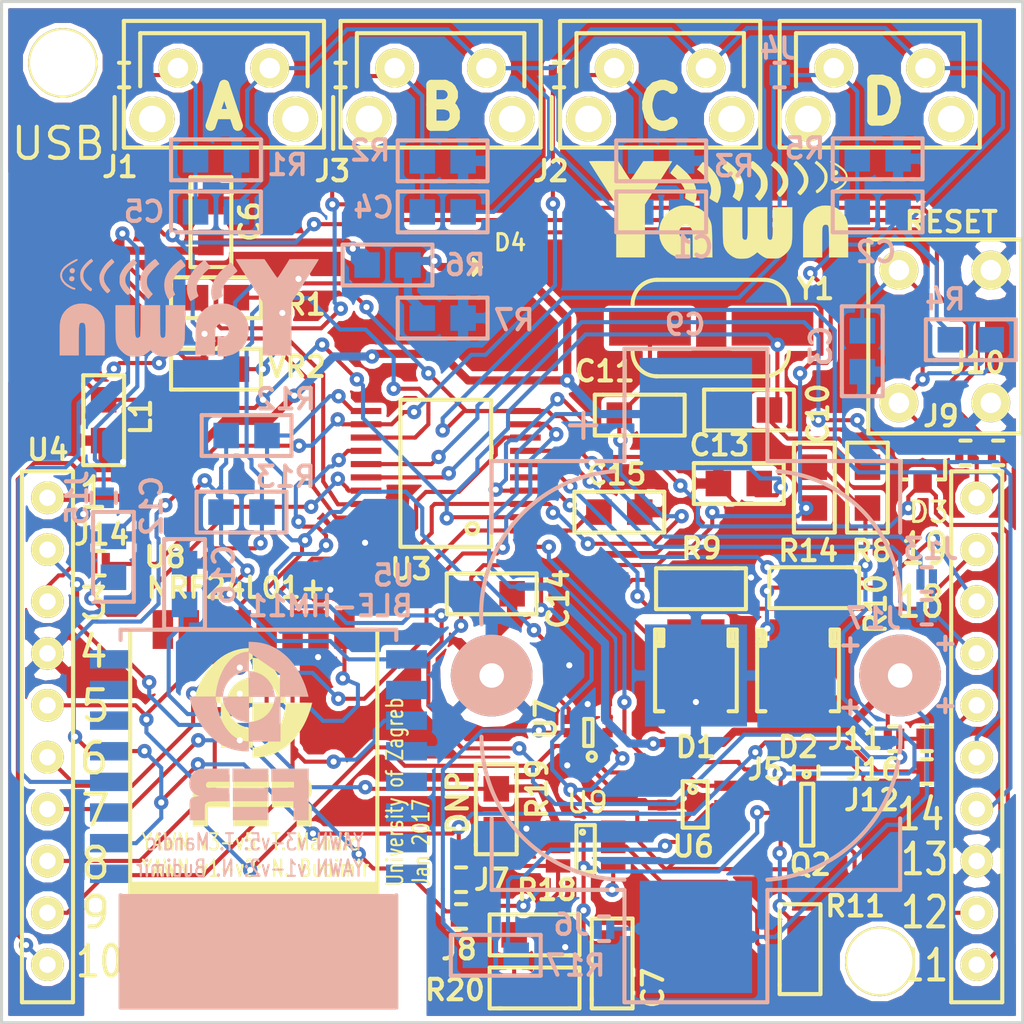
<source format=kicad_pcb>
(kicad_pcb (version 4) (host pcbnew 4.0.7)
  (layers (0 F.Cu signal) (31 B.Cu signal) (34 B.Paste user) (35 F.Paste user) (36 B.SilkS user) (37 F.SilkS user) (38 B.Mask user) (39 F.Mask user hide) (44 Edge.Cuts user))
  (net 0 "")
  (net 1 /ICSPCLK)
  (net 2 /VDD)
  (net 3 /ICSPDAT)
  (net 4 /\MCLR)
  (net 5 /AN1)
  (net 6 /AN0)
  (net 7 /VUSB)
  (net 8 GND)
  (net 9 /VCAP)
  (net 10 /IRQ)
  (net 11 /CE)
  (net 12 "Net-(C12-Pad1)")
  (net 13 "Net-(D1-Pad2)")
  (net 14 "Net-(D2-Pad2)")
  (net 15 "Net-(L1-Pad1)")
  (net 16 /VDDX)
  (net 17 "Net-(Q2-Pad3)")
  (net 18 /RX/DT)
  (net 19 /TX/CK)
  (net 20 /GPIO1)
  (net 21 /GPIO0)
  (net 22 /SCL/SCK)
  (net 23 /SDA/SDI)
  (net 24 /\SS)
  (net 25 "Net-(R17-Pad1)")
  (net 26 "Net-(R18-Pad1)")
  (net 27 /D-)
  (net 28 /D+)
  (net 29 "Net-(U1-Pad4)")
  (net 30 /SDO)
  (net 31 "Net-(U5-Pad8)")
  (net 32 "Net-(U5-Pad7)")
  (net 33 "Net-(U5-Pad6)")
  (net 34 "Net-(U5-Pad5)")
  (net 35 "Net-(U5-Pad3)")
  (net 36 "Net-(U5-Pad1)")
  (net 37 "Net-(U5-Pad16)")
  (net 38 "Net-(U5-Pad15)")
  (net 39 "Net-(U5-Pad14)")
  (net 40 "Net-(U5-Pad13)")
  (net 41 "Net-(U5-Pad10)")
  (net 42 "Net-(U6-Pad3)")
  (net 43 "Net-(U6-Pad4)")
  (net 44 /SWD)
  (net 45 /SWC)
  (net 46 /VDDY)
  (net 47 /DONE)
  (net 48 /H20)
  (net 49 "Net-(U8-Pad8)")
  (net 50 /H3)
  (net 51 /SWA)
  (net 52 /SWB)
  (net 53 "Net-(D4-Pad2)")
  (net 54 /H16)
  (net 55 /H17)
  (net 56 "Net-(Q2-Pad1)")
  (net 57 "Net-(R11-Pad2)")
  (net 58 "Net-(C3-Pad1)")
  (module komponente:0805 (layer B.Cu) (at 120.5 80.3 180)
    (fp_text reference C5 (at 3.52 0.01 180) (layer B.SilkS) (effects (font (thickness 0.2)) (justify mirror)))
    (fp_text value 100nF hide)
    (pad 1 smd rect (at -1 0 180) (size 1.25 1.25) (layers B.Cu B.Paste B.Mask) (net 2 /VDD))
    (pad 2 smd rect (at 1 0 180) (size 1.25 1.25) (layers B.Cu B.Paste B.Mask) (net 51 /SWA))
  )
  (module komponente:0805 (layer B.Cu) (at 142.3 80.3)
    (fp_text reference C1 (at 1.56 1.73) (layer B.SilkS) (effects (font (thickness 0.2)) (justify mirror)))
    (fp_text value 100nF hide)
    (pad 1 smd rect (at -1 0) (size 1.25 1.25) (layers B.Cu B.Paste B.Mask) (net 2 /VDD))
    (pad 2 smd rect (at 1 0) (size 1.25 1.25) (layers B.Cu B.Paste B.Mask) (net 45 /SWC))
  )
  (module komponente:0805 (layer B.Cu) (at 152.9 80.3 180)
    (fp_text reference C2 (at 0.082 -1.962 180) (layer B.SilkS) (effects (font (thickness 0.2)) (justify mirror)))
    (fp_text value 100nF hide)
    (pad 1 smd rect (at -1 0 180) (size 1.25 1.25) (layers B.Cu B.Paste B.Mask) (net 2 /VDD))
    (pad 2 smd rect (at 1 0 180) (size 1.25 1.25) (layers B.Cu B.Paste B.Mask) (net 44 /SWD))
  )
  (module komponente:0805 (layer B.Cu) (at 152.146 87.122 270)
    (fp_text reference C3 (at -0.254 2.032 450) (layer B.SilkS) (effects (font (thickness 0.2)) (justify mirror)))
    (fp_text value 100nF hide)
    (pad 1 smd rect (at -1 0 270) (size 1.25 1.25) (layers B.Cu B.Paste B.Mask) (net 58 "Net-(C3-Pad1)"))
    (pad 2 smd rect (at 1 0 270) (size 1.25 1.25) (layers B.Cu B.Paste B.Mask) (net 8 GND))
  )
  (module komponente:0805 (layer B.Cu) (at 131.6 80.3 180)
    (fp_text reference C4 (at 3.384 0.218 180) (layer B.SilkS) (effects (font (thickness 0.2)) (justify mirror)))
    (fp_text value 100nF hide)
    (pad 1 smd rect (at -1 0 180) (size 1.25 1.25) (layers B.Cu B.Paste B.Mask) (net 2 /VDD))
    (pad 2 smd rect (at 1 0 180) (size 1.25 1.25) (layers B.Cu B.Paste B.Mask) (net 52 /SWB))
  )
  (module komponente:0805 (layer F.Cu) (at 120.25 80.8 90)
    (fp_text reference C6 (at 0.028 1.924 270) (layer F.SilkS) (effects (font (thickness 0.2))))
    (fp_text value 10uF hide)
    (pad 1 smd rect (at -1 0 90) (size 1.25 1.25) (layers F.Cu F.Paste F.Mask) (net 7 /VUSB))
    (pad 2 smd rect (at 1 0 90) (size 1.25 1.25) (layers F.Cu F.Paste F.Mask) (net 8 GND))
  )
  (module komponente:0805 (layer F.Cu) (at 139.9 117.1 270)
    (fp_text reference C7 (at 1.2 -2 270) (layer F.SilkS) (effects (font (thickness 0.2))))
    (fp_text value 100nF hide)
    (pad 1 smd rect (at -1 0 270) (size 1.25 1.25) (layers F.Cu F.Paste F.Mask) (net 16 /VDDX))
    (pad 2 smd rect (at 1 0 270) (size 1.25 1.25) (layers F.Cu F.Paste F.Mask) (net 8 GND))
  )
  (module komponente:0805 (layer F.Cu) (at 146.6 90 180)
    (fp_text reference C10 (at -3.378 -0.174 450) (layer F.SilkS) (effects (font (thickness 0.2))))
    (fp_text value 18pF hide)
    (pad 1 smd rect (at -1 0 180) (size 1.25 1.25) (layers F.Cu F.Paste F.Mask) (net 10 /IRQ))
    (pad 2 smd rect (at 1 0 180) (size 1.25 1.25) (layers F.Cu F.Paste F.Mask) (net 8 GND))
  )
  (module komponente:0805 (layer F.Cu) (at 141.25 90.25)
    (fp_text reference C11 (at -1.71 -2.15) (layer F.SilkS) (effects (font (thickness 0.2))))
    (fp_text value 18pF hide)
    (pad 1 smd rect (at -1 0) (size 1.25 1.25) (layers F.Cu F.Paste F.Mask) (net 11 /CE))
    (pad 2 smd rect (at 1 0) (size 1.25 1.25) (layers F.Cu F.Paste F.Mask) (net 8 GND))
  )
  (module komponente:0805 (layer B.Cu) (at 115.48 97.19 90)
    (fp_text reference C12 (at 2.49 1.87 90) (layer B.SilkS) (effects (font (thickness 0.2)) (justify mirror)))
    (fp_text value 220nF hide)
    (pad 1 smd rect (at -1 0 90) (size 1.25 1.25) (layers B.Cu B.Paste B.Mask) (net 12 "Net-(C12-Pad1)"))
    (pad 2 smd rect (at 1 0 90) (size 1.25 1.25) (layers B.Cu B.Paste B.Mask) (net 8 GND))
  )
  (module komponente:0805 (layer F.Cu) (at 146.1 93.6 180)
    (fp_text reference C13 (at 0.95 1.875 360) (layer F.SilkS) (effects (font (thickness 0.2))))
    (fp_text value 22uF hide)
    (pad 1 smd rect (at -1 0 180) (size 1.25 1.25) (layers F.Cu F.Paste F.Mask) (net 9 /VCAP))
    (pad 2 smd rect (at 1 0 180) (size 1.25 1.25) (layers F.Cu F.Paste F.Mask) (net 8 GND))
  )
  (module komponente:0805 (layer F.Cu) (at 134 99)
    (fp_text reference C14 (at 3.25 0.25 270) (layer F.SilkS) (effects (font (thickness 0.2))))
    (fp_text value 100nF hide)
    (pad 1 smd rect (at -1 0) (size 1.25 1.25) (layers F.Cu F.Paste F.Mask) (net 46 /VDDY))
    (pad 2 smd rect (at 1 0) (size 1.25 1.25) (layers F.Cu F.Paste F.Mask) (net 8 GND))
  )
  (module komponente:0805 (layer F.Cu) (at 140.25 95)
    (fp_text reference C15 (at -0.14 -1.85) (layer F.SilkS) (effects (font (thickness 0.2))))
    (fp_text value 100nF hide)
    (pad 1 smd rect (at -1 0) (size 1.25 1.25) (layers F.Cu F.Paste F.Mask) (net 2 /VDD))
    (pad 2 smd rect (at 1 0) (size 1.25 1.25) (layers F.Cu F.Paste F.Mask) (net 8 GND))
  )
  (module komponente:PLCC2 (layer F.Cu) (at 144 102.75 90)
    (fp_text reference D1 (at -3.75 0 180) (layer F.SilkS) (effects (font (thickness 0.2))))
    (fp_text value redled hide)
    (pad 1 smd rect (at -1.55 0 90) (size 1.9 2.8) (layers F.Cu F.Paste F.Mask) (net 8 GND))
    (pad 2 smd rect (at 1.55 0 90) (size 1.9 2.8) (layers F.Cu F.Paste F.Mask) (net 13 "Net-(D1-Pad2)"))
  )
  (module komponente:PLCC2 (layer F.Cu) (at 149 102.75 90)
    (fp_text reference D2 (at -3.75 0 180) (layer F.SilkS) (effects (font (thickness 0.2))))
    (fp_text value greenled hide)
    (pad 1 smd rect (at -1.55 0 90) (size 1.9 2.8) (layers F.Cu F.Paste F.Mask) (net 8 GND))
    (pad 2 smd rect (at 1.55 0 90) (size 1.9 2.8) (layers F.Cu F.Paste F.Mask) (net 14 "Net-(D2-Pad2)"))
  )
  (module komponente:0805 (layer F.Cu) (at 115 90.5 270)
    (fp_text reference L1 (at -0.16 -1.82 450) (layer F.SilkS) (effects (font (thickness 0.2))))
    (fp_text value BLM21 hide)
    (pad 1 smd rect (at -1 0 270) (size 1.25 1.25) (layers F.Cu F.Paste F.Mask) (net 15 "Net-(L1-Pad1)"))
    (pad 2 smd rect (at 1 0 270) (size 1.25 1.25) (layers F.Cu F.Paste F.Mask) (net 8 GND))
  )
  (module komponente:SSOT-6 (layer F.Cu) (at 148.15 108.775 270)
    (fp_text reference Q2 (at 3.493 -1.456 360) (layer F.SilkS) (effects (font (thickness 0.2))))
    (fp_text value FDC6312P hide)
    (pad 1 smd rect (at 0 0 270) (size 0.69 0.99) (layers F.Cu F.Paste F.Mask) (net 56 "Net-(Q2-Pad1)"))
    (pad 2 smd rect (at 0.95 0 270) (size 0.69 0.99) (layers F.Cu F.Paste F.Mask) (net 16 /VDDX))
    (pad 3 smd rect (at 1.9 0 270) (size 0.69 0.99) (layers F.Cu F.Paste F.Mask) (net 17 "Net-(Q2-Pad3)"))
    (pad 4 smd rect (at 1.9 -2.59 270) (size 0.69 0.99) (layers F.Cu F.Paste F.Mask) (net 2 /VDD))
    (pad 5 smd rect (at 0.95 -2.59 270) (size 0.69 0.99) (layers F.Cu F.Paste F.Mask) (net 2 /VDD))
    (pad 6 smd rect (at 0 -2.59 270) (size 0.69 0.99) (layers F.Cu F.Paste F.Mask) (net 46 /VDDY))
  )
  (module komponente:0805 (layer B.Cu) (at 120.5 77.75 180)
    (fp_text reference R1 (at -3.5 -0.25 180) (layer B.SilkS) (effects (font (thickness 0.2)) (justify mirror)))
    (fp_text value 47k hide)
    (pad 1 smd rect (at -1 0 180) (size 1.25 1.25) (layers B.Cu B.Paste B.Mask) (net 8 GND))
    (pad 2 smd rect (at 1 0 180) (size 1.25 1.25) (layers B.Cu B.Paste B.Mask) (net 51 /SWA))
  )
  (module komponente:0805 (layer B.Cu) (at 131.6 77.8 180)
    (fp_text reference R2 (at 3.556 0.508 180) (layer B.SilkS) (effects (font (thickness 0.2)) (justify mirror)))
    (fp_text value 47k hide)
    (pad 1 smd rect (at -1 0 180) (size 1.25 1.25) (layers B.Cu B.Paste B.Mask) (net 8 GND))
    (pad 2 smd rect (at 1 0 180) (size 1.25 1.25) (layers B.Cu B.Paste B.Mask) (net 52 /SWB))
  )
  (module komponente:0805 (layer B.Cu) (at 142.3 77.8 180)
    (fp_text reference R3 (at -3.57 -0.26 180) (layer B.SilkS) (effects (font (thickness 0.2)) (justify mirror)))
    (fp_text value 47k hide)
    (pad 1 smd rect (at -1 0 180) (size 1.25 1.25) (layers B.Cu B.Paste B.Mask) (net 8 GND))
    (pad 2 smd rect (at 1 0 180) (size 1.25 1.25) (layers B.Cu B.Paste B.Mask) (net 45 /SWC))
  )
  (module komponente:0805 (layer B.Cu) (at 157.46 86.56 180)
    (fp_text reference R4 (at 1.25 1.978 180) (layer B.SilkS) (effects (font (thickness 0.2)) (justify mirror)))
    (fp_text value 220k hide)
    (pad 1 smd rect (at -1 0 180) (size 1.25 1.25) (layers B.Cu B.Paste B.Mask) (net 58 "Net-(C3-Pad1)"))
    (pad 2 smd rect (at 1 0 180) (size 1.25 1.25) (layers B.Cu B.Paste B.Mask) (net 2 /VDD))
  )
  (module komponente:0805 (layer B.Cu) (at 152.9 77.7 180)
    (fp_text reference R5 (at 3.564 0.507 180) (layer B.SilkS) (effects (font (thickness 0.2)) (justify mirror)))
    (fp_text value 47k hide)
    (pad 1 smd rect (at -1 0 180) (size 1.25 1.25) (layers B.Cu B.Paste B.Mask) (net 8 GND))
    (pad 2 smd rect (at 1 0 180) (size 1.25 1.25) (layers B.Cu B.Paste B.Mask) (net 44 /SWD))
  )
  (module komponente:0805 (layer B.Cu) (at 128.9 82.9)
    (fp_text reference R6 (at 3.8 0) (layer B.SilkS) (effects (font (thickness 0.2)) (justify mirror)))
    (fp_text value 30 hide)
    (pad 1 smd rect (at -1 0) (size 1.25 1.25) (layers B.Cu B.Paste B.Mask) (net 7 /VUSB))
    (pad 2 smd rect (at 1 0) (size 1.25 1.25) (layers B.Cu B.Paste B.Mask) (net 53 "Net-(D4-Pad2)"))
  )
  (module komponente:0805 (layer B.Cu) (at 131.6 85.5)
    (fp_text reference R7 (at 3.5 0.1 180) (layer B.SilkS) (effects (font (thickness 0.2)) (justify mirror)))
    (fp_text value 100 hide)
    (pad 1 smd rect (at -1 0) (size 1.25 1.25) (layers B.Cu B.Paste B.Mask) (net 53 "Net-(D4-Pad2)"))
    (pad 2 smd rect (at 1 0) (size 1.25 1.25) (layers B.Cu B.Paste B.Mask) (net 8 GND))
  )
  (module komponente:0805 (layer F.Cu) (at 152.4 93.8 270)
    (fp_text reference R8 (at 3.1 -0.2 540) (layer F.SilkS) (effects (font (thickness 0.2))))
    (fp_text value 220 hide)
    (pad 1 smd rect (at -1 0 270) (size 1.25 1.25) (layers F.Cu F.Paste F.Mask) (net 10 /IRQ))
    (pad 2 smd rect (at 1 0 270) (size 1.25 1.25) (layers F.Cu F.Paste F.Mask) (net 56 "Net-(Q2-Pad1)"))
  )
  (module komponente:0805 (layer F.Cu) (at 144.25 98.75 180)
    (fp_text reference R9 (at -0.022 1.976 360) (layer F.SilkS) (effects (font (thickness 0.2))))
    (fp_text value 820R hide)
    (pad 1 smd rect (at -1 0 180) (size 1.25 1.25) (layers F.Cu F.Paste F.Mask) (net 20 /GPIO1))
    (pad 2 smd rect (at 1 0 180) (size 1.25 1.25) (layers F.Cu F.Paste F.Mask) (net 13 "Net-(D1-Pad2)"))
  )
  (module komponente:0805 (layer F.Cu) (at 149.79 98.7 180)
    (fp_text reference R10 (at -3.01 -0.8 270) (layer F.SilkS) (effects (font (thickness 0.2))))
    (fp_text value 820R hide)
    (pad 1 smd rect (at -1 0 180) (size 1.25 1.25) (layers F.Cu F.Paste F.Mask) (net 21 /GPIO0))
    (pad 2 smd rect (at 1 0 180) (size 1.25 1.25) (layers F.Cu F.Paste F.Mask) (net 14 "Net-(D2-Pad2)"))
  )
  (module komponente:0805 (layer B.Cu) (at 122 91.25)
    (fp_text reference R12 (at 1.93 -1.78) (layer B.SilkS) (effects (font (thickness 0.2)) (justify mirror)))
    (fp_text value 10k hide)
    (pad 1 smd rect (at -1 0) (size 1.25 1.25) (layers B.Cu B.Paste B.Mask) (net 46 /VDDY))
    (pad 2 smd rect (at 1 0) (size 1.25 1.25) (layers B.Cu B.Paste B.Mask) (net 22 /SCL/SCK))
  )
  (module komponente:0805 (layer B.Cu) (at 121.75 95)
    (fp_text reference R13 (at 2.16 -1.73 180) (layer B.SilkS) (effects (font (thickness 0.2)) (justify mirror)))
    (fp_text value 10k hide)
    (pad 1 smd rect (at -1 0) (size 1.25 1.25) (layers B.Cu B.Paste B.Mask) (net 46 /VDDY))
    (pad 2 smd rect (at 1 0) (size 1.25 1.25) (layers B.Cu B.Paste B.Mask) (net 23 /SDA/SDI))
  )
  (module komponente:0805 (layer F.Cu) (at 149.8 93.8 270)
    (fp_text reference R14 (at 3.1 0.3 360) (layer F.SilkS) (effects (font (thickness 0.2))))
    (fp_text value 47k hide)
    (pad 1 smd rect (at -1 0 270) (size 1.25 1.25) (layers F.Cu F.Paste F.Mask) (net 56 "Net-(Q2-Pad1)"))
    (pad 2 smd rect (at 1 0 270) (size 1.25 1.25) (layers F.Cu F.Paste F.Mask) (net 2 /VDD))
  )
  (module komponente:0805 (layer B.Cu) (at 134.2 116.7)
    (fp_text reference R17 (at 3.9 0.5) (layer B.SilkS) (effects (font (thickness 0.2)) (justify mirror)))
    (fp_text value 10k hide)
    (pad 1 smd rect (at -1 0) (size 1.25 1.25) (layers B.Cu B.Paste B.Mask) (net 25 "Net-(R17-Pad1)"))
    (pad 2 smd rect (at 1 0) (size 1.25 1.25) (layers B.Cu B.Paste B.Mask) (net 46 /VDDY))
  )
  (module komponente:0805 (layer F.Cu) (at 136.1 115.7)
    (fp_text reference R18 (at 0.6 -2.2) (layer F.SilkS) (effects (font (thickness 0.2))))
    (fp_text value R hide)
    (pad 1 smd rect (at -1 0) (size 1.25 1.25) (layers F.Cu F.Paste F.Mask) (net 26 "Net-(R18-Pad1)"))
    (pad 2 smd rect (at 1 0) (size 1.25 1.25) (layers F.Cu F.Paste F.Mask) (net 8 GND))
  )
  (module komponente:0805 (layer F.Cu) (at 134.225 109.55 270)
    (fp_text reference R19 (at -1 -2 450) (layer F.SilkS) (effects (font (thickness 0.2))))
    (fp_text value DNP (at -0.33 1.891 270) (layer F.SilkS) (effects (font (thickness 0.2))))
    (pad 1 smd rect (at -1 0 270) (size 1.25 1.25) (layers F.Cu F.Paste F.Mask) (net 16 /VDDX))
    (pad 2 smd rect (at 1 0 270) (size 1.25 1.25) (layers F.Cu F.Paste F.Mask) (net 26 "Net-(R18-Pad1)"))
  )
  (module komponente:0805 (layer F.Cu) (at 136.1 118.3)
    (fp_text reference R20 (at -3.9 0.1) (layer F.SilkS) (effects (font (thickness 0.2))))
    (fp_text value R hide)
    (pad 1 smd rect (at -1 0) (size 1.25 1.25) (layers F.Cu F.Paste F.Mask) (net 26 "Net-(R18-Pad1)"))
    (pad 2 smd rect (at 1 0) (size 1.25 1.25) (layers F.Cu F.Paste F.Mask) (net 8 GND))
  )
  (module komponente:SPST (layer F.Cu) (at 135 75.75 180)
    (fp_text reference SW3 hide)
    (fp_text value B (at 3.428 0.566 180) (layer F.SilkS) (effects (font (size 2 2) (thickness 0.5))))
    (pad 3 thru_hole circle (at 0 0 180) (size 2.2 2.2) (drill 1.3) (layers *.Cu *.Mask F.SilkS))
    (pad 4 thru_hole circle (at 7.01 0 180) (size 2.2 2.2) (drill 1.3) (layers *.Cu *.Mask F.SilkS))
    (pad 1 thru_hole circle (at 1.26 2.49 180) (size 1.9 1.9) (drill 1) (layers *.Cu *.Mask F.SilkS) (net 2 /VDD))
    (pad 2 thru_hole circle (at 5.75 2.49 180) (size 1.9 1.9) (drill 1) (layers *.Cu *.Mask F.SilkS) (net 52 /SWB))
  )
  (module komponente:SPST (layer F.Cu) (at 145.75 75.75 180)
    (fp_text reference SW4 hide)
    (fp_text value C (at 3.51 0.566 180) (layer F.SilkS) (effects (font (size 2 2) (thickness 0.5))))
    (pad 3 thru_hole circle (at 0 0 180) (size 2.2 2.2) (drill 1.3) (layers *.Cu *.Mask F.SilkS))
    (pad 4 thru_hole circle (at 7.01 0 180) (size 2.2 2.2) (drill 1.3) (layers *.Cu *.Mask F.SilkS))
    (pad 1 thru_hole circle (at 1.26 2.49 180) (size 1.9 1.9) (drill 1) (layers *.Cu *.Mask F.SilkS) (net 2 /VDD))
    (pad 2 thru_hole circle (at 5.75 2.49 180) (size 1.9 1.9) (drill 1) (layers *.Cu *.Mask F.SilkS) (net 45 /SWC))
  )
  (module komponente:SPST (layer F.Cu) (at 156.5 75.75 180)
    (fp_text reference SW5 hide)
    (fp_text value D (at 3.338 0.82 180) (layer F.SilkS) (effects (font (size 2 2) (thickness 0.5))))
    (pad 3 thru_hole circle (at 0 0 180) (size 2.2 2.2) (drill 1.3) (layers *.Cu *.Mask F.SilkS))
    (pad 4 thru_hole circle (at 7.01 0 180) (size 2.2 2.2) (drill 1.3) (layers *.Cu *.Mask F.SilkS))
    (pad 1 thru_hole circle (at 1.26 2.49 180) (size 1.9 1.9) (drill 1) (layers *.Cu *.Mask F.SilkS) (net 2 /VDD))
    (pad 2 thru_hole circle (at 5.75 2.49 180) (size 1.9 1.9) (drill 1) (layers *.Cu *.Mask F.SilkS) (net 44 /SWD))
  )
  (module komponente:HEADER (layer F.Cu) (at 135 107)
    (fp_text reference U4 (at -22.732 -15.052) (layer F.SilkS) (effects (font (thickness 0.2))))
    (fp_text value 2x10pin_header hide)
    (pad 1 thru_hole circle (at -22.75 -12.7) (size 1.6 1.6) (drill 0.8) (layers *.Cu *.Mask F.SilkS) (net 9 /VCAP))
    (pad 2 thru_hole circle (at -22.75 -10.16) (size 1.6 1.6) (drill 0.8) (layers *.Cu *.Mask F.SilkS) (net 16 /VDDX))
    (pad 3 thru_hole circle (at -22.75 -7.62) (size 1.6 1.6) (drill 0.8) (layers *.Cu *.Mask F.SilkS) (net 50 /H3))
    (pad 4 thru_hole circle (at -22.75 -5.08) (size 1.6 1.6) (drill 0.8) (layers *.Cu *.Mask F.SilkS) (net 8 GND))
    (pad 5 thru_hole circle (at -22.75 -2.54) (size 1.6 1.6) (drill 0.8) (layers *.Cu *.Mask F.SilkS) (net 23 /SDA/SDI))
    (pad 6 thru_hole circle (at -22.75 0) (size 1.6 1.6) (drill 0.8) (layers *.Cu *.Mask F.SilkS) (net 22 /SCL/SCK))
    (pad 7 thru_hole circle (at -22.75 2.54) (size 1.6 1.6) (drill 0.8) (layers *.Cu *.Mask F.SilkS) (net 24 /\SS))
    (pad 8 thru_hole circle (at -22.75 5.08) (size 1.6 1.6) (drill 0.8) (layers *.Cu *.Mask F.SilkS) (net 30 /SDO))
    (pad 9 thru_hole circle (at -22.75 7.62) (size 1.6 1.6) (drill 0.8) (layers *.Cu *.Mask F.SilkS) (net 11 /CE))
    (pad 10 thru_hole circle (at -22.75 10.16) (size 1.6 1.6) (drill 0.8) (layers *.Cu *.Mask F.SilkS) (net 10 /IRQ))
    (pad 20 thru_hole circle (at 22.75 -12.7) (size 1.6 1.6) (drill 0.8) (layers *.Cu *.Mask F.SilkS) (net 48 /H20))
    (pad 19 thru_hole circle (at 22.75 -10.16) (size 1.6 1.6) (drill 0.8) (layers *.Cu *.Mask F.SilkS) (net 20 /GPIO1))
    (pad 18 thru_hole circle (at 22.75 -7.62) (size 1.6 1.6) (drill 0.8) (layers *.Cu *.Mask F.SilkS) (net 21 /GPIO0))
    (pad 17 thru_hole circle (at 22.75 -5.08) (size 1.6 1.6) (drill 0.8) (layers *.Cu *.Mask F.SilkS) (net 55 /H17))
    (pad 16 thru_hole circle (at 22.75 -2.54) (size 1.6 1.6) (drill 0.8) (layers *.Cu *.Mask F.SilkS) (net 54 /H16))
    (pad 15 thru_hole circle (at 22.75 0) (size 1.6 1.6) (drill 0.8) (layers *.Cu *.Mask F.SilkS) (net 1 /ICSPCLK))
    (pad 14 thru_hole circle (at 22.75 2.54) (size 1.6 1.6) (drill 0.8) (layers *.Cu *.Mask F.SilkS) (net 3 /ICSPDAT))
    (pad 13 thru_hole circle (at 22.75 5.08) (size 1.6 1.6) (drill 0.8) (layers *.Cu *.Mask F.SilkS) (net 8 GND))
    (pad 12 thru_hole circle (at 22.75 7.62) (size 1.6 1.6) (drill 0.8) (layers *.Cu *.Mask F.SilkS) (net 2 /VDD))
    (pad 11 thru_hole circle (at 22.75 10.16) (size 1.6 1.6) (drill 0.8) (layers *.Cu *.Mask F.SilkS) (net 4 /\MCLR))
  )
  (module komponente:HM-11 (layer B.Cu) (at 122.53 109.96)
    (fp_text reference U5 (at 6.67 -11.86) (layer B.SilkS) (effects (font (thickness 0.2)) (justify mirror)))
    (fp_text value BLE-HM11 (at 3.57 -10.36) (layer B.SilkS) (effects (font (thickness 0.2)) (justify mirror)))
    (pad 8 smd rect (at -7.2 -7.75) (size 2 0.9) (layers B.Cu B.Paste B.Mask) (net 31 "Net-(U5-Pad8)"))
    (pad 7 smd rect (at -7.2 -6.25) (size 2 0.9) (layers B.Cu B.Paste B.Mask) (net 32 "Net-(U5-Pad7)"))
    (pad 6 smd rect (at -7.2 -4.75) (size 2 0.9) (layers B.Cu B.Paste B.Mask) (net 33 "Net-(U5-Pad6)"))
    (pad 5 smd rect (at -7.2 -3.25) (size 2 0.9) (layers B.Cu B.Paste B.Mask) (net 34 "Net-(U5-Pad5)"))
    (pad 4 smd rect (at -7.2 -1.75) (size 2 0.9) (layers B.Cu B.Paste B.Mask) (net 19 /TX/CK))
    (pad 3 smd rect (at -7.2 -0.25) (size 2 0.9) (layers B.Cu B.Paste B.Mask) (net 35 "Net-(U5-Pad3)"))
    (pad 2 smd rect (at -7.2 1.25) (size 2 0.9) (layers B.Cu B.Paste B.Mask) (net 18 /RX/DT))
    (pad 1 smd rect (at -7.2 2.75) (size 2 0.9) (layers B.Cu B.Paste B.Mask) (net 36 "Net-(U5-Pad1)"))
    (pad 16 smd rect (at 7.3 2.75) (size 2 0.9) (layers B.Cu B.Paste B.Mask) (net 37 "Net-(U5-Pad16)"))
    (pad 15 smd rect (at 7.3 1.25) (size 2 0.9) (layers B.Cu B.Paste B.Mask) (net 38 "Net-(U5-Pad15)"))
    (pad 14 smd rect (at 7.3 -0.25) (size 2 0.9) (layers B.Cu B.Paste B.Mask) (net 39 "Net-(U5-Pad14)"))
    (pad 13 smd rect (at 7.3 -1.75) (size 2 0.9) (layers B.Cu B.Paste B.Mask) (net 40 "Net-(U5-Pad13)"))
    (pad 12 smd rect (at 7.3 -3.25) (size 2 0.9) (layers B.Cu B.Paste B.Mask) (net 8 GND))
    (pad 11 smd rect (at 7.3 -4.75) (size 2 0.9) (layers B.Cu B.Paste B.Mask) (net 11 /CE))
    (pad 10 smd rect (at 7.3 -6.25) (size 2 0.9) (layers B.Cu B.Paste B.Mask) (net 41 "Net-(U5-Pad10)"))
    (pad 9 smd rect (at 7.3 -7.75) (size 2 0.9) (layers B.Cu B.Paste B.Mask) (net 46 /VDDY))
  )
  (module komponente:PWSON-N6 (layer F.Cu) (at 142.4 107.775 270)
    (fp_text reference U6 (at 3.595 -1.47 540) (layer F.SilkS) (effects (font (thickness 0.2))))
    (fp_text value HDC1080 hide)
    (pad 2 smd rect (at 1.575 0.05 270) (size 0.5 1.4) (layers F.Cu F.Paste F.Mask) (net 8 GND))
    (pad 3 smd rect (at 2.525 0.05 270) (size 0.5 1.4) (layers F.Cu F.Paste F.Mask) (net 42 "Net-(U6-Pad3)"))
    (pad 1 smd rect (at 0.625 0.05 270) (size 0.5 1.4) (layers F.Cu F.Paste F.Mask) (net 23 /SDA/SDI))
    (pad 6 smd rect (at 0.625 -3.2 270) (size 0.5 1.4) (layers F.Cu F.Paste F.Mask) (net 22 /SCL/SCK))
    (pad 5 smd rect (at 1.575 -3.2 270) (size 0.5 1.4) (layers F.Cu F.Paste F.Mask) (net 46 /VDDY))
    (pad 4 smd rect (at 2.525 -3.2 270) (size 0.5 1.4) (layers F.Cu F.Paste F.Mask) (net 43 "Net-(U6-Pad4)"))
  )
  (module komponente:SOT-23-6 (layer F.Cu) (at 137.25 110.425)
    (fp_text reference U9 (at 1.434 -1.205) (layer F.SilkS))
    (fp_text value TPL5110 hide)
    (pad 1 smd rect (at 0 0) (size 1.2 0.65) (layers F.Cu F.Paste F.Mask) (net 16 /VDDX))
    (pad 2 smd rect (at 0 0.95) (size 1.2 0.65) (layers F.Cu F.Paste F.Mask) (net 8 GND))
    (pad 3 smd rect (at 0 1.9) (size 1.2 0.65) (layers F.Cu F.Paste F.Mask) (net 26 "Net-(R18-Pad1)"))
    (pad 4 smd rect (at 2.7 1.9) (size 1.2 0.65) (layers F.Cu F.Paste F.Mask) (net 47 /DONE))
    (pad 6 smd rect (at 2.7 0) (size 1.2 0.65) (layers F.Cu F.Paste F.Mask) (net 16 /VDDX))
    (pad 5 smd rect (at 2.7 0.95) (size 1.2 0.65) (layers F.Cu F.Paste F.Mask) (net 57 "Net-(R11-Pad2)"))
  )
  (module komponente:0805 (layer F.Cu) (at 120.5 84.5)
    (fp_text reference VR1 (at 3.96 0.336 180) (layer F.SilkS) (effects (font (thickness 0.2))))
    (fp_text value VR hide)
    (pad 1 smd rect (at -1 0) (size 1.25 1.25) (layers F.Cu F.Paste F.Mask) (net 27 /D-))
    (pad 2 smd rect (at 1 0) (size 1.25 1.25) (layers F.Cu F.Paste F.Mask) (net 15 "Net-(L1-Pad1)"))
  )
  (module komponente:0805 (layer F.Cu) (at 120.5 88)
    (fp_text reference VR2 (at 3.96 -0.116 180) (layer F.SilkS) (effects (font (thickness 0.2))))
    (fp_text value VR hide)
    (pad 1 smd rect (at -1 0) (size 1.25 1.25) (layers F.Cu F.Paste F.Mask) (net 28 /D+))
    (pad 2 smd rect (at 1 0) (size 1.25 1.25) (layers F.Cu F.Paste F.Mask) (net 15 "Net-(L1-Pad1)"))
  )
  (module komponente:HC49-US (layer F.Cu) (at 147.75 86 180)
    (fp_text reference Y1 (at -2.11 1.926 180) (layer F.SilkS) (effects (font (thickness 0.2))))
    (fp_text value "12 MHz" hide)
    (pad 1 smd rect (at 0 0 180) (size 4 1.7) (layers F.Cu F.Paste F.Mask) (net 10 /IRQ))
    (pad 2 smd rect (at 6 0 180) (size 4 1.7) (layers F.Cu F.Paste F.Mask) (net 11 /CE))
  )
  (module komponente:SSOP-20 (layer F.Cu) (at 131.75 93 90)
    (fp_text reference U3 (at -4.79 -1.702 360) (layer F.SilkS) (effects (font (thickness 0.2))))
    (fp_text value "PIC16(L)F1459" hide)
    (pad 1 smd rect (at -2.9 3.9 90) (size 0.3 1.5) (layers F.Cu F.Paste F.Mask) (net 2 /VDD))
    (pad 2 smd rect (at -2.25 3.9 90) (size 0.3 1.5) (layers F.Cu F.Paste F.Mask) (net 10 /IRQ))
    (pad 3 smd rect (at -1.6 3.9 90) (size 0.3 1.5) (layers F.Cu F.Paste F.Mask) (net 11 /CE))
    (pad 4 smd rect (at -0.95 3.9 90) (size 0.3 1.5) (layers F.Cu F.Paste F.Mask) (net 4 /\MCLR))
    (pad 5 smd rect (at -0.3 3.9 90) (size 0.3 1.5) (layers F.Cu F.Paste F.Mask) (net 20 /GPIO1))
    (pad 6 smd rect (at 0.35 3.9 90) (size 0.3 1.5) (layers F.Cu F.Paste F.Mask) (net 21 /GPIO0))
    (pad 7 smd rect (at 1 3.9 90) (size 0.3 1.5) (layers F.Cu F.Paste F.Mask) (net 5 /AN1))
    (pad 8 smd rect (at 1.65 3.9 90) (size 0.3 1.5) (layers F.Cu F.Paste F.Mask) (net 24 /\SS))
    (pad 9 smd rect (at 2.3 3.9 90) (size 0.3 1.5) (layers F.Cu F.Paste F.Mask) (net 30 /SDO))
    (pad 10 smd rect (at 2.95 3.9 90) (size 0.3 1.5) (layers F.Cu F.Paste F.Mask) (net 19 /TX/CK))
    (pad 20 smd rect (at -2.9 -3.9 90) (size 0.3 1.5) (layers F.Cu F.Paste F.Mask) (net 8 GND))
    (pad 19 smd rect (at -2.25 -3.9 90) (size 0.3 1.5) (layers F.Cu F.Paste F.Mask) (net 28 /D+))
    (pad 18 smd rect (at -1.6 -3.9 90) (size 0.3 1.5) (layers F.Cu F.Paste F.Mask) (net 27 /D-))
    (pad 17 smd rect (at -0.95 -3.9 90) (size 0.3 1.5) (layers F.Cu F.Paste F.Mask) (net 12 "Net-(C12-Pad1)"))
    (pad 16 smd rect (at -0.3 -3.9 90) (size 0.3 1.5) (layers F.Cu F.Paste F.Mask) (net 3 /ICSPDAT))
    (pad 15 smd rect (at 0.35 -3.9 90) (size 0.3 1.5) (layers F.Cu F.Paste F.Mask) (net 1 /ICSPCLK))
    (pad 14 smd rect (at 1 -3.9 90) (size 0.3 1.5) (layers F.Cu F.Paste F.Mask) (net 6 /AN0))
    (pad 13 smd rect (at 1.65 -3.9 90) (size 0.3 1.5) (layers F.Cu F.Paste F.Mask) (net 23 /SDA/SDI))
    (pad 12 smd rect (at 2.3 -3.9 90) (size 0.3 1.5) (layers F.Cu F.Paste F.Mask) (net 18 /RX/DT))
    (pad 11 smd rect (at 2.95 -3.9 90) (size 0.3 1.5) (layers F.Cu F.Paste F.Mask) (net 22 /SCL/SCK))
  )
  (module komponente:0805 (layer B.Cu) (at 118.96 98.52 90)
    (fp_text reference C16 (at 0.45 1.925 90) (layer B.SilkS) (effects (font (thickness 0.2)) (justify mirror)))
    (fp_text value 1uF hide)
    (pad 1 smd rect (at -1 0 90) (size 1.25 1.25) (layers B.Cu B.Paste B.Mask) (net 2 /VDD))
    (pad 2 smd rect (at 1 0 90) (size 1.25 1.25) (layers B.Cu B.Paste B.Mask) (net 8 GND))
  )
  (module komponente:SPST (layer F.Cu) (at 124.39 75.75 180)
    (fp_text reference SW2 hide)
    (fp_text value A (at 3.486 0.566 180) (layer F.SilkS) (effects (font (size 2 2) (thickness 0.5))))
    (pad 3 thru_hole circle (at 0 0 180) (size 2.2 2.2) (drill 1.3) (layers *.Cu *.Mask F.SilkS))
    (pad 4 thru_hole circle (at 7.01 0 180) (size 2.2 2.2) (drill 1.3) (layers *.Cu *.Mask F.SilkS))
    (pad 1 thru_hole circle (at 1.26 2.49 180) (size 1.9 1.9) (drill 1) (layers *.Cu *.Mask F.SilkS) (net 2 /VDD))
    (pad 2 thru_hole circle (at 5.75 2.49 180) (size 1.9 1.9) (drill 1) (layers *.Cu *.Mask F.SilkS) (net 51 /SWA))
  )
  (module komponente:NRF24L01+-mini (layer F.Cu) (at 122.4 109.8 270)
    (fp_text reference U8 (at -12.6 4.4 540) (layer F.SilkS) (effects (font (thickness 0.2))))
    (fp_text value NRF24L01+ (at -11.1 0.9 360) (layer F.SilkS) (effects (font (thickness 0.2))))
    (pad 8 smd rect (at -9.05 4.5 270) (size 1.9 1) (layers F.Cu F.Paste F.Mask) (net 49 "Net-(U8-Pad8)"))
    (pad 7 smd rect (at -9.05 3.23 270) (size 1.9 1) (layers F.Cu F.Paste F.Mask) (net 23 /SDA/SDI))
    (pad 6 smd rect (at -9.05 1.96 270) (size 1.9 1) (layers F.Cu F.Paste F.Mask) (net 30 /SDO))
    (pad 5 smd rect (at -9.05 0.69 270) (size 1.9 1) (layers F.Cu F.Paste F.Mask) (net 22 /SCL/SCK))
    (pad 4 smd rect (at -9.05 -0.58 270) (size 1.9 1) (layers F.Cu F.Paste F.Mask) (net 24 /\SS))
    (pad 3 smd rect (at -9.05 -1.85 270) (size 1.9 1) (layers F.Cu F.Paste F.Mask) (net 11 /CE))
    (pad 2 smd rect (at -9.05 -3.12 270) (size 1.9 1) (layers F.Cu F.Paste F.Mask) (net 8 GND))
    (pad 1 smd rect (at -9.05 -4.39 270) (size 1.9 1) (layers F.Cu F.Paste F.Mask) (net 2 /VDD))
  )
  (module komponente:USON-6 (layer F.Cu) (at 139.675 106.45 90)
    (fp_text reference U7 (at 1.325 -3.025 90) (layer F.SilkS) (effects (font (thickness 0.2))))
    (fp_text value OPT3001 hide)
    (pad 1 smd rect (at 0 0 90) (size 0.45 0.5) (layers F.Cu F.Paste F.Mask) (net 46 /VDDY))
    (pad 2 smd rect (at 0.65 0 90) (size 0.45 0.5) (layers F.Cu F.Paste F.Mask) (net 8 GND))
    (pad 3 smd rect (at 1.3 0 90) (size 0.45 0.5) (layers F.Cu F.Paste F.Mask) (net 8 GND))
    (pad 4 smd rect (at 1.3 -1.9 90) (size 0.45 0.5) (layers F.Cu F.Paste F.Mask) (net 22 /SCL/SCK))
    (pad 5 smd rect (at 0.65 -1.9 90) (size 0.45 0.5) (layers F.Cu F.Paste F.Mask) (net 25 "Net-(R17-Pad1)"))
    (pad 6 smd rect (at 0 -1.9 90) (size 0.45 0.5) (layers F.Cu F.Paste F.Mask) (net 23 /SDA/SDI))
  )
  (module komponente:J1x04 (layer F.Cu) (at 116 73.6)
    (fp_text reference J1 (at -0.2 4.5) (layer F.SilkS) (effects (font (thickness 0.2))))
    (fp_text value JUMPER hide)
    (pad 1 smd rect (at -0.3048 0) (size 0.4 1) (layers F.Cu F.Paste F.Mask) (net 28 /D+))
    (pad 2 smd rect (at 0.3048 0) (size 0.4 1) (layers F.Cu F.Paste F.Mask) (net 51 /SWA))
  )
  (module komponente:J1x04 (layer F.Cu) (at 137.3 73.6)
    (fp_text reference J2 (at -0.4 4.7) (layer F.SilkS) (effects (font (thickness 0.2))))
    (fp_text value JUMPER hide)
    (pad 1 smd rect (at -0.3048 0) (size 0.4 1) (layers F.Cu F.Paste F.Mask) (net 18 /RX/DT))
    (pad 2 smd rect (at 0.3048 0) (size 0.4 1) (layers F.Cu F.Paste F.Mask) (net 45 /SWC))
  )
  (module komponente:J1x04 (layer F.Cu) (at 126.6 73.6)
    (fp_text reference J3 (at -0.4 4.7) (layer F.SilkS) (effects (font (thickness 0.2))))
    (fp_text value JUMPER hide)
    (pad 1 smd rect (at -0.3048 0) (size 0.4 1) (layers F.Cu F.Paste F.Mask) (net 27 /D-))
    (pad 2 smd rect (at 0.3048 0) (size 0.4 1) (layers F.Cu F.Paste F.Mask) (net 52 /SWB))
  )
  (module komponente:J1x04 (layer B.Cu) (at 148.1 73.6)
    (fp_text reference J4 (at -0.1 -1.3) (layer B.SilkS) (effects (font (thickness 0.2)) (justify mirror)))
    (fp_text value JUMPER hide)
    (pad 1 smd rect (at -0.3048 0) (size 0.4 1) (layers B.Cu B.Paste B.Mask) (net 19 /TX/CK))
    (pad 2 smd rect (at 0.3048 0) (size 0.4 1) (layers B.Cu B.Paste B.Mask) (net 44 /SWD))
  )
  (module komponente:J1x04 (layer F.Cu) (at 149.4 107.7 90)
    (fp_text reference J5 (at 0.1 -2 180) (layer F.SilkS) (effects (font (thickness 0.2))))
    (fp_text value JUMPER hide)
    (pad 1 smd rect (at -0.3048 0 90) (size 0.4 1) (layers F.Cu F.Paste F.Mask) (net 16 /VDDX))
    (pad 2 smd rect (at 0.3048 0 90) (size 0.4 1) (layers F.Cu F.Paste F.Mask) (net 2 /VDD))
  )
  (module komponente:J1x04 (layer B.Cu) (at 139.5 115.4)
    (fp_text reference J6 (at -1.6 -0.2 180) (layer B.SilkS) (effects (font (thickness 0.2)) (justify mirror)))
    (fp_text value JUMPER hide)
    (pad 1 smd rect (at -0.3048 0) (size 0.4 1) (layers B.Cu B.Paste B.Mask) (net 16 /VDDX))
    (pad 2 smd rect (at 0.3048 0) (size 0.4 1) (layers B.Cu B.Paste B.Mask) (net 9 /VCAP))
  )
  (module komponente:J1x04 (layer F.Cu) (at 132.5 113)
    (fp_text reference J7 (at 1.5 0) (layer F.SilkS) (effects (font (thickness 0.2))))
    (fp_text value JUMPER hide)
    (pad 1 smd rect (at -0.3048 0) (size 0.4 1) (layers F.Cu F.Paste F.Mask) (net 18 /RX/DT))
    (pad 2 smd rect (at 0.3048 0) (size 0.4 1) (layers F.Cu F.Paste F.Mask) (net 47 /DONE))
  )
  (module komponente:J1x04 (layer F.Cu) (at 132.5 114.8)
    (fp_text reference J8 (at -0.1 1.6) (layer F.SilkS) (effects (font (thickness 0.2))))
    (fp_text value JUMPER hide)
    (pad 1 smd rect (at -0.3048 0) (size 0.4 1) (layers F.Cu F.Paste F.Mask) (net 24 /\SS))
    (pad 2 smd rect (at 0.3048 0) (size 0.4 1) (layers F.Cu F.Paste F.Mask) (net 47 /DONE))
  )
  (module komponente:J1x04 (layer F.Cu) (at 157.2 92.1)
    (fp_text reference J9 (at -1.2 -1.8) (layer F.SilkS) (effects (font (thickness 0.2))))
    (fp_text value JUMPER hide)
    (pad 1 smd rect (at -0.3048 0) (size 0.4 1) (layers F.Cu F.Paste F.Mask) (net 28 /D+))
    (pad 2 smd rect (at 0.3048 0) (size 0.4 1) (layers F.Cu F.Paste F.Mask) (net 48 /H20))
  )
  (module komponente:J1x04 (layer F.Cu) (at 158.8 92.1)
    (fp_text reference J10 (at -1 -4.4) (layer F.SilkS) (effects (font (thickness 0.2))))
    (fp_text value JUMPER hide)
    (pad 1 smd rect (at -0.3048 0) (size 0.4 1) (layers F.Cu F.Paste F.Mask) (net 27 /D-))
    (pad 2 smd rect (at 0.3048 0) (size 0.4 1) (layers F.Cu F.Paste F.Mask) (net 48 /H20))
  )
  (module komponente:J1x04 (layer F.Cu) (at 153.7 106.1)
    (fp_text reference J11 (at -1.9 0) (layer F.SilkS) (effects (font (thickness 0.2))))
    (fp_text value JUMPER hide)
    (pad 1 smd rect (at -0.3048 0) (size 0.4 1) (layers F.Cu F.Paste F.Mask) (net 9 /VCAP))
    (pad 2 smd rect (at 0.3048 0) (size 0.4 1) (layers F.Cu F.Paste F.Mask) (net 6 /AN0))
  )
  (module komponente:J1x04 (layer F.Cu) (at 155.3 107.7)
    (fp_text reference J12 (at -2.7 1.4) (layer F.SilkS) (effects (font (thickness 0.2))))
    (fp_text value JUMPER hide)
    (pad 1 smd rect (at -0.3048 0) (size 0.4 1) (layers F.Cu F.Paste F.Mask) (net 18 /RX/DT))
    (pad 2 smd rect (at 0.3048 0) (size 0.4 1) (layers F.Cu F.Paste F.Mask) (net 54 /H16))
  )
  (module komponente:J1x04 (layer B.Cu) (at 155.3 98.3)
    (fp_text reference J13 (at 0.2 -1.5) (layer B.SilkS) (effects (font (thickness 0.2)) (justify mirror)))
    (fp_text value JUMPER hide)
    (pad 1 smd rect (at -0.3048 0) (size 0.4 1) (layers B.Cu B.Paste B.Mask) (net 19 /TX/CK))
    (pad 2 smd rect (at 0.3048 0) (size 0.4 1) (layers B.Cu B.Paste B.Mask) (net 55 /H17))
  )
  (module komponente:J1x04 (layer F.Cu) (at 114.8 97.5 180)
    (fp_text reference J14 (at -0.1 1.4 180) (layer F.SilkS) (effects (font (thickness 0.2))))
    (fp_text value JUMPER hide)
    (pad 1 smd rect (at -0.3048 0 180) (size 0.4 1) (layers F.Cu F.Paste F.Mask) (net 46 /VDDY))
    (pad 2 smd rect (at 0.3048 0 180) (size 0.4 1) (layers F.Cu F.Paste F.Mask) (net 50 /H3))
  )
  (module komponente:J1x04 (layer B.Cu) (at 115 94.3 270)
    (fp_text reference J15 (at 0 1.3 270) (layer B.SilkS) (effects (font (thickness 0.2)) (justify mirror)))
    (fp_text value JUMPER hide)
    (pad 1 smd rect (at -0.3048 0 270) (size 0.4 1) (layers B.Cu B.Paste B.Mask) (net 7 /VUSB))
    (pad 2 smd rect (at 0.3048 0 270) (size 0.4 1) (layers B.Cu B.Paste B.Mask) (net 50 /H3))
  )
  (module komponente:J1x04 (layer F.Cu) (at 155.3 106.1)
    (fp_text reference J16 (at -2.6 1.5) (layer F.SilkS) (effects (font (thickness 0.2))))
    (fp_text value JUMPER hide)
    (pad 1 smd rect (at -0.3048 0) (size 0.4 1) (layers F.Cu F.Paste F.Mask) (net 6 /AN0))
    (pad 2 smd rect (at 0.3048 0) (size 0.4 1) (layers F.Cu F.Paste F.Mask) (net 54 /H16))
  )
  (module komponente:J1x04 (layer B.Cu) (at 155.3 99.9)
    (fp_text reference J17 (at -2.6 0.3) (layer B.SilkS) (effects (font (thickness 0.2)) (justify mirror)))
    (fp_text value JUMPER hide)
    (pad 1 smd rect (at -0.3048 0) (size 0.4 1) (layers B.Cu B.Paste B.Mask) (net 5 /AN1))
    (pad 2 smd rect (at 0.3048 0) (size 0.4 1) (layers B.Cu B.Paste B.Mask) (net 55 /H17))
  )
  (module komponente:HOLE_M3 (layer F.Cu) (at 151.9 116.8)
    (fp_text reference REF** hide)
    (fp_text value HOLE_M3 hide)
    (pad 1 thru_hole circle (at 1.1 0.2) (size 3.4 3.4) (drill 3.2) (layers *.Cu *.Mask F.SilkS))
  )
  (module komponente:HOLE_M3 (layer F.Cu) (at 113 72.8)
    (fp_text reference REF** hide)
    (fp_text value HOLE_M3 hide)
    (pad 1 thru_hole circle (at 0 0.2) (size 3.4 3.4) (drill 3.2) (layers *.Cu *.Mask F.SilkS))
  )
  (module komponente:FER-logo (layer B.Cu) (at 122.1 105.8 180)
    (fp_text reference REF** hide)
    (fp_text value logo hide)
  )
  (module komponente:FER (layer F.Cu) (at 122.3 106.1)
    (fp_text reference REF** hide)
    (fp_text value logo hide)
  )
  (module komponente:SOT-323D (layer F.Cu) (at 155.1 92.6)
    (fp_text reference D3 (at 0.3 2.4) (layer F.SilkS))
    (fp_text value BAT54W hide)
    (pad 2 smd rect (at -0.65024 -0.94996) (size 0.9 1.00076) (layers F.Cu F.Paste F.Mask))
    (pad 1 smd rect (at 0.65024 -0.94996) (size 0.9 1.00076) (layers F.Cu F.Paste F.Mask) (net 58 "Net-(C3-Pad1)"))
    (pad 3 smd rect (at 0 0.94996) (size 0.9 1.00076) (layers F.Cu F.Paste F.Mask) (net 4 /\MCLR))
  )
  (module komponente:0805 (layer F.Cu) (at 149.1 116.4 270)
    (fp_text reference R11 (at -2.1 -2.7 360) (layer F.SilkS) (effects (font (thickness 0.2))))
    (fp_text value 220 hide)
    (pad 1 smd rect (at -1 0 270) (size 1.25 1.25) (layers F.Cu F.Paste F.Mask) (net 17 "Net-(Q2-Pad3)"))
    (pad 2 smd rect (at 1 0 270) (size 1.25 1.25) (layers F.Cu F.Paste F.Mask) (net 57 "Net-(R11-Pad2)"))
  )
  (module komponente:RESET (layer F.Cu) (at 153.94 83.15 270)
    (fp_text reference SW1 hide)
    (fp_text value RESET (at -2.35 -2.56 360) (layer F.SilkS) (effects (font (thickness 0.2))))
    (pad 1 thru_hole circle (at 0 0 270) (size 1.9 1.9) (drill 1) (layers *.Cu *.Mask F.SilkS) (net 58 "Net-(C3-Pad1)"))
    (pad 1 thru_hole circle (at 6.5 0 270) (size 1.9 1.9) (drill 1) (layers *.Cu *.Mask F.SilkS) (net 58 "Net-(C3-Pad1)"))
    (pad 2 thru_hole circle (at 6.5 -4.5 270) (size 1.9 1.9) (drill 1) (layers *.Cu *.Mask F.SilkS) (net 8 GND))
    (pad 2 thru_hole circle (at 0 -4.5 270) (size 1.9 1.9) (drill 1) (layers *.Cu *.Mask F.SilkS) (net 8 GND))
  )
  (module komponente:LOGO-4.8mm (layer F.Cu) (at 145.1 80.2)
    (fp_text reference G*** hide)
    (fp_text value LOGO hide)
  )
  (module komponente:LOGO-4.8mm (layer B.Cu) (at 119.2 85 180)
    (fp_text reference G*** hide)
    (fp_text value LOGO hide)
  )
  (module komponente:CAP&BAT (layer B.Cu) (at 154 103 180)
    (fp_text reference C9 (at 10.53 17.18 180) (layer B.SilkS) (effects (font (thickness 0.2)) (justify mirror)))
    (fp_text value 1.5F hide)
    (pad 1 thru_hole circle (at 0 0 180) (size 4 4) (drill 1.2) (layers *.Cu *.Mask B.SilkS) (net 9 /VCAP))
    (pad 2 thru_hole circle (at 20 0 180) (size 4 4) (drill 1.2) (layers *.Cu *.Mask B.SilkS) (net 8 GND))
    (pad 1 smd rect (at 10 12.8 180) (size 5.5 5.5) (layers B.Cu B.Paste B.Mask) (net 9 /VCAP))
    (pad 1 smd rect (at 10 -12.8 180) (size 5.5 5.5) (layers B.Cu B.Paste B.Mask) (net 9 /VCAP))
    (pad 2 smd rect (at 10 0 180) (size 5 5) (layers B.Cu B.Paste B.Mask) (net 8 GND))
  )
  (module komponente:USBMICRO (layer F.Cu) (at 111.5 83.5 270)
    (fp_text reference U1 hide)
    (fp_text value USB (at -6.538 -1.276 360) (layer F.SilkS) (effects (font (thickness 0.2))))
    (pad 6 smd rect (at 3.2004 -2.3495 270) (size 1.6002 1.39954) (layers F.Cu F.Paste F.Mask) (net 15 "Net-(L1-Pad1)"))
    (pad 6 smd rect (at 4.0005 0 270) (size 1.80086 1.89992) (layers F.Cu F.Paste F.Mask) (net 15 "Net-(L1-Pad1)"))
    (pad 6 smd rect (at -4.0005 0 270) (size 1.80086 1.89992) (layers F.Cu F.Paste F.Mask) (net 15 "Net-(L1-Pad1)"))
    (pad 6 smd rect (at 1.19888 0 270) (size 1.89992 1.89992) (layers F.Cu F.Paste F.Mask) (net 15 "Net-(L1-Pad1)"))
    (pad 6 smd rect (at -1.19888 0 270) (size 1.89992 1.89992) (layers F.Cu F.Paste F.Mask) (net 15 "Net-(L1-Pad1)"))
    (pad 6 smd rect (at -3.2004 -2.3495 270) (size 1.6002 1.39954) (layers F.Cu F.Paste F.Mask) (net 15 "Net-(L1-Pad1)"))
    (pad 1 smd rect (at -1.30048 -2.67462 270) (size 0.39878 1.34874) (layers F.Cu F.Paste F.Mask) (net 7 /VUSB) (clearance 0.2032))
    (pad 2 smd rect (at -0.65024 -2.67462 270) (size 0.39878 1.34874) (layers F.Cu F.Paste F.Mask) (net 27 /D-) (clearance 0.2032))
    (pad 3 smd rect (at 0 -2.67462 270) (size 0.39878 1.34874) (layers F.Cu F.Paste F.Mask) (net 28 /D+) (clearance 0.2032))
    (pad 4 smd rect (at 0.65024 -2.67462 270) (size 0.39878 1.34874) (layers F.Cu F.Paste F.Mask) (net 29 "Net-(U1-Pad4)") (clearance 0.2032))
    (pad 5 smd rect (at 1.30048 -2.67462 270) (size 0.39878 1.34874) (layers F.Cu F.Paste F.Mask) (net 8 GND) (clearance 0.2032))
  )
  (module komponente:SOD-523 (layer F.Cu) (at 133.3 83 180)
    (fp_text reference D4 (at -1.6 1.2 180) (layer F.SilkS) (effects (font (size 0.8 0.8))))
    (fp_text value DA2S10100L hide)
    (pad 1 smd rect (at -0.85 0 180) (size 0.6 0.8) (layers F.Cu F.Paste F.Mask) (net 9 /VCAP))
    (pad 2 smd rect (at 0.85 0 180) (size 0.6 0.8) (layers F.Cu F.Paste F.Mask) (net 53 "Net-(D4-Pad2)"))
  )
  (gr_text 19 (at 155.2 96.8) (layer F.SilkS) (effects (font (size 1.5 1.2) (thickness 0.2))))
  (gr_text 13 (at 155.2 112) (layer F.SilkS) (effects (font (size 1.5 1.2) (thickness 0.2))))
  (gr_text 11 (at 155.2 117.2) (layer F.SilkS) (effects (font (size 1.5 1.2) (thickness 0.2))))
  (gr_text "YAWN v3-v5: T. Mandic\nYAWN v1-v2: N. Budimir\n" (at 127.8 111.8) (layer B.SilkS) (effects (font (size 0.8 0.6) (thickness 0.1)) (justify left mirror)))
  (gr_text "University of Zagreb\nJan 2017\n" (at 129.9 113.4 90) (layer F.SilkS) (effects (font (size 0.8 0.6) (thickness 0.1)) (justify left)))
  (gr_text "YAWN v3-v5: T. Mandic\nYAWN v1-v2: N. Budimir\n" (at 116.8 111.8) (layer F.SilkS) (effects (font (size 0.8 0.6) (thickness 0.1)) (justify left)))
  (gr_line (start 115.538 74.676) (end 115.538 77.216) (angle 90) (layer F.SilkS) (width 0.2))
  (gr_line (start 136.938 74.676) (end 136.938 77.216) (angle 90) (layer F.SilkS) (width 0.2))
  (gr_line (start 126.238 74.676) (end 126.238 77.216) (angle 90) (layer F.SilkS) (width 0.2))
  (gr_text 18 (at 155 99.4) (layer F.SilkS) (effects (font (size 1.5 1.2) (thickness 0.2))))
  (gr_text 14 (at 155 109.8) (layer F.SilkS) (effects (font (size 1.5 1.2) (thickness 0.2))))
  (gr_text 12 (at 155.2 114.6) (layer F.SilkS) (effects (font (size 1.5 1.2) (thickness 0.2))))
  (gr_text 10 (at 114.8 117) (layer F.SilkS) (effects (font (size 1.5 1.2) (thickness 0.2))))
  (gr_text 9 (at 114.6 114.6) (layer F.SilkS) (effects (font (size 1.5 1.5) (thickness 0.2))))
  (gr_text 8 (at 114.6 112.2) (layer F.SilkS) (effects (font (size 1.5 1.5) (thickness 0.2))))
  (gr_text 7 (at 114.6 109.6) (layer F.SilkS) (effects (font (size 1.5 1.5) (thickness 0.2))))
  (gr_text 6 (at 114.52 107.06) (layer F.SilkS) (effects (font (size 1.5 1.5) (thickness 0.2))))
  (gr_text 5 (at 114.6 104.49) (layer F.SilkS) (effects (font (size 1.5 1.5) (thickness 0.2))))
  (gr_text 4 (at 114.49 101.84) (layer F.SilkS) (effects (font (size 1.5 1.5) (thickness 0.2))))
  (gr_text 3 (at 114.54 99.47) (layer F.SilkS) (effects (font (size 1.5 1.5) (thickness 0.2))))
  (gr_text "\n" (at 114.47 96.53) (layer F.SilkS) (effects (font (size 1.5 1.5) (thickness 0.2))))
  (gr_text 1 (at 114.5 94.06) (layer F.SilkS) (effects (font (size 1.5 1.5) (thickness 0.2))))
  (gr_line (start 160 70) (end 110 70) (angle 90) (layer Edge.Cuts) (width 0.15))
  (gr_line (start 160 120) (end 160 70) (angle 90) (layer Edge.Cuts) (width 0.15))
  (gr_line (start 110 120) (end 160 120) (angle 90) (layer Edge.Cuts) (width 0.15))
  (gr_line (start 110 70) (end 110 120) (angle 90) (layer Edge.Cuts) (width 0.15))
  (segment (start 158.55 93.05) (end 151.95 93.05) (width 0.2) (layer B.Cu) (net 1))
  (segment (start 151.95 93.05) (end 150.8 91.9) (width 0.2) (layer B.Cu) (net 1))
  (segment (start 131.4 92.3) (end 133.3 90.4) (width 0.2) (layer B.Cu) (net 1))
  (segment (start 150.8 91.9) (end 150.8 91) (width 0.2) (layer B.Cu) (net 1))
  (segment (start 127.85 92.65) (end 131.05 92.65) (width 0.2) (layer F.Cu) (net 1))
  (segment (start 150.8 89.7) (end 150.8 91) (width 0.2) (layer B.Cu) (net 1))
  (via (at 131.4 92.3) (size 0.7) (drill 0.3) (layers F.Cu B.Cu) (net 1))
  (segment (start 131.05 92.65) (end 131.4 92.3) (width 0.2) (layer F.Cu) (net 1))
  (segment (start 133.3 90.4) (end 133.3 89.8) (width 0.2) (layer B.Cu) (net 1))
  (segment (start 133.3 89.8) (end 138 85.1) (width 0.2) (layer B.Cu) (net 1))
  (segment (start 138 85.1) (end 149.8 85.1) (width 0.2) (layer B.Cu) (net 1))
  (segment (start 149.8 85.1) (end 150.8 86.1) (width 0.2) (layer B.Cu) (net 1))
  (segment (start 150.8 86.1) (end 150.8 89.7) (width 0.2) (layer B.Cu) (net 1))
  (segment (start 157.75 106.05) (end 158.9 104.9) (width 0.2) (layer B.Cu) (net 1))
  (segment (start 158.9 104.9) (end 158.9 93.4) (width 0.2) (layer B.Cu) (net 1))
  (segment (start 158.9 93.4) (end 158.55 93.05) (width 0.2) (layer B.Cu) (net 1))
  (segment (start 157.75 106.05) (end 157.75 107) (width 0.2) (layer B.Cu) (net 1))
  (segment (start 157.75 107) (end 157.75 106.86) (width 0.2) (layer B.Cu) (net 1))
  (segment (start 149.6 83.3) (end 149.7 83.3) (width 0.2) (layer B.Cu) (net 2))
  (segment (start 152.7 81.9) (end 153.9 80.7) (width 0.2) (layer B.Cu) (net 2))
  (segment (start 151.1 81.9) (end 152.7 81.9) (width 0.2) (layer B.Cu) (net 2))
  (segment (start 149.7 83.3) (end 151.1 81.9) (width 0.2) (layer B.Cu) (net 2))
  (segment (start 153.9 80.7) (end 153.9 80.3) (width 0.2) (layer B.Cu) (net 2))
  (segment (start 144.49 73.26) (end 144.54 73.26) (width 0.2) (layer B.Cu) (net 2))
  (segment (start 144.54 73.26) (end 146.5 71.3) (width 0.2) (layer B.Cu) (net 2))
  (segment (start 153.28 71.3) (end 155.24 73.26) (width 0.2) (layer B.Cu) (net 2))
  (segment (start 146.5 71.3) (end 153.28 71.3) (width 0.2) (layer B.Cu) (net 2))
  (segment (start 154.05 81.15) (end 154.05 80.45) (width 0.2) (layer B.Cu) (net 2))
  (segment (start 154.05 80.45) (end 153.9 80.3) (width 0.2) (layer B.Cu) (net 2))
  (segment (start 154.15 81.25) (end 153.9 81) (width 0.2) (layer B.Cu) (net 2))
  (segment (start 153.9 81) (end 153.9 80.3) (width 0.2) (layer B.Cu) (net 2))
  (segment (start 132.6 80.3) (end 134.1 80.3) (width 0.2) (layer B.Cu) (net 2))
  (segment (start 136.81 77.59) (end 136.81 76.97) (width 0.2) (layer B.Cu) (net 2))
  (segment (start 134.1 80.3) (end 136.81 77.59) (width 0.2) (layer B.Cu) (net 2))
  (segment (start 141.3 80.3) (end 140.14 80.3) (width 0.2) (layer B.Cu) (net 2))
  (segment (start 140.14 80.3) (end 136.81 76.97) (width 0.2) (layer B.Cu) (net 2))
  (segment (start 154.38 81.48) (end 155.6 82.7) (width 0.2) (layer B.Cu) (net 2))
  (segment (start 155.79 82.89) (end 155.79 82.8) (width 0.2) (layer B.Cu) (net 2))
  (segment (start 155.6 82.7) (end 155.79 82.89) (width 0.2) (layer B.Cu) (net 2))
  (segment (start 154.47 81.48) (end 154.38 81.48) (width 0.2) (layer B.Cu) (net 2))
  (segment (start 154.38 81.48) (end 154.3 81.4) (width 0.2) (layer B.Cu) (net 2))
  (segment (start 140.5 104.3) (end 140.5 101) (width 0.2) (layer B.Cu) (net 2))
  (segment (start 136.8 97.3) (end 136.8 96.7) (width 0.2) (layer B.Cu) (net 2))
  (segment (start 140.5 101) (end 136.8 97.3) (width 0.2) (layer B.Cu) (net 2))
  (segment (start 144.8 95) (end 144.8 95.7) (width 0.2) (layer F.Cu) (net 2))
  (segment (start 144.8 95.7) (end 144.7 95.8) (width 0.2) (layer F.Cu) (net 2))
  (segment (start 144.4 96.1) (end 144.7 95.8) (width 0.2) (layer F.Cu) (net 2))
  (segment (start 137.43 96.37) (end 138.65 97.59) (width 0.2) (layer F.Cu) (net 2))
  (segment (start 138.65 97.59) (end 142.11 97.59) (width 0.2) (layer F.Cu) (net 2))
  (segment (start 142.11 97.59) (end 142.712869 97.013457) (width 0.2) (layer F.Cu) (net 2))
  (segment (start 137.43 96.2) (end 137.43 96.37) (width 0.2) (layer F.Cu) (net 2))
  (segment (start 143.486543 97.013457) (end 144.3 96.2) (width 0.2) (layer F.Cu) (net 2))
  (segment (start 142.712869 97.013457) (end 143.486543 97.013457) (width 0.2) (layer F.Cu) (net 2))
  (segment (start 144.3 96.2) (end 144.4 96.1) (width 0.2) (layer F.Cu) (net 2))
  (segment (start 145 95.2) (end 144.8 95) (width 0.2) (layer B.Cu) (net 2))
  (via (at 144.8 95) (size 0.7) (drill 0.3) (layers F.Cu B.Cu) (net 2))
  (segment (start 145 95.2) (end 145.6 95.2) (width 0.2) (layer B.Cu) (net 2))
  (segment (start 149.4 94.8) (end 149 95.2) (width 0.2) (layer B.Cu) (net 2))
  (segment (start 149 95.2) (end 145.6 95.2) (width 0.2) (layer B.Cu) (net 2))
  (segment (start 145.6 95.2) (end 145.3 95.2) (width 0.2) (layer B.Cu) (net 2))
  (segment (start 149.4 94.8) (end 149.8 94.8) (width 0.2) (layer F.Cu) (net 2))
  (segment (start 119.4 104.89) (end 119.11 104.89) (width 0.2) (layer B.Cu) (net 2))
  (segment (start 118.185 103.965) (end 118.185 103.715) (width 0.2) (layer B.Cu) (net 2))
  (segment (start 119.11 104.89) (end 118.185 103.965) (width 0.2) (layer B.Cu) (net 2))
  (segment (start 118.185 103.715) (end 118.185 101.215) (width 0.2) (layer B.Cu) (net 2))
  (segment (start 118.815 100.56) (end 118.815 99.935) (width 0.2) (layer B.Cu) (net 2))
  (segment (start 118.815 100.605) (end 118.815 100.56) (width 0.2) (layer B.Cu) (net 2))
  (segment (start 118.185 101.215) (end 118.795 100.605) (width 0.2) (layer B.Cu) (net 2))
  (segment (start 118.795 100.605) (end 118.815 100.605) (width 0.2) (layer B.Cu) (net 2))
  (segment (start 126.79 100.75) (end 126.79 103.06) (width 0.2) (layer F.Cu) (net 2))
  (segment (start 126.79 103.06) (end 126.71 103.14) (width 0.2) (layer F.Cu) (net 2))
  (segment (start 137.4 96.2) (end 137.7 95.9) (width 0.2) (layer F.Cu) (net 2))
  (segment (start 137.6 96) (end 137.6 95.9) (width 0.2) (layer F.Cu) (net 2))
  (segment (start 137.7 95.9) (end 137.6 96) (width 0.2) (layer F.Cu) (net 2))
  (segment (start 137.43 96.2) (end 137.4 96.2) (width 0.2) (layer F.Cu) (net 2))
  (segment (start 137.4 96.2) (end 137.1 95.9) (width 0.2) (layer F.Cu) (net 2))
  (via (at 149.4 94.8) (size 0.7) (drill 0.3) (layers F.Cu B.Cu) (net 2))
  (segment (start 149.4 94.8) (end 149.1 94.5) (width 0.2) (layer B.Cu) (net 2))
  (segment (start 129.2 98.8) (end 129.78 98.8) (width 0.2) (layer F.Cu) (net 2))
  (segment (start 129.78 98.8) (end 132.68 95.9) (width 0.2) (layer F.Cu) (net 2))
  (segment (start 150.74 109.725) (end 152.075 109.725) (width 0.2) (layer F.Cu) (net 2))
  (segment (start 151.2 106.9) (end 149.7 106.9) (width 0.2) (layer F.Cu) (net 2))
  (segment (start 152.2 107.9) (end 151.2 106.9) (width 0.2) (layer F.Cu) (net 2))
  (segment (start 152.2 109.6) (end 152.2 107.9) (width 0.2) (layer F.Cu) (net 2))
  (segment (start 152.075 109.725) (end 152.2 109.6) (width 0.2) (layer F.Cu) (net 2))
  (segment (start 149.4 107.3952) (end 149.4 107.2) (width 0.2) (layer F.Cu) (net 2))
  (segment (start 149.4 107.2) (end 149.7 106.9) (width 0.2) (layer F.Cu) (net 2))
  (segment (start 149.7 106.9) (end 149.8 106.9) (width 0.2) (layer F.Cu) (net 2))
  (segment (start 149.4 107.3952) (end 149.4 107.3) (width 0.2) (layer F.Cu) (net 2))
  (segment (start 149.4 107.2) (end 149.1 106.9) (width 0.2) (layer F.Cu) (net 2))
  (segment (start 149.4 107.3952) (end 149.4 106.9) (width 0.2) (layer F.Cu) (net 2))
  (segment (start 152.8 112.925) (end 152.225 112.925) (width 0.2) (layer F.Cu) (net 2))
  (segment (start 152.225 112.925) (end 151.77 112.47) (width 0.2) (layer F.Cu) (net 2))
  (segment (start 123.91 104.6) (end 125.12 104.6) (width 0.2) (layer B.Cu) (net 2))
  (via (at 126.71 103.14) (size 0.7) (drill 0.3) (layers F.Cu B.Cu) (net 2))
  (segment (start 127.45 103.45) (end 126.71 103.14) (width 0.2) (layer B.Cu) (net 2))
  (segment (start 127.45 104.48) (end 127.45 103.45) (width 0.2) (layer B.Cu) (net 2))
  (segment (start 123.91 104.6) (end 123.75 104.44) (width 0.2) (layer B.Cu) (net 2))
  (segment (start 123.75 104.44) (end 122.15 104.44) (width 0.2) (layer B.Cu) (net 2))
  (segment (start 122.15 104.44) (end 121.7 104.89) (width 0.2) (layer B.Cu) (net 2))
  (segment (start 121.7 104.89) (end 119.4 104.89) (width 0.2) (layer B.Cu) (net 2))
  (segment (start 125.12 104.6) (end 125.74 105.22) (width 0.2) (layer B.Cu) (net 2))
  (segment (start 125.74 105.22) (end 126.71 105.22) (width 0.2) (layer B.Cu) (net 2))
  (segment (start 126.71 105.22) (end 127.45 104.48) (width 0.2) (layer B.Cu) (net 2))
  (segment (start 118.815 99.935) (end 118.99 99.76) (width 0.2) (layer B.Cu) (net 2))
  (segment (start 118.815 99.935) (end 118.99 99.76) (width 0.2) (layer B.Cu) (net 2))
  (segment (start 140.5 104.3) (end 140.5 106.1) (width 0.2) (layer F.Cu) (net 2))
  (via (at 140.5 104.3) (size 0.7) (drill 0.3) (layers F.Cu B.Cu) (net 2))
  (segment (start 140.803008 106.339463) (end 141.770676 107.264544) (width 0.2) (layer F.Cu) (net 2))
  (segment (start 140.5 106.1) (end 140.803008 106.339463) (width 0.2) (layer F.Cu) (net 2))
  (segment (start 141.770676 107.264544) (end 146.09 107.23) (width 0.2) (layer F.Cu) (net 2))
  (segment (start 146.09 107.29) (end 146.09 107.23) (width 0.2) (layer F.Cu) (net 2))
  (via (at 136.8 96.7) (size 0.7) (drill 0.3) (layers F.Cu B.Cu) (net 2))
  (segment (start 136.2 96.7) (end 135.4 95.9) (width 0.2) (layer F.Cu) (net 2))
  (segment (start 136.2 96.7) (end 136.8 96.7) (width 0.2) (layer F.Cu) (net 2))
  (segment (start 127.41 98.8) (end 127.22 98.8) (width 0.2) (layer F.Cu) (net 2))
  (segment (start 135.15 95.9) (end 132.68 95.9) (width 0.2) (layer F.Cu) (net 2))
  (segment (start 127.41 98.8) (end 129.2 98.8) (width 0.2) (layer F.Cu) (net 2))
  (segment (start 127.22 98.8) (end 126.98 99.04) (width 0.2) (layer F.Cu) (net 2))
  (segment (start 126.79 99.42) (end 126.79 99.23) (width 0.2) (layer F.Cu) (net 2))
  (segment (start 126.79 99.23) (end 126.98 99.04) (width 0.2) (layer F.Cu) (net 2))
  (segment (start 126.79 100.75) (end 126.79 99.42) (width 0.2) (layer F.Cu) (net 2))
  (segment (start 137.43 95.9) (end 137.43 96.2) (width 0.2) (layer F.Cu) (net 2))
  (segment (start 151.77 112.47) (end 151.77 111.705) (width 0.2) (layer F.Cu) (net 2))
  (segment (start 151.77 111.705) (end 150.74 110.675) (width 0.2) (layer F.Cu) (net 2))
  (segment (start 122.03 74.36) (end 123.13 73.26) (width 0.2) (layer B.Cu) (net 2))
  (segment (start 156.46 86.56) (end 156.46 86.23) (width 0.2) (layer B.Cu) (net 2))
  (segment (start 156.46 86.23) (end 155.79 85.56) (width 0.2) (layer B.Cu) (net 2))
  (segment (start 155.79 85.56) (end 155.79 82.8) (width 0.2) (layer B.Cu) (net 2))
  (segment (start 155.79 82.8) (end 154.47 81.48) (width 0.2) (layer B.Cu) (net 2))
  (segment (start 154.47 81.48) (end 154.47 80.73) (width 0.2) (layer B.Cu) (net 2))
  (segment (start 150.74 109.725) (end 151.375 109.725) (width 0.2) (layer F.Cu) (net 2))
  (segment (start 150.7 106.9) (end 149.8 106.9) (width 0.2) (layer F.Cu) (net 2))
  (segment (start 149.8 106.9) (end 149.4 106.9) (width 0.2) (layer F.Cu) (net 2))
  (segment (start 149.4 106.9) (end 149.1 106.9) (width 0.2) (layer F.Cu) (net 2))
  (segment (start 149.1 106.9) (end 147.8 106.9) (width 0.2) (layer F.Cu) (net 2))
  (segment (start 135.15 95.9) (end 135.4 95.9) (width 0.2) (layer F.Cu) (net 2))
  (segment (start 150.74 110.675) (end 150.74 109.725) (width 0.4) (layer F.Cu) (net 2))
  (segment (start 135.28 73.26) (end 133.74 73.26) (width 0.2) (layer B.Cu) (net 2))
  (segment (start 136.81 74.79) (end 135.28 73.26) (width 0.2) (layer B.Cu) (net 2))
  (segment (start 136.81 76.97) (end 136.81 74.79) (width 0.2) (layer B.Cu) (net 2))
  (segment (start 139.25 95) (end 138.89 95) (width 0.4) (layer F.Cu) (net 2))
  (segment (start 138.89 95) (end 137.99 95.9) (width 0.2) (layer F.Cu) (net 2))
  (segment (start 137.99 95.9) (end 137.6 95.9) (width 0.2) (layer F.Cu) (net 2))
  (segment (start 137.6 95.9) (end 137.43 95.9) (width 0.2) (layer F.Cu) (net 2))
  (segment (start 137.43 95.9) (end 137.1 95.9) (width 0.2) (layer F.Cu) (net 2))
  (segment (start 137.1 95.9) (end 135.15 95.9) (width 0.2) (layer F.Cu) (net 2))
  (segment (start 133.74 73.26) (end 136.97 73.26) (width 0.2) (layer B.Cu) (net 2))
  (segment (start 136.97 73.26) (end 138.87 71.36) (width 0.2) (layer B.Cu) (net 2))
  (segment (start 138.87 71.36) (end 142.76 71.36) (width 0.2) (layer B.Cu) (net 2))
  (segment (start 142.76 71.36) (end 144.49 73.09) (width 0.2) (layer B.Cu) (net 2))
  (segment (start 144.49 73.09) (end 144.49 73.26) (width 0.4) (layer B.Cu) (net 2))
  (segment (start 122.99 73.26) (end 125.02 73.26) (width 0.2) (layer B.Cu) (net 2))
  (segment (start 125.02 73.26) (end 126.92 71.36) (width 0.2) (layer B.Cu) (net 2))
  (segment (start 126.92 71.36) (end 131.84 71.36) (width 0.2) (layer B.Cu) (net 2))
  (segment (start 131.84 71.36) (end 133.74 73.26) (width 0.2) (layer B.Cu) (net 2))
  (segment (start 157.85 73.26) (end 155.24 73.26) (width 0.2) (layer B.Cu) (net 2))
  (segment (start 159.03 74.44) (end 157.85 73.26) (width 0.2) (layer B.Cu) (net 2))
  (segment (start 159.03 76.17) (end 159.03 74.44) (width 0.2) (layer B.Cu) (net 2))
  (segment (start 154.47 80.73) (end 159.03 76.17) (width 0.2) (layer B.Cu) (net 2))
  (segment (start 147.8 106.9) (end 147.359211 107.497542) (width 0.2) (layer F.Cu) (net 2))
  (segment (start 146.09 107.29) (end 146.4 107.6) (width 0.2) (layer F.Cu) (net 2))
  (segment (start 146.4 107.6) (end 147.256753 107.6) (width 0.2) (layer F.Cu) (net 2))
  (segment (start 147.256753 107.6) (end 147.359211 107.497542) (width 0.2) (layer F.Cu) (net 2))
  (segment (start 146.09 107.29) (end 146.4 107.6) (width 0.2) (layer F.Cu) (net 2))
  (segment (start 154.775 112.925) (end 152.8 112.925) (width 0.2) (layer F.Cu) (net 2))
  (segment (start 157.75 114.62) (end 156.47 114.62) (width 0.2) (layer F.Cu) (net 2))
  (segment (start 156.47 114.62) (end 154.775 112.925) (width 0.2) (layer F.Cu) (net 2))
  (segment (start 122.03 76.08) (end 122.03 74.36) (width 0.2) (layer B.Cu) (net 2))
  (segment (start 138.75 78.91) (end 136.81 76.97) (width 0.2) (layer B.Cu) (net 2))
  (segment (start 154.38 81.48) (end 154.15 81.25) (width 0.2) (layer B.Cu) (net 2))
  (segment (start 154.15 81.25) (end 154.05 81.15) (width 0.2) (layer B.Cu) (net 2))
  (segment (start 154.1 81.2) (end 154.1 81.1) (width 0.2) (layer B.Cu) (net 2))
  (segment (start 154.05 81.15) (end 154.1 81.2) (width 0.2) (layer B.Cu) (net 2))
  (segment (start 154.3 81.4) (end 154.3 80.9) (width 0.2) (layer B.Cu) (net 2))
  (segment (start 154.1 81.1) (end 154.3 80.9) (width 0.2) (layer B.Cu) (net 2))
  (segment (start 149.1 94.5) (end 149.1 88.2) (width 0.2) (layer B.Cu) (net 2))
  (segment (start 154.3 80.9) (end 154.47 80.73) (width 0.2) (layer B.Cu) (net 2))
  (segment (start 122.76 76.81) (end 122.03 76.08) (width 0.2) (layer B.Cu) (net 2))
  (via (at 149.1 88.2) (size 0.7) (drill 0.3) (layers F.Cu B.Cu) (net 2))
  (segment (start 122.76 78.72) (end 122.76 76.81) (width 0.2) (layer B.Cu) (net 2))
  (segment (start 149.1 88.2) (end 149.6 87.7) (width 0.2) (layer F.Cu) (net 2))
  (segment (start 149.6 87.7) (end 150.4 87.7) (width 0.2) (layer F.Cu) (net 2))
  (segment (start 150.4 87.7) (end 150.6 87.5) (width 0.2) (layer F.Cu) (net 2))
  (segment (start 149.6 83.3) (end 149.622 83.278) (width 0.2) (layer B.Cu) (net 2))
  (via (at 149.6 83.3) (size 0.7) (drill 0.3) (layers F.Cu B.Cu) (net 2))
  (segment (start 150.6 84.3) (end 149.6 83.3) (width 0.2) (layer F.Cu) (net 2))
  (segment (start 150.6 87.5) (end 150.6 84.3) (width 0.2) (layer F.Cu) (net 2))
  (segment (start 121.48 80.24) (end 121.48 80) (width 0.2) (layer B.Cu) (net 2))
  (segment (start 121.48 80) (end 122.76 78.72) (width 0.2) (layer B.Cu) (net 2))
  (segment (start 158.75 92.55) (end 153.75 92.55) (width 0.2) (layer B.Cu) (net 3))
  (segment (start 153.75 92.55) (end 153.6 92.4) (width 0.2) (layer B.Cu) (net 3))
  (segment (start 151.9 90.5) (end 151.9 90.7) (width 0.2) (layer B.Cu) (net 3))
  (via (at 151.9 90.5) (size 0.7) (drill 0.3) (layers F.Cu B.Cu) (net 3))
  (via (at 150 90.5) (size 0.7) (drill 0.3) (layers F.Cu B.Cu) (net 3))
  (segment (start 127.85 93.3) (end 131.7 93.3) (width 0.2) (layer F.Cu) (net 3))
  (segment (start 150 89.9) (end 150 90.5) (width 0.2) (layer B.Cu) (net 3))
  (segment (start 131.9 93.1) (end 133.95 91.05) (width 0.2) (layer B.Cu) (net 3))
  (via (at 131.9 93.1) (size 0.7) (drill 0.3) (layers F.Cu B.Cu) (net 3))
  (segment (start 131.7 93.3) (end 131.9 93.1) (width 0.2) (layer F.Cu) (net 3))
  (segment (start 133.95 90.15) (end 138.4 85.7) (width 0.2) (layer B.Cu) (net 3))
  (segment (start 138.4 85.7) (end 149.3 85.7) (width 0.2) (layer B.Cu) (net 3))
  (segment (start 149.3 85.7) (end 150 86.4) (width 0.2) (layer B.Cu) (net 3))
  (segment (start 150 86.4) (end 150 89.9) (width 0.2) (layer B.Cu) (net 3))
  (segment (start 133.95 91.05) (end 133.95 90.15) (width 0.2) (layer B.Cu) (net 3))
  (segment (start 150 90.5) (end 151.9 90.5) (width 0.2) (layer F.Cu) (net 3))
  (segment (start 151.9 90.7) (end 153.6 92.4) (width 0.2) (layer B.Cu) (net 3))
  (segment (start 159.4 108.5) (end 158.36 109.54) (width 0.2) (layer B.Cu) (net 3))
  (segment (start 159.4 108.5) (end 159.4 93.2) (width 0.2) (layer B.Cu) (net 3))
  (segment (start 159.4 93.2) (end 158.75 92.55) (width 0.2) (layer B.Cu) (net 3))
  (segment (start 157.75 109.54) (end 158.36 109.54) (width 0.2) (layer B.Cu) (net 3))
  (segment (start 155.75024 94.3) (end 155.75024 94.2002) (width 0.2) (layer F.Cu) (net 4))
  (segment (start 155.75024 94.2002) (end 155.1 93.54996) (width 0.2) (layer F.Cu) (net 4))
  (segment (start 154.4 94.8) (end 154.4 94.24996) (width 0.2) (layer F.Cu) (net 4))
  (segment (start 154.4 94.24996) (end 155.1 93.54996) (width 0.2) (layer F.Cu) (net 4))
  (segment (start 145.4 95.7) (end 144.3 95.7) (width 0.2) (layer B.Cu) (net 4))
  (segment (start 144.1 94.56) (end 143.24 93.7) (width 0.2) (layer B.Cu) (net 4))
  (segment (start 144.1 95.5) (end 144.1 94.56) (width 0.2) (layer B.Cu) (net 4))
  (segment (start 144.3 95.7) (end 144.1 95.5) (width 0.2) (layer B.Cu) (net 4))
  (segment (start 145.4 95.7) (end 147.200002 95.7) (width 0.2) (layer B.Cu) (net 4))
  (segment (start 158.08 117.16) (end 159.27 115.97) (width 0.2) (layer F.Cu) (net 4))
  (segment (start 159.27 115.97) (end 159.27 96.02) (width 0.2) (layer F.Cu) (net 4))
  (segment (start 158.88 95.63) (end 157.7 95.63) (width 0.2) (layer F.Cu) (net 4))
  (segment (start 159.27 96.02) (end 158.88 95.63) (width 0.2) (layer F.Cu) (net 4))
  (segment (start 157.7 95.63) (end 156.33 95.63) (width 0.2) (layer F.Cu) (net 4))
  (segment (start 155.75024 95.05024) (end 155.75024 94.74976) (width 0.2) (layer F.Cu) (net 4))
  (segment (start 156.33 95.63) (end 155.75024 95.05024) (width 0.2) (layer F.Cu) (net 4))
  (segment (start 154.4 94.8) (end 154.44976 94.75024) (width 0.2) (layer F.Cu) (net 4))
  (via (at 154.4 94.8) (size 0.7) (drill 0.3) (layers F.Cu B.Cu) (net 4))
  (segment (start 153.5 95.7) (end 154.4 94.8) (width 0.2) (layer B.Cu) (net 4))
  (segment (start 147.200002 95.7) (end 153.5 95.7) (width 0.2) (layer B.Cu) (net 4))
  (segment (start 155.75024 94.74976) (end 155.75024 94.3) (width 0.2) (layer F.Cu) (net 4))
  (segment (start 134.25 93.95) (end 135.65 93.95) (width 0.2) (layer F.Cu) (net 4))
  (segment (start 157.75 117.16) (end 158.08 117.16) (width 0.2) (layer F.Cu) (net 4))
  (segment (start 141.7 92.3) (end 141.84 92.3) (width 0.2) (layer F.Cu) (net 4))
  (segment (start 141.84 92.3) (end 143.24 93.7) (width 0.2) (layer F.Cu) (net 4))
  (via (at 143.24 93.7) (size 0.7) (drill 0.3) (layers F.Cu B.Cu) (net 4))
  (segment (start 139.623529 92.123529) (end 139.8 92.3) (width 0.2) (layer F.Cu) (net 4))
  (segment (start 141.7 92.3) (end 141.7 92.3) (width 0.2) (layer F.Cu) (net 4))
  (segment (start 139.8 92.3) (end 141.84 92.3) (width 0.2) (layer F.Cu) (net 4))
  (segment (start 137.22 89.47) (end 137.47 89.47) (width 0.2) (layer F.Cu) (net 4))
  (segment (start 139.623529 92.123529) (end 139.623529 92.12353) (width 0.2) (layer F.Cu) (net 4))
  (segment (start 139.3 91.8) (end 139.623529 92.123529) (width 0.2) (layer F.Cu) (net 4))
  (segment (start 139.3 91.3) (end 139.3 91.8) (width 0.2) (layer F.Cu) (net 4))
  (segment (start 137.47 89.47) (end 139.3 91.3) (width 0.2) (layer F.Cu) (net 4))
  (via (at 137.22 89.47) (size 0.7) (drill 0.3) (layers F.Cu B.Cu) (net 4))
  (segment (start 137.22 89.47) (end 135.21 91.48) (width 0.2) (layer B.Cu) (net 4))
  (segment (start 135.21 91.48) (end 134.89 91.48) (width 0.2) (layer B.Cu) (net 4))
  (segment (start 134.89 91.48) (end 134.7 91.67) (width 0.2) (layer B.Cu) (net 4))
  (segment (start 134.7 91.67) (end 134.7 93.4) (width 0.2) (layer B.Cu) (net 4))
  (segment (start 134.7 93.4) (end 134.2 93.9) (width 0.2) (layer B.Cu) (net 4))
  (via (at 134.2 93.9) (size 0.7) (drill 0.3) (layers F.Cu B.Cu) (net 4))
  (segment (start 134.2 93.9) (end 134.25 93.95) (width 0.2) (layer F.Cu) (net 4))
  (segment (start 154.9952 99.9) (end 154.5 99.9) (width 0.2) (layer B.Cu) (net 5))
  (segment (start 153.6 96.7) (end 146.9 96.7) (width 0.2) (layer B.Cu) (net 5))
  (segment (start 154 97.1) (end 153.6 96.7) (width 0.2) (layer B.Cu) (net 5))
  (segment (start 154 99.4) (end 154 97.1) (width 0.2) (layer B.Cu) (net 5))
  (segment (start 154.5 99.9) (end 154 99.4) (width 0.2) (layer B.Cu) (net 5))
  (segment (start 138.8 93.5) (end 142 96.7) (width 0.2) (layer B.Cu) (net 5))
  (segment (start 137.3 92) (end 138.8 93.5) (width 0.2) (layer F.Cu) (net 5))
  (via (at 138.8 93.5) (size 0.7) (drill 0.3) (layers F.Cu B.Cu) (net 5))
  (segment (start 135.65 92) (end 137.3 92) (width 0.2) (layer F.Cu) (net 5))
  (segment (start 142 96.7) (end 146.9 96.7) (width 0.2) (layer B.Cu) (net 5))
  (segment (start 137.105001 109.294999) (end 142.965001 109.294999) (width 0.2) (layer B.Cu) (net 6))
  (segment (start 142.965001 109.294999) (end 143.06 109.2) (width 0.2) (layer B.Cu) (net 6))
  (segment (start 131.55 101.35) (end 130.9 102) (width 0.2) (layer F.Cu) (net 6))
  (segment (start 154.0048 106.1) (end 154.0048 106.9952) (width 0.2) (layer F.Cu) (net 6))
  (segment (start 151.4 105.9) (end 146.36 105.9) (width 0.2) (layer B.Cu) (net 6))
  (segment (start 152.5 107) (end 151.4 105.9) (width 0.2) (layer B.Cu) (net 6))
  (segment (start 154 107) (end 152.5 107) (width 0.2) (layer B.Cu) (net 6))
  (via (at 154 107) (size 0.7) (drill 0.3) (layers F.Cu B.Cu) (net 6))
  (segment (start 154.0048 106.9952) (end 154 107) (width 0.2) (layer F.Cu) (net 6))
  (segment (start 154.0048 106.1) (end 154.9952 106.1) (width 0.2) (layer F.Cu) (net 6))
  (segment (start 127.27 100.43) (end 126.89 100.43) (width 0.2) (layer B.Cu) (net 6))
  (segment (start 143.1 109.16) (end 146.36 105.9) (width 0.2) (layer B.Cu) (net 6))
  (segment (start 126.89 100.43) (end 126.07 99.61) (width 0.2) (layer B.Cu) (net 6))
  (segment (start 126.07 99.61) (end 124.36 99.61) (width 0.2) (layer B.Cu) (net 6))
  (segment (start 124.36 99.61) (end 123.43 98.68) (width 0.2) (layer B.Cu) (net 6))
  (segment (start 123.43 98.68) (end 123.43 97.9) (width 0.2) (layer B.Cu) (net 6))
  (segment (start 123.43 97.9) (end 124.28 97.05) (width 0.2) (layer B.Cu) (net 6))
  (segment (start 124.28 97.05) (end 125.46 97.05) (width 0.2) (layer B.Cu) (net 6))
  (segment (start 125.46 97.05) (end 125.89 96.62) (width 0.2) (layer B.Cu) (net 6))
  (segment (start 131.62 105.62) (end 132.57 106.57) (width 0.2) (layer F.Cu) (net 6))
  (segment (start 132.57 106.57) (end 135.35 106.57) (width 0.2) (layer F.Cu) (net 6))
  (via (at 135.35 106.57) (size 0.7) (drill 0.3) (layers F.Cu B.Cu) (net 6))
  (segment (start 135.35 106.57) (end 136.02 107.24) (width 0.2) (layer B.Cu) (net 6))
  (segment (start 136.02 107.24) (end 136.02 108.209998) (width 0.2) (layer B.Cu) (net 6))
  (segment (start 136.02 108.209998) (end 137.105001 109.294999) (width 0.2) (layer B.Cu) (net 6))
  (segment (start 124.59 93.56) (end 124.77 93.56) (width 0.2) (layer B.Cu) (net 6))
  (segment (start 130.9 104.47) (end 131.62 105.19) (width 0.2) (layer F.Cu) (net 6))
  (segment (start 130.9 102) (end 130.9 104.47) (width 0.2) (layer F.Cu) (net 6))
  (segment (start 131.55 100.08) (end 131.55 101.35) (width 0.2) (layer F.Cu) (net 6))
  (segment (start 131.53 100.06) (end 131.55 100.08) (width 0.2) (layer F.Cu) (net 6))
  (via (at 131.53 100.06) (size 0.7) (drill 0.3) (layers F.Cu B.Cu) (net 6))
  (segment (start 130 100.06) (end 131.53 100.06) (width 0.2) (layer B.Cu) (net 6))
  (segment (start 129.63 100.43) (end 130 100.06) (width 0.2) (layer B.Cu) (net 6))
  (segment (start 127.27 100.43) (end 129.63 100.43) (width 0.2) (layer B.Cu) (net 6))
  (via (at 125.89 96.62) (size 0.7) (drill 0.3) (layers F.Cu B.Cu) (net 6))
  (segment (start 125.89 96.14) (end 125.89 96.62) (width 0.2) (layer F.Cu) (net 6))
  (segment (start 125.46 95.71) (end 125.89 96.14) (width 0.2) (layer F.Cu) (net 6))
  (segment (start 124.78 95.71) (end 125.46 95.71) (width 0.2) (layer F.Cu) (net 6))
  (segment (start 124.54 95.47) (end 124.78 95.71) (width 0.2) (layer F.Cu) (net 6))
  (via (at 124.54 95.47) (size 0.7) (drill 0.3) (layers F.Cu B.Cu) (net 6))
  (segment (start 124.41 95.34) (end 124.54 95.47) (width 0.2) (layer B.Cu) (net 6))
  (segment (start 124.41 93.74) (end 124.41 95.34) (width 0.2) (layer B.Cu) (net 6))
  (segment (start 124.59 93.56) (end 124.41 93.74) (width 0.2) (layer B.Cu) (net 6))
  (segment (start 131.62 105.19) (end 131.62 105.62) (width 0.2) (layer F.Cu) (net 6))
  (segment (start 127.85 92) (end 126.96 92) (width 0.2) (layer F.Cu) (net 6))
  (segment (start 126.96 92) (end 126.51 92.45) (width 0.2) (layer F.Cu) (net 6))
  (via (at 126.51 92.45) (size 0.7) (drill 0.3) (layers F.Cu B.Cu) (net 6))
  (segment (start 126.51 92.45) (end 126.192156 92.767844) (width 0.2) (layer B.Cu) (net 6))
  (segment (start 126.192156 92.767844) (end 126.042156 92.767844) (width 0.2) (layer B.Cu) (net 6))
  (segment (start 126.042156 92.767844) (end 125.25 93.56) (width 0.2) (layer B.Cu) (net 6))
  (segment (start 125.25 93.56) (end 124.77 93.56) (width 0.2) (layer B.Cu) (net 6))
  (segment (start 124.77 93.56) (end 124.73 93.56) (width 0.2) (layer B.Cu) (net 6))
  (segment (start 116.65 88.85) (end 116.65 82.09) (width 0.2) (layer B.Cu) (net 7))
  (segment (start 116.6 82.1) (end 116.6 82.04) (width 0.2) (layer B.Cu) (net 7))
  (segment (start 116.64 82.1) (end 116.6 82.1) (width 0.2) (layer B.Cu) (net 7))
  (segment (start 116.65 82.09) (end 116.64 82.1) (width 0.2) (layer B.Cu) (net 7))
  (segment (start 114.57 91.1) (end 114.57 90.93) (width 0.2) (layer B.Cu) (net 7))
  (segment (start 114.57 90.93) (end 114.9 90.6) (width 0.2) (layer B.Cu) (net 7))
  (segment (start 116.6 82.04) (end 115.92 81.36) (width 0.2) (layer B.Cu) (net 7))
  (segment (start 114.9 90.6) (end 116.65 88.85) (width 0.2) (layer B.Cu) (net 7))
  (segment (start 126.9 81.8) (end 127.2 82.1) (width 0.4) (layer F.Cu) (net 7))
  (segment (start 127.9 82.9) (end 127.9 82.3) (width 0.2) (layer B.Cu) (net 7))
  (segment (start 127.9 82.3) (end 127.8 82.2) (width 0.2) (layer B.Cu) (net 7))
  (segment (start 127.8 82.2) (end 127.3 82.2) (width 0.2) (layer B.Cu) (net 7))
  (segment (start 127.3 82.2) (end 127.2 82.1) (width 0.2) (layer B.Cu) (net 7))
  (segment (start 127.9 82.9) (end 127.4 82.9) (width 0.2) (layer B.Cu) (net 7))
  (segment (start 127.4 82.9) (end 127.2 82.7) (width 0.2) (layer B.Cu) (net 7))
  (segment (start 127.2 82.7) (end 127.2 82.1) (width 0.2) (layer B.Cu) (net 7))
  (segment (start 120.25 81.8) (end 126.9 81.8) (width 0.4) (layer F.Cu) (net 7))
  (segment (start 127.2 82.1) (end 127.2 82) (width 0.2) (layer F.Cu) (net 7))
  (segment (start 127.014795 81.814795) (end 127.2 82.1) (width 0.2) (layer F.Cu) (net 7))
  (segment (start 127.2 82) (end 127.014795 81.814795) (width 0.2) (layer F.Cu) (net 7))
  (via (at 127.2 82.1) (size 0.7) (drill 0.3) (layers F.Cu B.Cu) (net 7))
  (segment (start 127.5 82.4) (end 127.2 82.1) (width 0.2) (layer B.Cu) (net 7))
  (segment (start 127.9 82.4) (end 127.5 82.4) (width 0.2) (layer B.Cu) (net 7))
  (segment (start 115.75 81.85) (end 115.75 82.19952) (width 0.2) (layer F.Cu) (net 7))
  (segment (start 115.75 82.19952) (end 115.8 82.14952) (width 0.2) (layer F.Cu) (net 7))
  (segment (start 115.8 82.14952) (end 115.8 82.1) (width 0.2) (layer F.Cu) (net 7))
  (segment (start 115.8 82.1) (end 115.8 82.14952) (width 0.2) (layer F.Cu) (net 7))
  (segment (start 115.6 82.19952) (end 115.6 82) (width 0.2) (layer F.Cu) (net 7))
  (segment (start 115.6 82) (end 115.75 81.85) (width 0.2) (layer F.Cu) (net 7))
  (segment (start 115.75 81.85) (end 115.8 81.8) (width 0.2) (layer F.Cu) (net 7))
  (segment (start 115.5 82.17952) (end 115.5 81.9) (width 0.2) (layer F.Cu) (net 7))
  (segment (start 115.92 81.48) (end 115.92 81.36) (width 0.2) (layer F.Cu) (net 7))
  (segment (start 115.92 81.48) (end 115.5 81.9) (width 0.2) (layer F.Cu) (net 7))
  (segment (start 115.5 82.17952) (end 115.5 82.1) (width 0.2) (layer F.Cu) (net 7))
  (segment (start 115.5 82.1) (end 115.5 82.17952) (width 0.2) (layer F.Cu) (net 7))
  (segment (start 115.5 82.17952) (end 115.48 82.19952) (width 0.2) (layer F.Cu) (net 7))
  (segment (start 115.92 81.36) (end 115.92 82.02952) (width 0.2) (layer F.Cu) (net 7))
  (segment (start 115.92 82.02952) (end 115.8 82.14952) (width 0.2) (layer F.Cu) (net 7))
  (segment (start 115.8 82.14952) (end 115.75 82.19952) (width 0.2) (layer F.Cu) (net 7))
  (segment (start 115 93.9952) (end 115 92.85) (width 0.2) (layer B.Cu) (net 7))
  (segment (start 115 92.85) (end 114.57 92.42) (width 0.2) (layer B.Cu) (net 7))
  (segment (start 114.57 92.42) (end 114.57 91.1) (width 0.2) (layer B.Cu) (net 7))
  (via (at 115.92 81.36) (size 0.7) (drill 0.3) (layers F.Cu B.Cu) (net 7))
  (segment (start 114.17462 82.19952) (end 115.6 82.19952) (width 0.4) (layer F.Cu) (net 7))
  (segment (start 115.6 82.19952) (end 115.48 82.19952) (width 0.4) (layer F.Cu) (net 7))
  (segment (start 115.48 82.19952) (end 115.75 82.19952) (width 0.4) (layer F.Cu) (net 7))
  (segment (start 115.75 82.19952) (end 119.85048 82.19952) (width 0.4) (layer F.Cu) (net 7))
  (segment (start 119.85048 82.19952) (end 120.25 81.8) (width 0.4) (layer F.Cu) (net 7))
  (segment (start 145.3 99.6) (end 144.1 99.6) (width 0.2) (layer B.Cu) (net 8))
  (segment (start 144 99.7) (end 144 103) (width 0.2) (layer B.Cu) (net 8))
  (segment (start 144.1 99.6) (end 144 99.7) (width 0.2) (layer B.Cu) (net 8))
  (segment (start 139.675 105.8) (end 139.675 105.15) (width 0.2) (layer F.Cu) (net 8))
  (segment (start 137.9 107.5) (end 137.8 107.5) (width 0.2) (layer F.Cu) (net 8))
  (segment (start 139.5 109.1) (end 137.9 107.5) (width 0.2) (layer F.Cu) (net 8))
  (segment (start 141.5 109.1) (end 139.5 109.1) (width 0.2) (layer F.Cu) (net 8))
  (segment (start 141.75 109.35) (end 141.5 109.1) (width 0.2) (layer F.Cu) (net 8))
  (via (at 138.7 104.4) (size 0.7) (drill 0.3) (layers F.Cu B.Cu) (net 8))
  (segment (start 138.7 106.4) (end 138.7 104.4) (width 0.2) (layer B.Cu) (net 8))
  (segment (start 137.7 107.4) (end 138.7 106.4) (width 0.2) (layer B.Cu) (net 8))
  (via (at 137.7 107.4) (size 0.7) (drill 0.3) (layers F.Cu B.Cu) (net 8))
  (segment (start 137.8 107.5) (end 137.7 107.4) (width 0.2) (layer F.Cu) (net 8))
  (segment (start 142.35 109.35) (end 141.75 109.35) (width 0.2) (layer F.Cu) (net 8))
  (segment (start 134 103) (end 134 100.2) (width 0.6) (layer B.Cu) (net 8))
  (segment (start 129.8 99.1) (end 127.8 97.1) (width 0.2) (layer B.Cu) (net 8))
  (segment (start 132.9 99.1) (end 129.8 99.1) (width 0.2) (layer B.Cu) (net 8))
  (segment (start 134 100.2) (end 132.9 99.1) (width 0.2) (layer B.Cu) (net 8))
  (segment (start 127.8 97.1) (end 127.8 96.5) (width 0.2) (layer B.Cu) (net 8))
  (segment (start 134 103) (end 134 101.1) (width 0.2) (layer F.Cu) (net 8))
  (segment (start 134 101.1) (end 135 100.1) (width 0.6) (layer F.Cu) (net 8))
  (segment (start 135 100.1) (end 135 99) (width 0.2) (layer F.Cu) (net 8))
  (segment (start 125.52 100.75) (end 125.52 99.38) (width 0.2) (layer F.Cu) (net 8))
  (segment (start 125.52 99.38) (end 126.1 98.8) (width 0.2) (layer F.Cu) (net 8))
  (via (at 126.1 98.8) (size 0.7) (drill 0.3) (layers F.Cu B.Cu) (net 8))
  (segment (start 126.1 98.8) (end 127.8 97.1) (width 0.2) (layer B.Cu) (net 8))
  (segment (start 127.85 96.45) (end 127.85 95.9) (width 0.2) (layer F.Cu) (net 8))
  (segment (start 127.8 96.5) (end 127.85 96.45) (width 0.2) (layer F.Cu) (net 8))
  (via (at 127.8 96.5) (size 0.7) (drill 0.3) (layers F.Cu B.Cu) (net 8))
  (segment (start 127.8 97.1) (end 127.8 96.5) (width 0.2) (layer B.Cu) (net 8))
  (segment (start 125.52 100.75) (end 125.52 102.08) (width 0.2) (layer F.Cu) (net 8))
  (via (at 125.5 102.1) (size 0.7) (drill 0.3) (layers F.Cu B.Cu) (net 8))
  (segment (start 125.52 102.08) (end 125.5 102.1) (width 0.2) (layer F.Cu) (net 8))
  (segment (start 135 99) (end 135 100.1) (width 0.2) (layer F.Cu) (net 8))
  (segment (start 135 100.1) (end 134 101.1) (width 0.2) (layer F.Cu) (net 8))
  (segment (start 134 103) (end 134 103.1) (width 0.2) (layer B.Cu) (net 8))
  (segment (start 134 103.1) (end 135.7 104.8) (width 0.2) (layer B.Cu) (net 8))
  (via (at 137.8 102.5) (size 0.7) (drill 0.3) (layers F.Cu B.Cu) (net 8))
  (segment (start 137.8 103.3) (end 137.8 102.5) (width 0.2) (layer B.Cu) (net 8))
  (segment (start 136.3 104.8) (end 137.8 103.3) (width 0.2) (layer B.Cu) (net 8))
  (segment (start 135.7 104.8) (end 136.3 104.8) (width 0.2) (layer B.Cu) (net 8))
  (segment (start 145.1 93.6) (end 145.1 93.7) (width 0.2) (layer F.Cu) (net 8))
  (segment (start 145.1 93.7) (end 146.7 95.3) (width 0.2) (layer F.Cu) (net 8))
  (segment (start 146.7 95.3) (end 146.7 98.2) (width 0.2) (layer F.Cu) (net 8))
  (via (at 146.7 98.2) (size 0.7) (drill 0.3) (layers F.Cu B.Cu) (net 8))
  (segment (start 146.7 98.2) (end 145.3 99.6) (width 0.2) (layer B.Cu) (net 8))
  (segment (start 144 100.9) (end 144 103) (width 0.2) (layer B.Cu) (net 8))
  (segment (start 118.65 97.21) (end 118.96 97.52) (width 0.2) (layer B.Cu) (net 8))
  (segment (start 137.25 111.375) (end 135.875 111.375) (width 0.2) (layer F.Cu) (net 8))
  (segment (start 135.875 111.375) (end 135.7 111.2) (width 0.2) (layer F.Cu) (net 8))
  (segment (start 135.7 111.2) (end 135.7 110.5) (width 0.2) (layer F.Cu) (net 8))
  (via (at 135.7 110.5) (size 0.7) (drill 0.3) (layers F.Cu B.Cu) (net 8))
  (segment (start 135.875 111.375) (end 135.7 111.2) (width 0.4) (layer F.Cu) (net 8))
  (segment (start 135.7 111.2) (end 135.7 109.8) (width 0.4) (layer F.Cu) (net 8))
  (segment (start 135.7 109.8) (end 135.8 109.7) (width 0.4) (layer F.Cu) (net 8))
  (segment (start 135.7 111.2) (end 135.7 110.2) (width 0.4) (layer F.Cu) (net 8))
  (segment (start 135.875 111.375) (end 135.7 111.2) (width 0.4) (layer F.Cu) (net 8))
  (via (at 137.6 116.3) (size 0.7) (drill 0.3) (layers F.Cu B.Cu) (net 8))
  (segment (start 143.3 77.8) (end 145.1 77.8) (width 0.4) (layer B.Cu) (net 8))
  (via (at 146.1 78.8) (size 0.7) (drill 0.3) (layers F.Cu B.Cu) (net 8))
  (segment (start 145.1 77.8) (end 146.1 78.8) (width 0.4) (layer B.Cu) (net 8))
  (segment (start 118.87 97.64) (end 118.99 97.76) (width 0.2) (layer B.Cu) (net 8))
  (segment (start 115 91.5) (end 115 91.59) (width 0.2) (layer F.Cu) (net 8))
  (segment (start 115 91.59) (end 115.95 92.54) (width 0.2) (layer F.Cu) (net 8))
  (segment (start 116.43 95.24) (end 115.48 96.19) (width 0.2) (layer B.Cu) (net 8))
  (segment (start 116.43 94.84) (end 116.43 95.24) (width 0.2) (layer B.Cu) (net 8))
  (segment (start 116.2 94.61) (end 116.43 94.84) (width 0.2) (layer B.Cu) (net 8))
  (segment (start 116.2 92.79) (end 116.2 94.61) (width 0.2) (layer B.Cu) (net 8))
  (segment (start 115.95 92.54) (end 116.2 92.79) (width 0.2) (layer B.Cu) (net 8))
  (via (at 115.95 92.54) (size 0.7) (drill 0.3) (layers F.Cu B.Cu) (net 8))
  (segment (start 112.25 101.34) (end 112.25 101.92) (width 0.2) (layer B.Cu) (net 8))
  (segment (start 115 91.5) (end 114.614 91.5) (width 0.2) (layer F.Cu) (net 8))
  (segment (start 125.52 100.75) (end 125.52 101.54) (width 0.2) (layer F.Cu) (net 8))
  (segment (start 144 104.3) (end 144 103) (width 0.2) (layer B.Cu) (net 8))
  (via (at 144 104.3) (size 0.7) (drill 0.3) (layers F.Cu B.Cu) (net 8))
  (segment (start 127.85 95.9) (end 127.57 95.9) (width 0.2) (layer F.Cu) (net 8))
  (segment (start 125.92 98.94) (end 125.52 99.34) (width 0.2) (layer F.Cu) (net 8))
  (segment (start 125.52 99.34) (end 125.52 100.75) (width 0.2) (layer F.Cu) (net 8))
  (segment (start 134 104.05) (end 134 103) (width 0.2) (layer B.Cu) (net 8))
  (segment (start 135 99) (end 134.95 99) (width 0.2) (layer F.Cu) (net 8))
  (segment (start 135 99) (end 134.949998 99) (width 0.2) (layer F.Cu) (net 8))
  (segment (start 141.25 95) (end 141.62 95) (width 0.2) (layer F.Cu) (net 8))
  (segment (start 152.146 88.122) (end 152.412 88.122) (width 0.2) (layer B.Cu) (net 8))
  (segment (start 134.15 83) (end 135.2 83) (width 0.4) (layer F.Cu) (net 9))
  (segment (start 135.2 83) (end 137.7 85.5) (width 0.4) (layer F.Cu) (net 9))
  (segment (start 137.7 85.5) (end 137.7 88.55) (width 0.4) (layer F.Cu) (net 9))
  (segment (start 141 115.4) (end 141.2 115.6) (width 0.2) (layer B.Cu) (net 9))
  (segment (start 140.9 115.4) (end 141 115.4) (width 0.2) (layer B.Cu) (net 9))
  (segment (start 141 115.4) (end 141.2 115.2) (width 0.2) (layer B.Cu) (net 9))
  (segment (start 147 115.8) (end 146.8 116) (width 0.2) (layer B.Cu) (net 9))
  (segment (start 147.1 115.8) (end 147 115.8) (width 0.2) (layer B.Cu) (net 9))
  (segment (start 147 115.8) (end 146.8 115.6) (width 0.2) (layer B.Cu) (net 9))
  (segment (start 139.8048 115.4) (end 140.9 115.4) (width 0.2) (layer B.Cu) (net 9))
  (segment (start 140.9 115.4) (end 143.6 115.4) (width 0.2) (layer B.Cu) (net 9))
  (segment (start 143.6 115.4) (end 144 115.8) (width 0.2) (layer B.Cu) (net 9))
  (segment (start 153.3952 106.1) (end 153.3952 103.6048) (width 0.2) (layer F.Cu) (net 9))
  (segment (start 153.3952 103.6048) (end 154 103) (width 0.2) (layer F.Cu) (net 9))
  (segment (start 149.265 114.425) (end 149.265 114.415) (width 0.2) (layer B.Cu) (net 9))
  (segment (start 153.92 110.31) (end 155.31 108.92) (width 0.2) (layer B.Cu) (net 9))
  (segment (start 153.37 110.31) (end 153.92 110.31) (width 0.2) (layer B.Cu) (net 9))
  (segment (start 149.265 114.415) (end 153.37 110.31) (width 0.2) (layer B.Cu) (net 9))
  (segment (start 135.42 98.65) (end 134.89 98.65) (width 0.2) (layer B.Cu) (net 9))
  (segment (start 133.87 95.44) (end 135.2275 94.0825) (width 0.2) (layer B.Cu) (net 9))
  (segment (start 133.87 97.63) (end 133.87 95.44) (width 0.2) (layer B.Cu) (net 9))
  (segment (start 134.89 98.65) (end 133.87 97.63) (width 0.2) (layer B.Cu) (net 9))
  (segment (start 135.2275 94.0825) (end 135.2275 92.1125) (width 0.2) (layer B.Cu) (net 9))
  (segment (start 135.2275 92.1125) (end 137.14 90.2) (width 0.2) (layer B.Cu) (net 9))
  (segment (start 137.14 90.2) (end 139.27 90.2) (width 0.2) (layer B.Cu) (net 9))
  (segment (start 154 103.86) (end 155.31 105.17) (width 0.2) (layer B.Cu) (net 9))
  (segment (start 155.31 105.17) (end 155.31 108.92) (width 0.2) (layer B.Cu) (net 9))
  (segment (start 147.89 115.8) (end 147.1 115.8) (width 0.2) (layer B.Cu) (net 9))
  (segment (start 147.1 115.8) (end 144 115.8) (width 0.2) (layer B.Cu) (net 9))
  (segment (start 149.265 114.425) (end 147.89 115.8) (width 0.2) (layer B.Cu) (net 9))
  (segment (start 112.25 94.3) (end 112.25 94.89) (width 0.2) (layer F.Cu) (net 9))
  (segment (start 143.95 115.8) (end 144 115.8) (width 0.2) (layer B.Cu) (net 9))
  (segment (start 146.95 94.175) (end 147.95 94.175) (width 0.2) (layer F.Cu) (net 9))
  (segment (start 147.15 93.35) (end 144 90.2) (width 0.2) (layer B.Cu) (net 9))
  (segment (start 148.075 93.35) (end 147.15 93.35) (width 0.2) (layer B.Cu) (net 9))
  (segment (start 148.15 93.78) (end 148.075 93.35) (width 0.2) (layer B.Cu) (net 9))
  (via (at 148.15 93.78) (size 0.7) (drill 0.3) (layers F.Cu B.Cu) (net 9))
  (segment (start 147.95 94.175) (end 148.15 93.78) (width 0.2) (layer F.Cu) (net 9))
  (segment (start 151.25 105.75) (end 154 103) (width 0.4) (layer F.Cu) (net 9))
  (segment (start 145.875 105.75) (end 151.25 105.75) (width 0.4) (layer F.Cu) (net 9))
  (segment (start 145.325 106.3) (end 145.875 105.75) (width 0.4) (layer F.Cu) (net 9))
  (segment (start 142.4 106.3) (end 145.325 106.3) (width 0.4) (layer F.Cu) (net 9))
  (segment (start 141.91 106.34) (end 142.4 106.3) (width 0.4) (layer F.Cu) (net 9))
  (via (at 141.91 106.34) (size 0.7) (drill 0.3) (layers F.Cu B.Cu) (net 9))
  (segment (start 140.74 106.33) (end 141.91 106.34) (width 0.4) (layer B.Cu) (net 9))
  (segment (start 139.55 105.15) (end 140.74 106.33) (width 0.4) (layer B.Cu) (net 9))
  (segment (start 139.55 101.425) (end 139.55 105.15) (width 0.4) (layer B.Cu) (net 9))
  (segment (start 136.775 98.65) (end 139.55 101.425) (width 0.4) (layer B.Cu) (net 9))
  (segment (start 135.35 98.65) (end 135.42 98.65) (width 0.4) (layer B.Cu) (net 9))
  (segment (start 135.42 98.65) (end 136.775 98.65) (width 0.4) (layer B.Cu) (net 9))
  (segment (start 154 103) (end 154 103.86) (width 0.2) (layer B.Cu) (net 9))
  (segment (start 139.27 90.2) (end 144 90.2) (width 0.4) (layer B.Cu) (net 9))
  (segment (start 137.7 88.55) (end 139.27 90.2) (width 0.4) (layer B.Cu) (net 9))
  (segment (start 112.25 94.3) (end 117.16 94.3) (width 0.4) (layer F.Cu) (net 9))
  (segment (start 117.16 94.3) (end 120.93 90.53) (width 0.4) (layer F.Cu) (net 9))
  (via (at 137.7 88.55) (size 0.7) (drill 0.3) (layers F.Cu B.Cu) (net 9))
  (segment (start 120.93 90.53) (end 123.11 90.53) (width 0.4) (layer F.Cu) (net 9))
  (segment (start 131.5 87.25) (end 131.54 87.25) (width 0.4) (layer F.Cu) (net 9))
  (segment (start 131.54 87.25) (end 132.845 88.555) (width 0.4) (layer F.Cu) (net 9))
  (segment (start 132.845 88.555) (end 137.7 88.55) (width 0.4) (layer F.Cu) (net 9))
  (segment (start 128.27 87.25) (end 131.5 87.25) (width 0.4) (layer F.Cu) (net 9))
  (segment (start 128.14 87.38) (end 128.27 87.25) (width 0.4) (layer F.Cu) (net 9))
  (via (at 128.14 87.38) (size 0.7) (drill 0.3) (layers F.Cu B.Cu) (net 9))
  (segment (start 126.26 87.38) (end 128.14 87.38) (width 0.4) (layer B.Cu) (net 9))
  (segment (start 124.34 89.3) (end 126.26 87.38) (width 0.4) (layer B.Cu) (net 9))
  (via (at 124.34 89.3) (size 0.7) (drill 0.3) (layers F.Cu B.Cu) (net 9))
  (segment (start 123.11 90.53) (end 124.34 89.3) (width 0.4) (layer F.Cu) (net 9))
  (segment (start 110.8 115.7) (end 110.8 93.4) (width 0.2) (layer F.Cu) (net 10))
  (segment (start 111.2 116.2) (end 111.2 116.1) (width 0.2) (layer F.Cu) (net 10))
  (segment (start 111.2 116.1) (end 110.8 115.7) (width 0.2) (layer F.Cu) (net 10))
  (segment (start 110.8 93.4) (end 110.8 93.5) (width 0.2) (layer F.Cu) (net 10))
  (segment (start 110.8 93.5) (end 110.8 93.4) (width 0.2) (layer F.Cu) (net 10))
  (segment (start 112.25 117.16) (end 112.16 117.16) (width 0.2) (layer B.Cu) (net 10))
  (segment (start 112.16 117.16) (end 111.2 116.2) (width 0.2) (layer B.Cu) (net 10))
  (segment (start 147.6 90) (end 147.6 90.5) (width 0.2) (layer F.Cu) (net 10))
  (segment (start 147.6 90.5) (end 148.5 91.4) (width 0.2) (layer F.Cu) (net 10))
  (segment (start 148.5 91.4) (end 151 91.4) (width 0.2) (layer F.Cu) (net 10))
  (segment (start 151 91.4) (end 152.4 92.8) (width 0.2) (layer F.Cu) (net 10))
  (segment (start 125.7 86.8) (end 125.5 86.8) (width 0.2) (layer B.Cu) (net 10))
  (segment (start 117.5 92.6) (end 117.5 91.1) (width 0.2) (layer F.Cu) (net 10))
  (segment (start 116.7 93.4) (end 117.5 92.6) (width 0.2) (layer F.Cu) (net 10))
  (segment (start 114.2 93.4) (end 116.7 93.4) (width 0.2) (layer F.Cu) (net 10))
  (segment (start 113.4 92.6) (end 114.2 93.4) (width 0.2) (layer F.Cu) (net 10))
  (segment (start 111.6 92.6) (end 113.4 92.6) (width 0.2) (layer F.Cu) (net 10))
  (segment (start 110.8 93.4) (end 111.6 92.6) (width 0.2) (layer F.Cu) (net 10))
  (segment (start 125.5 86.8) (end 122.8 89.5) (width 0.2) (layer B.Cu) (net 10))
  (via (at 122.8 89.5) (size 0.7) (drill 0.3) (layers F.Cu B.Cu) (net 10))
  (segment (start 122.8 89.5) (end 122.4 89.9) (width 0.2) (layer F.Cu) (net 10))
  (segment (start 122.4 89.9) (end 118.7 89.9) (width 0.2) (layer F.Cu) (net 10))
  (segment (start 118.7 89.9) (end 117.5 91.1) (width 0.2) (layer F.Cu) (net 10))
  (segment (start 131.8 94.5) (end 127.7 90.4) (width 0.2) (layer B.Cu) (net 10))
  (via (at 125.7 86.8) (size 0.7) (drill 0.3) (layers F.Cu B.Cu) (net 10))
  (segment (start 127.4 88.5) (end 125.7 86.8) (width 0.2) (layer F.Cu) (net 10))
  (via (at 127.4 88.5) (size 0.7) (drill 0.3) (layers F.Cu B.Cu) (net 10))
  (segment (start 127.7 88.8) (end 127.4 88.5) (width 0.2) (layer B.Cu) (net 10))
  (segment (start 127.7 90.4) (end 127.7 88.8) (width 0.2) (layer B.Cu) (net 10))
  (segment (start 131.8 95.3) (end 131.8 94.5) (width 0.2) (layer B.Cu) (net 10))
  (segment (start 133.3 93) (end 133.3 92.4) (width 0.2) (layer B.Cu) (net 10))
  (segment (start 133.3 92.4) (end 134.8 90.9) (width 0.2) (layer B.Cu) (net 10))
  (segment (start 134.8 90.9) (end 134.8 90.1) (width 0.2) (layer B.Cu) (net 10))
  (segment (start 134.8 90.1) (end 138.6 86.3) (width 0.2) (layer B.Cu) (net 10))
  (segment (start 138.6 86.3) (end 147.5 86.3) (width 0.2) (layer B.Cu) (net 10))
  (segment (start 147.5 86.3) (end 148 86.8) (width 0.2) (layer B.Cu) (net 10))
  (via (at 148 86.8) (size 0.7) (drill 0.3) (layers F.Cu B.Cu) (net 10))
  (segment (start 148 86.8) (end 147.75 86.55) (width 0.2) (layer F.Cu) (net 10))
  (segment (start 131.8 94.5) (end 133.3 93) (width 0.2) (layer B.Cu) (net 10))
  (segment (start 135.65 95.25) (end 131.85 95.25) (width 0.2) (layer F.Cu) (net 10))
  (via (at 131.8 95.3) (size 0.7) (drill 0.3) (layers F.Cu B.Cu) (net 10))
  (segment (start 131.85 95.25) (end 131.8 95.3) (width 0.2) (layer F.Cu) (net 10))
  (segment (start 147.75 86.55) (end 147.75 86) (width 0.2) (layer F.Cu) (net 10))
  (segment (start 135.63 95.27) (end 135.65 95.25) (width 0.2) (layer F.Cu) (net 10))
  (segment (start 147.75 86) (end 147.825 86) (width 0.2) (layer F.Cu) (net 10))
  (via (at 111.2 116.2) (size 0.7) (drill 0.3) (layers F.Cu B.Cu) (net 10))
  (segment (start 147.75 86) (end 147.75 86.68) (width 0.2) (layer F.Cu) (net 10))
  (segment (start 147.75 86.68) (end 147.99 86.92) (width 0.2) (layer F.Cu) (net 10))
  (segment (start 147.99 86.92) (end 147.99 90.25) (width 0.2) (layer F.Cu) (net 10))
  (segment (start 146.27 86) (end 147.75 86) (width 0.2) (layer F.Cu) (net 10))
  (segment (start 112.25 117.16) (end 112.25 117) (width 0.2) (layer F.Cu) (net 10))
  (segment (start 143.3 95.2) (end 142.38 95.2) (width 0.2) (layer B.Cu) (net 11))
  (segment (start 141.75 94.57) (end 140.3 93.12) (width 0.2) (layer B.Cu) (net 11))
  (segment (start 140.3 93.12) (end 140.3 91.48) (width 0.2) (layer B.Cu) (net 11))
  (via (at 140.3 91.48) (size 0.7) (drill 0.3) (layers F.Cu B.Cu) (net 11))
  (segment (start 140.3 91.48) (end 140.25 91.43) (width 0.2) (layer F.Cu) (net 11))
  (segment (start 140.25 90.25) (end 140.25 91.43) (width 0.2) (layer F.Cu) (net 11))
  (via (at 143.3 95.2) (size 0.7) (drill 0.3) (layers F.Cu B.Cu) (net 11))
  (segment (start 141.95 96.55) (end 143.3 95.2) (width 0.2) (layer F.Cu) (net 11))
  (segment (start 141.95 96.55) (end 138.71 96.55) (width 0.2) (layer F.Cu) (net 11))
  (segment (start 142.38 95.2) (end 141.75 94.57) (width 0.2) (layer B.Cu) (net 11))
  (segment (start 137 95.025) (end 137.185 95.025) (width 0.2) (layer B.Cu) (net 11))
  (segment (start 137 94.8) (end 136.8 94.6) (width 0.2) (layer F.Cu) (net 11))
  (segment (start 136.8 94.6) (end 136.44 94.6) (width 0.2) (layer F.Cu) (net 11))
  (via (at 138.71 96.55) (size 0.7) (drill 0.3) (layers F.Cu B.Cu) (net 11))
  (via (at 137 95.025) (size 0.7) (drill 0.3) (layers F.Cu B.Cu) (net 11))
  (segment (start 135.15 94.6) (end 136.44 94.6) (width 0.2) (layer F.Cu) (net 11))
  (segment (start 137 95.025) (end 137 94.8) (width 0.2) (layer F.Cu) (net 11))
  (segment (start 137.185 95.025) (end 138.71 96.55) (width 0.2) (layer B.Cu) (net 11))
  (segment (start 138.71 96.55) (end 138.74 96.52) (width 0.2) (layer F.Cu) (net 11))
  (segment (start 128.27 106.19) (end 128.27 105.69) (width 0.2) (layer B.Cu) (net 11))
  (segment (start 128.75 105.21) (end 129.83 105.21) (width 0.2) (layer B.Cu) (net 11))
  (segment (start 128.27 105.69) (end 128.75 105.21) (width 0.2) (layer B.Cu) (net 11))
  (segment (start 124.43 106.79) (end 124.43 106.964) (width 0.2) (layer F.Cu) (net 11))
  (segment (start 124.43 106.964) (end 124.25 107.144) (width 0.2) (layer F.Cu) (net 11))
  (segment (start 124.43 106.79) (end 124.43 106.65) (width 0.2) (layer F.Cu) (net 11))
  (segment (start 124.43 106.65) (end 124.25 106.47) (width 0.2) (layer F.Cu) (net 11))
  (segment (start 124.25 106.79) (end 124.43 106.79) (width 0.2) (layer F.Cu) (net 11))
  (segment (start 128.27 106.22) (end 128.27 106.19) (width 0.2) (layer B.Cu) (net 11))
  (segment (start 127.37 107.12) (end 128.27 106.22) (width 0.2) (layer B.Cu) (net 11))
  (segment (start 126.36 107.12) (end 127.37 107.12) (width 0.2) (layer B.Cu) (net 11))
  (segment (start 126.26 107.22) (end 126.36 107.12) (width 0.2) (layer B.Cu) (net 11))
  (via (at 126.26 107.22) (size 0.7) (drill 0.3) (layers F.Cu B.Cu) (net 11))
  (segment (start 124.86 107.22) (end 126.26 107.22) (width 0.2) (layer F.Cu) (net 11))
  (segment (start 124.43 106.79) (end 124.86 107.22) (width 0.2) (layer F.Cu) (net 11))
  (segment (start 124.25 100.75) (end 124.25 99.524) (width 0.2) (layer F.Cu) (net 11))
  (segment (start 131.206 94.6) (end 135.65 94.6) (width 0.2) (layer F.Cu) (net 11))
  (segment (start 131.064 94.742) (end 131.206 94.6) (width 0.2) (layer F.Cu) (net 11))
  (segment (start 131.064 96.012) (end 131.064 94.742) (width 0.2) (layer F.Cu) (net 11))
  (segment (start 129.032 98.044) (end 131.064 96.012) (width 0.2) (layer F.Cu) (net 11))
  (segment (start 125.73 98.044) (end 129.032 98.044) (width 0.2) (layer F.Cu) (net 11))
  (segment (start 124.25 99.524) (end 125.73 98.044) (width 0.2) (layer F.Cu) (net 11))
  (segment (start 112.25 114.62) (end 113.218 114.62) (width 0.2) (layer F.Cu) (net 11))
  (segment (start 124.25 108.414) (end 124.25 107.144) (width 0.2) (layer F.Cu) (net 11))
  (segment (start 119.888 112.776) (end 124.25 108.414) (width 0.2) (layer F.Cu) (net 11))
  (segment (start 115.062 112.776) (end 119.888 112.776) (width 0.2) (layer F.Cu) (net 11))
  (segment (start 113.218 114.62) (end 115.062 112.776) (width 0.2) (layer F.Cu) (net 11))
  (segment (start 124.25 107.144) (end 124.25 106.79) (width 0.2) (layer F.Cu) (net 11))
  (segment (start 124.25 106.79) (end 124.25 106.47) (width 0.2) (layer F.Cu) (net 11))
  (segment (start 124.25 106.47) (end 124.25 100.75) (width 0.2) (layer F.Cu) (net 11))
  (segment (start 140.25 90.04) (end 140.25 90.25) (width 0.2) (layer F.Cu) (net 11))
  (segment (start 141.75 86) (end 141.75 88.75) (width 0.2) (layer F.Cu) (net 11))
  (segment (start 141.75 88.75) (end 140.25 90.25) (width 0.2) (layer F.Cu) (net 11))
  (segment (start 117.18 98.92) (end 117.18 99.4) (width 0.2) (layer F.Cu) (net 12))
  (segment (start 117.18 98.92) (end 121.36 94.74) (width 0.2) (layer F.Cu) (net 12))
  (segment (start 121.36 94.74) (end 125.16 94.74) (width 0.2) (layer F.Cu) (net 12))
  (via (at 125.16 94.74) (size 0.7) (drill 0.3) (layers F.Cu B.Cu) (net 12))
  (segment (start 125.16 94.74) (end 126.47 93.43) (width 0.2) (layer B.Cu) (net 12))
  (segment (start 126.47 93.43) (end 126.47 93.37) (width 0.2) (layer B.Cu) (net 12))
  (via (at 126.47 93.37) (size 0.7) (drill 0.3) (layers F.Cu B.Cu) (net 12))
  (segment (start 126.47 93.37) (end 126.93 93.83) (width 0.2) (layer F.Cu) (net 12))
  (segment (start 126.93 93.83) (end 126.93 93.88) (width 0.2) (layer F.Cu) (net 12))
  (segment (start 126.93 93.88) (end 127 93.95) (width 0.2) (layer F.Cu) (net 12))
  (segment (start 127.85 93.95) (end 127 93.95) (width 0.2) (layer F.Cu) (net 12))
  (segment (start 114.42 98.65) (end 114.88 98.19) (width 0.2) (layer B.Cu) (net 12))
  (segment (start 114.42 99.2) (end 114.42 98.65) (width 0.2) (layer B.Cu) (net 12))
  (segment (start 114.4 99.22) (end 114.42 99.2) (width 0.2) (layer B.Cu) (net 12))
  (via (at 114.4 99.22) (size 0.7) (drill 0.3) (layers F.Cu B.Cu) (net 12))
  (segment (start 115.21 100.03) (end 114.4 99.22) (width 0.2) (layer F.Cu) (net 12))
  (segment (start 116.55 100.03) (end 115.21 100.03) (width 0.2) (layer F.Cu) (net 12))
  (segment (start 117.18 99.4) (end 116.55 100.03) (width 0.2) (layer F.Cu) (net 12))
  (segment (start 114.88 98.19) (end 115.48 98.19) (width 0.2) (layer B.Cu) (net 12))
  (segment (start 128.4 94) (end 128.35 93.95) (width 0.2) (layer F.Cu) (net 12))
  (segment (start 143.25 98.75) (end 141.96 98.75) (width 0.2) (layer F.Cu) (net 13))
  (segment (start 141.85 101.2) (end 144 101.2) (width 0.2) (layer F.Cu) (net 13))
  (segment (start 140.34 99.69) (end 141.85 101.2) (width 0.2) (layer F.Cu) (net 13))
  (segment (start 140.34 98.86) (end 140.34 99.69) (width 0.2) (layer F.Cu) (net 13))
  (segment (start 140.88 98.32) (end 140.34 98.86) (width 0.2) (layer F.Cu) (net 13))
  (segment (start 141.53 98.32) (end 140.88 98.32) (width 0.2) (layer F.Cu) (net 13))
  (segment (start 141.96 98.75) (end 141.53 98.32) (width 0.2) (layer F.Cu) (net 13))
  (segment (start 147.48 98.86) (end 147.48 100.68) (width 0.2) (layer B.Cu) (net 14))
  (segment (start 148.79 98.7) (end 147.64 98.7) (width 0.2) (layer F.Cu) (net 14))
  (via (at 147.48 98.86) (size 0.7) (drill 0.3) (layers F.Cu B.Cu) (net 14))
  (segment (start 147.64 98.7) (end 147.48 98.86) (width 0.2) (layer F.Cu) (net 14))
  (segment (start 147.48 100.68) (end 147.5 100.7) (width 0.2) (layer B.Cu) (net 14))
  (via (at 147.5 100.7) (size 0.7) (drill 0.3) (layers F.Cu B.Cu) (net 14))
  (segment (start 147.95 101.2) (end 147.5 100.7) (width 0.2) (layer F.Cu) (net 14))
  (segment (start 147.58 100.62) (end 147.5 100.7) (width 0.2) (layer B.Cu) (net 14))
  (segment (start 147.95 101.2) (end 149 101.2) (width 0.2) (layer F.Cu) (net 14))
  (segment (start 111.5 87.5005) (end 113.0494 87.5005) (width 0.4) (layer F.Cu) (net 15))
  (segment (start 113.0494 87.5005) (end 113.8495 86.7004) (width 0.4) (layer F.Cu) (net 15))
  (segment (start 111.5 84.69888) (end 111.5 87.5005) (width 0.4) (layer F.Cu) (net 15))
  (segment (start 111.5 82.30112) (end 111.5 84.69888) (width 0.4) (layer F.Cu) (net 15))
  (segment (start 111.5 79.4995) (end 111.5 82.30112) (width 0.4) (layer F.Cu) (net 15))
  (segment (start 111.5 79.4995) (end 113.0494 79.4995) (width 0.4) (layer F.Cu) (net 15))
  (segment (start 113.0494 79.4995) (end 113.8495 80.2996) (width 0.4) (layer F.Cu) (net 15))
  (segment (start 115 89.5) (end 117.9 89.5) (width 0.2) (layer F.Cu) (net 15))
  (segment (start 120.8 89.3) (end 121.5 88.6) (width 0.2) (layer F.Cu) (net 15))
  (segment (start 118.1 89.3) (end 120.8 89.3) (width 0.2) (layer F.Cu) (net 15))
  (segment (start 117.9 89.5) (end 118.1 89.3) (width 0.2) (layer F.Cu) (net 15))
  (segment (start 121.5 88.6) (end 121.5 88) (width 0.2) (layer F.Cu) (net 15))
  (segment (start 122.8 88) (end 122.8 87.8) (width 0.2) (layer B.Cu) (net 15))
  (segment (start 123.75 86.85) (end 123.75 85.25) (width 0.2) (layer B.Cu) (net 15))
  (segment (start 122.8 87.8) (end 123.75 86.85) (width 0.2) (layer B.Cu) (net 15))
  (segment (start 121.5 88) (end 122.8 88) (width 0.2) (layer F.Cu) (net 15))
  (segment (start 115 89.5) (end 115.64 89.5) (width 0.2) (layer F.Cu) (net 15))
  (segment (start 113.8495 86.7004) (end 114.3596 86.7004) (width 0.2) (layer F.Cu) (net 15))
  (segment (start 113.9796 80.2996) (end 113.8495 80.2996) (width 0.2) (layer F.Cu) (net 15))
  (segment (start 123 84.5) (end 121.5 84.5) (width 0.2) (layer F.Cu) (net 15))
  (via (at 122.8 88) (size 0.7) (drill 0.3) (layers F.Cu B.Cu) (net 15))
  (via (at 123.75 85.25) (size 0.7) (drill 0.3) (layers F.Cu B.Cu) (net 15))
  (segment (start 123.75 85.25) (end 123 84.5) (width 0.2) (layer F.Cu) (net 15))
  (segment (start 113.8495 86.7004) (end 113.8495 88.3495) (width 0.2) (layer F.Cu) (net 15))
  (segment (start 113.8495 88.3495) (end 115 89.5) (width 0.2) (layer F.Cu) (net 15))
  (segment (start 113.8495 80.2996) (end 114.2996 80.2996) (width 0.2) (layer F.Cu) (net 15))
  (segment (start 121.5 88) (end 121.5 88.25) (width 0.2) (layer F.Cu) (net 15))
  (segment (start 119.4 105.42) (end 118.68 105.42) (width 0.2) (layer B.Cu) (net 16))
  (segment (start 117.23 103.97) (end 117.23 103.33) (width 0.2) (layer B.Cu) (net 16))
  (segment (start 118.68 105.42) (end 117.23 103.97) (width 0.2) (layer B.Cu) (net 16))
  (segment (start 138.5 114.5) (end 138.5 115.6) (width 0.2) (layer F.Cu) (net 16))
  (segment (start 139 116.1) (end 139.9 116.1) (width 0.2) (layer F.Cu) (net 16))
  (segment (start 138.5 115.6) (end 139 116.1) (width 0.2) (layer F.Cu) (net 16))
  (segment (start 139.1952 115.4) (end 139 115.4) (width 0.2) (layer B.Cu) (net 16))
  (segment (start 139 115.4) (end 138.5 114.9) (width 0.2) (layer B.Cu) (net 16))
  (segment (start 138.5 114.9) (end 138.5 114.5) (width 0.2) (layer B.Cu) (net 16))
  (segment (start 138.5 114.5) (end 138.5 114.3) (width 0.2) (layer F.Cu) (net 16))
  (via (at 138.5 114.5) (size 0.7) (drill 0.3) (layers F.Cu B.Cu) (net 16))
  (segment (start 139.6 116.2) (end 139.6 115.9) (width 0.2) (layer F.Cu) (net 16))
  (segment (start 138.5 114.3) (end 138.5 112.41) (width 0.2) (layer F.Cu) (net 16))
  (segment (start 144.2 112.5952) (end 145.1048 112.5952) (width 0.2) (layer B.Cu) (net 16))
  (segment (start 147.025 109.725) (end 148.15 109.725) (width 0.2) (layer F.Cu) (net 16))
  (segment (start 147 109.7) (end 147.025 109.725) (width 0.2) (layer F.Cu) (net 16))
  (via (at 147 109.7) (size 0.7) (drill 0.3) (layers F.Cu B.Cu) (net 16))
  (segment (start 147 110.7) (end 147 109.7) (width 0.2) (layer B.Cu) (net 16))
  (segment (start 145.1048 112.5952) (end 147 110.7) (width 0.2) (layer B.Cu) (net 16))
  (segment (start 138.5 112.41) (end 139.11 112.41) (width 0.2) (layer B.Cu) (net 16))
  (segment (start 139.2952 112.5952) (end 144.2 112.5952) (width 0.2) (layer B.Cu) (net 16))
  (segment (start 139.11 112.41) (end 139.2952 112.5952) (width 0.2) (layer B.Cu) (net 16))
  (segment (start 148.15 109.725) (end 148.775 109.725) (width 0.2) (layer F.Cu) (net 16))
  (segment (start 148.775 109.725) (end 149.1 109.4) (width 0.2) (layer F.Cu) (net 16))
  (segment (start 149.1 109.4) (end 149.1 108.3048) (width 0.2) (layer F.Cu) (net 16))
  (segment (start 149.1 108.3048) (end 149.4 108.0048) (width 0.2) (layer F.Cu) (net 16))
  (segment (start 115.89 101.99) (end 115.22 101.99) (width 0.2) (layer F.Cu) (net 16))
  (segment (start 113.7 100.47) (end 113.7 98.53) (width 0.2) (layer F.Cu) (net 16))
  (segment (start 115.22 101.99) (end 113.7 100.47) (width 0.2) (layer F.Cu) (net 16))
  (segment (start 113.7 98.53) (end 112.25 97.08) (width 0.2) (layer B.Cu) (net 16))
  (via (at 113.7 98.53) (size 0.7) (drill 0.3) (layers F.Cu B.Cu) (net 16))
  (segment (start 112.25 97.08) (end 112.25 96.84) (width 0.2) (layer B.Cu) (net 16))
  (segment (start 112.25 96.84) (end 112.25 97.16) (width 0.2) (layer B.Cu) (net 16))
  (segment (start 127.89 108.55) (end 134.225 108.55) (width 0.2) (layer F.Cu) (net 16))
  (segment (start 127.81 108.47) (end 127.89 108.55) (width 0.2) (layer F.Cu) (net 16))
  (via (at 127.81 108.47) (size 0.7) (drill 0.3) (layers F.Cu B.Cu) (net 16))
  (segment (start 125.13 108.47) (end 127.81 108.47) (width 0.2) (layer B.Cu) (net 16))
  (segment (start 122.08 105.42) (end 125.13 108.47) (width 0.2) (layer B.Cu) (net 16))
  (segment (start 119.4 105.42) (end 122.08 105.42) (width 0.2) (layer B.Cu) (net 16))
  (via (at 117.23 103.33) (size 0.7) (drill 0.3) (layers F.Cu B.Cu) (net 16))
  (segment (start 115.86 101.96) (end 115.89 101.99) (width 0.2) (layer F.Cu) (net 16))
  (segment (start 115.89 101.99) (end 117.23 103.33) (width 0.2) (layer F.Cu) (net 16))
  (segment (start 138.5 110.67) (end 138.5 112.41) (width 0.2) (layer F.Cu) (net 16))
  (via (at 138.5 112.41) (size 0.7) (drill 0.3) (layers F.Cu B.Cu) (net 16))
  (segment (start 136.41 108.52) (end 134.225 108.55) (width 0.4) (layer F.Cu) (net 16))
  (segment (start 137.25 110.425) (end 136.41 108.52) (width 0.4) (layer F.Cu) (net 16))
  (segment (start 138.5 110.67) (end 138.53 110.67) (width 0.4) (layer F.Cu) (net 16))
  (segment (start 138.775 110.425) (end 139.95 110.425) (width 0.4) (layer F.Cu) (net 16))
  (segment (start 138.53 110.67) (end 138.775 110.425) (width 0.4) (layer F.Cu) (net 16))
  (segment (start 138.255 110.425) (end 137.25 110.425) (width 0.4) (layer F.Cu) (net 16))
  (segment (start 138.5 110.67) (end 138.255 110.425) (width 0.4) (layer F.Cu) (net 16))
  (segment (start 148.11 114.28) (end 148.11 111.71) (width 0.2) (layer B.Cu) (net 17))
  (via (at 148.11 114.28) (size 0.7) (drill 0.3) (layers F.Cu B.Cu) (net 17))
  (via (at 148.1 111.7) (size 0.7) (drill 0.3) (layers F.Cu B.Cu) (net 17))
  (segment (start 148.1 111.7) (end 148.15 111.42) (width 0.2) (layer F.Cu) (net 17))
  (segment (start 148.15 110.675) (end 148.15 111.42) (width 0.2) (layer F.Cu) (net 17))
  (segment (start 148.11 114.41) (end 149.1 115.4) (width 0.2) (layer F.Cu) (net 17))
  (segment (start 148.11 114.28) (end 148.11 114.41) (width 0.2) (layer F.Cu) (net 17))
  (segment (start 148.11 111.71) (end 148.1 111.7) (width 0.2) (layer B.Cu) (net 17))
  (segment (start 113.85 106.25) (end 113.6 106) (width 0.2) (layer F.Cu) (net 18))
  (via (at 113.6 106) (size 0.7) (drill 0.3) (layers F.Cu B.Cu) (net 18))
  (segment (start 113.6 106) (end 113.54 106) (width 0.2) (layer B.Cu) (net 18))
  (segment (start 117.82 109.22) (end 117.82 107.52) (width 0.2) (layer B.Cu) (net 18))
  (segment (start 113.6 106) (end 113.6 105.9) (width 0.2) (layer F.Cu) (net 18))
  (segment (start 114.3 106.7) (end 113.85 106.25) (width 0.2) (layer F.Cu) (net 18))
  (segment (start 117 106.7) (end 114.3 106.7) (width 0.2) (layer F.Cu) (net 18))
  (via (at 117 106.7) (size 0.7) (drill 0.3) (layers F.Cu B.Cu) (net 18))
  (segment (start 117.82 107.52) (end 117 106.7) (width 0.2) (layer B.Cu) (net 18))
  (segment (start 117.82 109.22) (end 117.82 109.98) (width 0.2) (layer B.Cu) (net 18))
  (via (at 117.82 109.22) (size 0.7) (drill 0.3) (layers F.Cu B.Cu) (net 18))
  (segment (start 117.96 109.08) (end 117.82 109.22) (width 0.2) (layer F.Cu) (net 18))
  (segment (start 117.96 109.01) (end 117.96 109.08) (width 0.2) (layer F.Cu) (net 18))
  (segment (start 119.62 107.35) (end 117.96 109.01) (width 0.2) (layer F.Cu) (net 18))
  (via (at 119.62 107.35) (size 0.7) (drill 0.3) (layers F.Cu B.Cu) (net 18))
  (segment (start 121.86 107.35) (end 119.62 107.35) (width 0.2) (layer B.Cu) (net 18))
  (segment (start 125.25 110.74) (end 121.86 107.35) (width 0.2) (layer B.Cu) (net 18))
  (via (at 125.25 110.74) (size 0.7) (drill 0.3) (layers F.Cu B.Cu) (net 18))
  (segment (start 132.08 110.74) (end 130.92 110.74) (width 0.2) (layer F.Cu) (net 18))
  (segment (start 130.92 110.74) (end 125.25 110.74) (width 0.2) (layer F.Cu) (net 18))
  (segment (start 132.39 110.43) (end 132.08 110.74) (width 0.2) (layer F.Cu) (net 18))
  (segment (start 116.59 111.21) (end 115.33 111.21) (width 0.2) (layer B.Cu) (net 18))
  (segment (start 117.82 109.98) (end 116.59 111.21) (width 0.2) (layer B.Cu) (net 18))
  (segment (start 133 87.3) (end 133.7 87.3) (width 0.2) (layer B.Cu) (net 18))
  (segment (start 137.1 83.9) (end 137.1 83) (width 0.2) (layer B.Cu) (net 18))
  (segment (start 133.7 87.3) (end 137.1 83.9) (width 0.2) (layer B.Cu) (net 18))
  (via (at 137 79.9) (size 0.7) (drill 0.3) (layers F.Cu B.Cu) (net 18))
  (segment (start 137.1 80) (end 137 79.9) (width 0.2) (layer B.Cu) (net 18))
  (segment (start 127.85 90.7) (end 129.1 90.7) (width 0.2) (layer F.Cu) (net 18))
  (segment (start 130.2 90.1) (end 133 87.3) (width 0.2) (layer B.Cu) (net 18))
  (via (at 130.2 90.1) (size 0.7) (drill 0.3) (layers F.Cu B.Cu) (net 18))
  (segment (start 129.7 90.1) (end 130.2 90.1) (width 0.2) (layer F.Cu) (net 18))
  (segment (start 129.1 90.7) (end 129.7 90.1) (width 0.2) (layer F.Cu) (net 18))
  (segment (start 137.1 83) (end 137.1 80) (width 0.2) (layer B.Cu) (net 18))
  (segment (start 136.9952 79.8952) (end 136.9952 73.6) (width 0.2) (layer F.Cu) (net 18))
  (segment (start 137 79.9) (end 136.9952 79.8952) (width 0.2) (layer F.Cu) (net 18))
  (segment (start 124.57 91.75) (end 120.55 91.75) (width 0.2) (layer F.Cu) (net 18))
  (segment (start 119.2 93.1) (end 119.2 93.08) (width 0.2) (layer F.Cu) (net 18))
  (segment (start 120.55 91.75) (end 119.2 93.1) (width 0.2) (layer F.Cu) (net 18))
  (segment (start 154.9952 107.7) (end 152.88 107.7) (width 0.2) (layer F.Cu) (net 18))
  (segment (start 152.88 107.7) (end 151.46 106.28) (width 0.2) (layer F.Cu) (net 18))
  (segment (start 132.1952 113) (end 132.1952 111.9952) (width 0.2) (layer F.Cu) (net 18))
  (segment (start 132.39 111.8004) (end 132.39 110.43) (width 0.2) (layer F.Cu) (net 18))
  (segment (start 132.1952 111.9952) (end 132.39 111.8004) (width 0.2) (layer F.Cu) (net 18))
  (segment (start 119.068555 93.211445) (end 119.2 93.08) (width 0.2) (layer F.Cu) (net 18))
  (segment (start 119.068555 93.611445) (end 119.068555 93.211445) (width 0.2) (layer F.Cu) (net 18))
  (segment (start 118.02 94.66) (end 119.068555 93.611445) (width 0.2) (layer F.Cu) (net 18))
  (via (at 118.02 94.66) (size 0.7) (drill 0.3) (layers F.Cu B.Cu) (net 18))
  (segment (start 117.59 95.09) (end 118.02 94.66) (width 0.2) (layer B.Cu) (net 18))
  (segment (start 126.7 90.7) (end 127.85 90.7) (width 0.2) (layer F.Cu) (net 18))
  (segment (start 126.7 90.7) (end 126.46 90.46) (width 0.2) (layer F.Cu) (net 18))
  (via (at 126.46 90.46) (size 0.7) (drill 0.3) (layers F.Cu B.Cu) (net 18))
  (segment (start 126.46 90.46) (end 125.17 91.75) (width 0.2) (layer B.Cu) (net 18))
  (segment (start 125.17 91.75) (end 124.57 91.75) (width 0.2) (layer B.Cu) (net 18))
  (via (at 124.57 91.75) (size 0.7) (drill 0.3) (layers F.Cu B.Cu) (net 18))
  (segment (start 151.46 106.28) (end 147.39 106.28) (width 0.2) (layer F.Cu) (net 18))
  (segment (start 147.39 106.28) (end 146.91 106.76) (width 0.2) (layer F.Cu) (net 18))
  (via (at 146.91 106.76) (size 0.7) (drill 0.3) (layers F.Cu B.Cu) (net 18))
  (segment (start 146.91 106.76) (end 143.9 109.77) (width 0.2) (layer B.Cu) (net 18))
  (segment (start 143.9 109.77) (end 133.05 109.77) (width 0.2) (layer B.Cu) (net 18))
  (segment (start 133.05 109.77) (end 132.39 110.43) (width 0.2) (layer B.Cu) (net 18))
  (via (at 132.39 110.43) (size 0.7) (drill 0.3) (layers F.Cu B.Cu) (net 18))
  (segment (start 127.29 90.7) (end 128.35 90.7) (width 0.2) (layer F.Cu) (net 18))
  (segment (start 117.59 96.21) (end 117.59 95.09) (width 0.2) (layer B.Cu) (net 18))
  (segment (start 115.1 100.36) (end 114.46 100.36) (width 0.2) (layer B.Cu) (net 18))
  (segment (start 114.46 100.36) (end 114.3 100.52) (width 0.2) (layer B.Cu) (net 18))
  (segment (start 113.54 103.57) (end 113.54 101.28) (width 0.2) (layer B.Cu) (net 18))
  (segment (start 113.54 101.28) (end 114.3 100.52) (width 0.2) (layer B.Cu) (net 18))
  (segment (start 114.3 100.52) (end 114.42 100.4) (width 0.2) (layer B.Cu) (net 18))
  (segment (start 114.63 100.36) (end 114.77 100.36) (width 0.2) (layer B.Cu) (net 18))
  (segment (start 114.77 100.36) (end 115.1 100.36) (width 0.2) (layer B.Cu) (net 18))
  (segment (start 115.1 100.36) (end 116.82 100.36) (width 0.2) (layer B.Cu) (net 18))
  (segment (start 116.82 100.36) (end 117.69 99.49) (width 0.2) (layer B.Cu) (net 18))
  (segment (start 117.69 99.49) (end 117.69 96.5) (width 0.2) (layer B.Cu) (net 18))
  (segment (start 117.69 96.5) (end 117.69 96.31) (width 0.2) (layer B.Cu) (net 18))
  (segment (start 117.69 96.31) (end 117.59 96.21) (width 0.2) (layer B.Cu) (net 18))
  (segment (start 113.54 103.43) (end 113.54 103.57) (width 0.2) (layer B.Cu) (net 18))
  (segment (start 113.54 103.57) (end 113.54 106) (width 0.2) (layer B.Cu) (net 18))
  (segment (start 117.69 96.5) (end 117.69 96.5) (width 0.2) (layer B.Cu) (net 18))
  (segment (start 115.33 108.21) (end 111.41 108.21) (width 0.2) (layer B.Cu) (net 19))
  (segment (start 111.41 108.21) (end 110.825 107.625) (width 0.2) (layer B.Cu) (net 19))
  (segment (start 110.825 107.625) (end 110.825 93.435) (width 0.2) (layer B.Cu) (net 19))
  (segment (start 113.77 92.18) (end 113.77 89.684) (width 0.2) (layer B.Cu) (net 19))
  (segment (start 115.474 87.98) (end 115.5 87.98) (width 0.2) (layer B.Cu) (net 19))
  (segment (start 113.77 89.684) (end 115.474 87.98) (width 0.2) (layer B.Cu) (net 19))
  (via (at 127.87 84.96) (size 0.7) (drill 0.3) (layers F.Cu B.Cu) (net 19))
  (via (at 115.5 87.98) (size 0.7) (drill 0.3) (layers F.Cu B.Cu) (net 19))
  (segment (start 115.5 87.98) (end 115.78 87.7) (width 0.2) (layer F.Cu) (net 19))
  (segment (start 115.78 87.7) (end 117.71 87.7) (width 0.2) (layer F.Cu) (net 19))
  (via (at 117.71 87.7) (size 0.7) (drill 0.3) (layers F.Cu B.Cu) (net 19))
  (segment (start 117.71 87.7) (end 118.21 87.2) (width 0.2) (layer B.Cu) (net 19))
  (segment (start 118.21 87.2) (end 120.68 87.2) (width 0.2) (layer B.Cu) (net 19))
  (segment (start 120.68 87.2) (end 121.43 86.45) (width 0.2) (layer B.Cu) (net 19))
  (segment (start 121.43 86.45) (end 121.43 84.74) (width 0.2) (layer B.Cu) (net 19))
  (segment (start 121.43 84.74) (end 122.59 83.58) (width 0.2) (layer B.Cu) (net 19))
  (segment (start 122.59 83.58) (end 124.54 83.58) (width 0.2) (layer B.Cu) (net 19))
  (via (at 124.54 83.58) (size 0.7) (drill 0.3) (layers F.Cu B.Cu) (net 19))
  (segment (start 124.54 83.58) (end 124.76 83.8) (width 0.2) (layer F.Cu) (net 19))
  (segment (start 124.76 83.8) (end 126.71 83.8) (width 0.2) (layer F.Cu) (net 19))
  (segment (start 126.71 83.8) (end 127.87 84.96) (width 0.2) (layer F.Cu) (net 19))
  (segment (start 113.11 92.84) (end 113.77 92.18) (width 0.2) (layer B.Cu) (net 19))
  (segment (start 127.87 85.17) (end 130.9 88.2) (width 0.2) (layer B.Cu) (net 19))
  (via (at 130.9 88.2) (size 0.7) (drill 0.3) (layers F.Cu B.Cu) (net 19))
  (segment (start 127.87 84.96) (end 127.87 85.17) (width 0.2) (layer B.Cu) (net 19))
  (segment (start 132.75 90.05) (end 130.9 88.2) (width 0.2) (layer F.Cu) (net 19))
  (segment (start 135.65 90.05) (end 132.75 90.05) (width 0.2) (layer F.Cu) (net 19))
  (segment (start 111.42 92.84) (end 113.11 92.84) (width 0.2) (layer B.Cu) (net 19))
  (segment (start 110.9 93.36) (end 111.42 92.84) (width 0.2) (layer B.Cu) (net 19))
  (segment (start 110.825 93.435) (end 110.86 93.4) (width 0.2) (layer B.Cu) (net 19))
  (segment (start 110.86 93.4) (end 110.9 93.4) (width 0.2) (layer B.Cu) (net 19))
  (segment (start 110.9 93.4) (end 110.9 93.36) (width 0.2) (layer B.Cu) (net 19))
  (segment (start 115.3 108.24) (end 115.33 108.21) (width 0.2) (layer B.Cu) (net 19))
  (segment (start 154.9952 98.3) (end 154.9952 97.1952) (width 0.2) (layer B.Cu) (net 19))
  (segment (start 154 96.2) (end 150.2 96.2) (width 0.2) (layer B.Cu) (net 19))
  (segment (start 154.9952 97.1952) (end 154 96.2) (width 0.2) (layer B.Cu) (net 19))
  (segment (start 131.6 91) (end 131.6 90.4) (width 0.2) (layer B.Cu) (net 19))
  (segment (start 137.5 84.5) (end 146.1 84.5) (width 0.2) (layer B.Cu) (net 19))
  (segment (start 131.6 90.4) (end 137.5 84.5) (width 0.2) (layer B.Cu) (net 19))
  (segment (start 142.4 96.1) (end 142.5 96.2) (width 0.2) (layer B.Cu) (net 19))
  (segment (start 140.8 94.5) (end 142.4 96.1) (width 0.2) (layer B.Cu) (net 19))
  (segment (start 135.65 90.05) (end 136.75 90.05) (width 0.2) (layer F.Cu) (net 19))
  (via (at 138.9 92.6) (size 0.7) (drill 0.3) (layers F.Cu B.Cu) (net 19))
  (segment (start 138.5 92.2) (end 138.9 92.6) (width 0.2) (layer F.Cu) (net 19))
  (segment (start 138.5 91.4) (end 138.5 92.2) (width 0.2) (layer F.Cu) (net 19))
  (segment (start 137.4 90.3) (end 138.5 91.4) (width 0.2) (layer F.Cu) (net 19))
  (segment (start 137 90.3) (end 137.4 90.3) (width 0.2) (layer F.Cu) (net 19))
  (segment (start 136.75 90.05) (end 137 90.3) (width 0.2) (layer F.Cu) (net 19))
  (segment (start 138.9 92.6) (end 140.8 94.5) (width 0.2) (layer B.Cu) (net 19))
  (segment (start 142.5 96.2) (end 150.2 96.2) (width 0.2) (layer B.Cu) (net 19))
  (segment (start 135.65 90.05) (end 134.55 90.05) (width 0.2) (layer F.Cu) (net 19))
  (segment (start 135.65 90.05) (end 132.65 90.05) (width 0.2) (layer F.Cu) (net 19))
  (via (at 131.6 91) (size 0.7) (drill 0.3) (layers F.Cu B.Cu) (net 19))
  (segment (start 131.6 91.1) (end 131.6 91) (width 0.2) (layer F.Cu) (net 19))
  (segment (start 132.65 90.05) (end 131.6 91.1) (width 0.2) (layer F.Cu) (net 19))
  (segment (start 147.7952 76.9952) (end 147.7952 73.6) (width 0.2) (layer B.Cu) (net 19))
  (segment (start 148.1 77.3) (end 147.7952 76.9952) (width 0.2) (layer B.Cu) (net 19))
  (segment (start 148.1 82.5) (end 148.1 77.3) (width 0.2) (layer B.Cu) (net 19))
  (segment (start 146.1 84.5) (end 148.1 82.5) (width 0.2) (layer B.Cu) (net 19))
  (segment (start 154.86 99.73) (end 146.23 99.73) (width 0.2) (layer F.Cu) (net 20))
  (segment (start 157.75 96.84) (end 154.86 99.73) (width 0.2) (layer F.Cu) (net 20))
  (segment (start 146.23 99.73) (end 145.25 98.75) (width 0.2) (layer F.Cu) (net 20))
  (segment (start 135.15 93.3) (end 136.47 93.3) (width 0.2) (layer F.Cu) (net 20))
  (segment (start 144.22 99.78) (end 145.25 98.75) (width 0.2) (layer F.Cu) (net 20))
  (segment (start 141.8 99.78) (end 144.22 99.78) (width 0.2) (layer F.Cu) (net 20))
  (segment (start 141.14 99.12) (end 141.8 99.78) (width 0.2) (layer F.Cu) (net 20))
  (via (at 141.14 99.12) (size 0.7) (drill 0.3) (layers F.Cu B.Cu) (net 20))
  (segment (start 141.14 97.97) (end 141.14 99.12) (width 0.2) (layer B.Cu) (net 20))
  (segment (start 137.83 94.66) (end 141.14 97.97) (width 0.2) (layer B.Cu) (net 20))
  (via (at 137.83 94.66) (size 0.7) (drill 0.3) (layers F.Cu B.Cu) (net 20))
  (segment (start 136.47 93.3) (end 137.83 94.66) (width 0.2) (layer F.Cu) (net 20))
  (segment (start 146.795 97.195) (end 146.995 97.195) (width 0.2) (layer B.Cu) (net 21))
  (segment (start 146.995 97.195) (end 147.5 97.7) (width 0.2) (layer B.Cu) (net 21))
  (segment (start 141.305 97.195) (end 146.795 97.195) (width 0.2) (layer B.Cu) (net 21))
  (segment (start 150.79 98.7) (end 152.9 98.7) (width 0.2) (layer F.Cu) (net 21))
  (segment (start 155.6 96.3) (end 157.64 99.38) (width 0.2) (layer B.Cu) (net 21))
  (via (at 155.6 96.3) (size 0.7) (drill 0.3) (layers F.Cu B.Cu) (net 21))
  (segment (start 152.9 98.7) (end 155.6 96.3) (width 0.2) (layer F.Cu) (net 21))
  (segment (start 157.64 99.38) (end 157.75 99.38) (width 0.2) (layer B.Cu) (net 21))
  (segment (start 135.15 92.65) (end 136.76 92.65) (width 0.2) (layer F.Cu) (net 21))
  (segment (start 149.78 97.69) (end 150.79 98.7) (width 0.2) (layer F.Cu) (net 21))
  (via (at 147.5 97.7) (size 0.7) (drill 0.3) (layers F.Cu B.Cu) (net 21))
  (segment (start 147.5 97.7) (end 147.38 97.69) (width 0.2) (layer F.Cu) (net 21))
  (segment (start 147.38 97.69) (end 149.78 97.69) (width 0.2) (layer F.Cu) (net 21))
  (segment (start 137.85 93.74) (end 141.305 97.195) (width 0.2) (layer B.Cu) (net 21))
  (via (at 137.85 93.74) (size 0.7) (drill 0.3) (layers F.Cu B.Cu) (net 21))
  (segment (start 136.76 92.65) (end 137.85 93.74) (width 0.2) (layer F.Cu) (net 21))
  (segment (start 119.38 103.886) (end 119.38 105.42) (width 0.2) (layer F.Cu) (net 22))
  (segment (start 113.65 108.4) (end 112.25 107) (width 0.2) (layer F.Cu) (net 22))
  (segment (start 116.4 108.4) (end 113.65 108.4) (width 0.2) (layer F.Cu) (net 22))
  (segment (start 119.38 105.42) (end 116.4 108.4) (width 0.2) (layer F.Cu) (net 22))
  (segment (start 133.295 98.005) (end 132.505 98.005) (width 0.2) (layer B.Cu) (net 22))
  (segment (start 130.6 94.8) (end 129.8 94) (width 0.2) (layer B.Cu) (net 22))
  (segment (start 130.6 96.1) (end 130.6 94.8) (width 0.2) (layer B.Cu) (net 22))
  (segment (start 132.505 98.005) (end 130.6 96.1) (width 0.2) (layer B.Cu) (net 22))
  (segment (start 137.775 105.15) (end 137.775 104.625) (width 0.2) (layer F.Cu) (net 22))
  (segment (start 129.8 94) (end 127.6 94) (width 0.2) (layer B.Cu) (net 22))
  (segment (start 136.07 100.78) (end 133.295 98.005) (width 0.2) (layer B.Cu) (net 22))
  (via (at 136.07 100.78) (size 0.7) (drill 0.3) (layers F.Cu B.Cu) (net 22))
  (segment (start 127 94.6) (end 127.6 94) (width 0.2) (layer B.Cu) (net 22))
  (segment (start 126.84 94.76) (end 126.605 94.995) (width 0.2) (layer B.Cu) (net 22))
  (segment (start 127 94.6) (end 126.84 94.76) (width 0.2) (layer B.Cu) (net 22))
  (segment (start 136.76 101.47) (end 136.07 100.78) (width 0.2) (layer F.Cu) (net 22))
  (segment (start 136.76 103.61) (end 136.76 101.47) (width 0.2) (layer F.Cu) (net 22))
  (segment (start 137.775 104.625) (end 136.76 103.61) (width 0.2) (layer F.Cu) (net 22))
  (segment (start 126.605 94.995) (end 126.155 94.995) (width 0.2) (layer B.Cu) (net 22))
  (segment (start 126.155 94.995) (end 126.15 94.99) (width 0.2) (layer B.Cu) (net 22))
  (segment (start 126.15 94.99) (end 126.11 94.99) (width 0.2) (layer B.Cu) (net 22))
  (segment (start 126.11 94.99) (end 126.02 95.08) (width 0.2) (layer B.Cu) (net 22))
  (segment (start 124.86 96.24) (end 124.86 96.38) (width 0.2) (layer B.Cu) (net 22))
  (segment (start 126.02 95.08) (end 124.86 96.24) (width 0.2) (layer B.Cu) (net 22))
  (segment (start 124.86 96.38) (end 124.22 96.38) (width 0.2) (layer B.Cu) (net 22))
  (segment (start 124.22 96.38) (end 123.83 95.99) (width 0.2) (layer B.Cu) (net 22))
  (segment (start 123.83 95.99) (end 123.83 94.99) (width 0.2) (layer B.Cu) (net 22))
  (segment (start 123 92.4) (end 123 91.25) (width 0.2) (layer B.Cu) (net 22))
  (segment (start 123.83 93.23) (end 123 92.4) (width 0.2) (layer B.Cu) (net 22))
  (segment (start 123.83 94.99) (end 123.83 93.23) (width 0.2) (layer B.Cu) (net 22))
  (segment (start 124.714 97.028) (end 122.936 98.806) (width 0.2) (layer F.Cu) (net 22))
  (via (at 124.86 96.38) (size 0.7) (drill 0.3) (layers F.Cu B.Cu) (net 22))
  (segment (start 124.86 96.38) (end 124.714 96.526) (width 0.2) (layer F.Cu) (net 22))
  (segment (start 124.714 96.526) (end 124.714 97.028) (width 0.2) (layer F.Cu) (net 22))
  (segment (start 121.71 99.524) (end 121.71 100.75) (width 0.2) (layer F.Cu) (net 22))
  (segment (start 122.428 98.806) (end 121.71 99.524) (width 0.2) (layer F.Cu) (net 22))
  (segment (start 122.936 98.806) (end 122.428 98.806) (width 0.2) (layer F.Cu) (net 22))
  (segment (start 126.605 94.995) (end 126.6 95) (width 0.2) (layer B.Cu) (net 22))
  (via (at 119.38 103.886) (size 0.7) (drill 0.3) (layers F.Cu B.Cu) (net 22))
  (segment (start 119.38 103.886) (end 120.65 102.616) (width 0.2) (layer B.Cu) (net 22))
  (segment (start 120.65 102.616) (end 121.666 102.616) (width 0.2) (layer B.Cu) (net 22))
  (via (at 121.666 102.616) (size 0.7) (drill 0.3) (layers F.Cu B.Cu) (net 22))
  (segment (start 121.666 102.616) (end 121.71 102.572) (width 0.2) (layer F.Cu) (net 22))
  (segment (start 121.71 102.572) (end 121.71 100.75) (width 0.2) (layer F.Cu) (net 22))
  (segment (start 123 91.25) (end 124.15 91.25) (width 0.2) (layer B.Cu) (net 22))
  (segment (start 124.15 91.25) (end 126.075 89.325) (width 0.2) (layer B.Cu) (net 22))
  (segment (start 126.075 89.325) (end 126.5 89.325) (width 0.2) (layer B.Cu) (net 22))
  (via (at 126.5 89.325) (size 0.7) (drill 0.3) (layers F.Cu B.Cu) (net 22))
  (segment (start 126.5 89.325) (end 127.225 90.05) (width 0.2) (layer F.Cu) (net 22))
  (segment (start 127.225 90.05) (end 127.85 90.05) (width 0.2) (layer F.Cu) (net 22))
  (segment (start 138.6 106) (end 138.6 105.65) (width 0.2) (layer F.Cu) (net 22))
  (segment (start 138.1 105.15) (end 137.775 105.15) (width 0.2) (layer F.Cu) (net 22))
  (segment (start 138.2 105.25) (end 138.1 105.15) (width 0.2) (layer F.Cu) (net 22))
  (segment (start 143.26 107.73) (end 140.199686 107.748718) (width 0.2) (layer F.Cu) (net 22))
  (segment (start 144.33 108.4) (end 143.26 107.73) (width 0.2) (layer F.Cu) (net 22))
  (segment (start 145.6 108.4) (end 144.33 108.4) (width 0.2) (layer F.Cu) (net 22))
  (segment (start 139.639406 107.748718) (end 138.6 106.709312) (width 0.2) (layer F.Cu) (net 22))
  (segment (start 138.6 106.709312) (end 138.6 106) (width 0.2) (layer F.Cu) (net 22))
  (segment (start 140.199686 107.748718) (end 139.639406 107.748718) (width 0.2) (layer F.Cu) (net 22))
  (segment (start 138.6 105.65) (end 138.2 105.25) (width 0.2) (layer F.Cu) (net 22))
  (segment (start 123.25 91.25) (end 123 91.25) (width 0.2) (layer B.Cu) (net 22))
  (segment (start 117.094 105.156) (end 117.094 104.994) (width 0.2) (layer F.Cu) (net 23))
  (segment (start 117.094 104.994) (end 116.56 104.46) (width 0.2) (layer F.Cu) (net 23))
  (segment (start 122.24 92.82) (end 122.24 92.44) (width 0.2) (layer B.Cu) (net 23))
  (segment (start 122 86.96) (end 122.27 86.69) (width 0.2) (layer B.Cu) (net 23))
  (segment (start 122 92.2) (end 122 86.96) (width 0.2) (layer B.Cu) (net 23))
  (segment (start 122.24 92.44) (end 122 92.2) (width 0.2) (layer B.Cu) (net 23))
  (segment (start 130.2 91.35) (end 130.25 91.35) (width 0.2) (layer F.Cu) (net 23))
  (segment (start 130.25 91.35) (end 130.9 90.7) (width 0.2) (layer F.Cu) (net 23))
  (segment (start 130.9 90.7) (end 130.9 90.2) (width 0.2) (layer F.Cu) (net 23))
  (segment (start 127.85 91.35) (end 130.2 91.35) (width 0.2) (layer F.Cu) (net 23))
  (segment (start 130.25 91.35) (end 130.6 91) (width 0.2) (layer F.Cu) (net 23))
  (segment (start 130.46 88.96) (end 129.2 88.96) (width 0.2) (layer F.Cu) (net 23))
  (segment (start 130.9 89.4) (end 130.46 88.96) (width 0.2) (layer F.Cu) (net 23))
  (segment (start 130.9 90.2) (end 130.9 89.4) (width 0.2) (layer F.Cu) (net 23))
  (segment (start 122.75 95) (end 122.75 93.33) (width 0.2) (layer B.Cu) (net 23))
  (segment (start 122.75 93.33) (end 122.24 92.82) (width 0.2) (layer B.Cu) (net 23))
  (segment (start 122.27 86.69) (end 122.27 85.3) (width 0.2) (layer B.Cu) (net 23))
  (segment (start 122.27 85.3) (end 123.05 84.52) (width 0.2) (layer B.Cu) (net 23))
  (segment (start 123.05 84.52) (end 125.04 84.52) (width 0.2) (layer B.Cu) (net 23))
  (segment (start 125.04 84.52) (end 126.58 86.06) (width 0.2) (layer B.Cu) (net 23))
  (segment (start 126.58 86.06) (end 127.83 86.06) (width 0.2) (layer B.Cu) (net 23))
  (segment (start 127.83 86.06) (end 129.2 87.43) (width 0.2) (layer B.Cu) (net 23))
  (segment (start 129.2 87.43) (end 129.2 88.96) (width 0.2) (layer B.Cu) (net 23))
  (via (at 129.2 88.96) (size 0.7) (drill 0.3) (layers F.Cu B.Cu) (net 23))
  (segment (start 137.775 106.45) (end 137.11 106.45) (width 0.2) (layer F.Cu) (net 23))
  (via (at 122.174 112.522) (size 0.7) (drill 0.3) (layers F.Cu B.Cu) (net 23))
  (segment (start 128.246 106.45) (end 122.174 112.522) (width 0.2) (layer F.Cu) (net 23))
  (segment (start 117.094 105.794) (end 119.52 108.22) (width 0.2) (layer B.Cu) (net 23))
  (segment (start 119.52 108.22) (end 119.52 109.868) (width 0.2) (layer B.Cu) (net 23))
  (segment (start 119.52 109.868) (end 122.174 112.522) (width 0.2) (layer B.Cu) (net 23))
  (segment (start 117.094 104.902) (end 117.536 104.46) (width 0.2) (layer F.Cu) (net 23))
  (segment (start 117.094 105.156) (end 117.094 104.902) (width 0.2) (layer F.Cu) (net 23))
  (via (at 117.094 105.156) (size 0.7) (drill 0.3) (layers F.Cu B.Cu) (net 23))
  (segment (start 117.094 105.156) (end 117.094 105.794) (width 0.2) (layer B.Cu) (net 23))
  (segment (start 128.316 106.52) (end 128.246 106.45) (width 0.2) (layer F.Cu) (net 23))
  (segment (start 128.84 106.52) (end 128.316 106.52) (width 0.2) (layer F.Cu) (net 23))
  (segment (start 129.74 107.42) (end 128.84 106.52) (width 0.2) (layer F.Cu) (net 23))
  (segment (start 136.14 107.42) (end 129.74 107.42) (width 0.2) (layer F.Cu) (net 23))
  (segment (start 137.11 106.45) (end 136.14 107.42) (width 0.2) (layer F.Cu) (net 23))
  (segment (start 119.17 100.75) (end 119.17 98) (width 0.2) (layer F.Cu) (net 23))
  (segment (start 122.75 96.452) (end 122.75 95) (width 0.2) (layer B.Cu) (net 23))
  (segment (start 122.682 96.52) (end 122.75 96.452) (width 0.2) (layer B.Cu) (net 23))
  (via (at 122.682 96.52) (size 0.7) (drill 0.3) (layers F.Cu B.Cu) (net 23))
  (segment (start 122.428 96.774) (end 122.682 96.52) (width 0.2) (layer F.Cu) (net 23))
  (segment (start 120.396 96.774) (end 122.428 96.774) (width 0.2) (layer F.Cu) (net 23))
  (segment (start 119.17 98) (end 120.396 96.774) (width 0.2) (layer F.Cu) (net 23))
  (segment (start 112.25 104.46) (end 116.56 104.46) (width 0.2) (layer F.Cu) (net 23))
  (segment (start 119.17 102.826) (end 119.17 100.75) (width 0.2) (layer F.Cu) (net 23))
  (segment (start 117.536 104.46) (end 119.17 102.826) (width 0.2) (layer F.Cu) (net 23))
  (segment (start 142.35 108.4) (end 139.725 108.4) (width 0.2) (layer F.Cu) (net 23))
  (segment (start 139.725 108.4) (end 137.72 106.41) (width 0.2) (layer F.Cu) (net 23))
  (segment (start 132.388181 94.011819) (end 130.778181 94.011819) (width 0.2) (layer F.Cu) (net 24))
  (segment (start 130.778181 94.011819) (end 130.302 94.488) (width 0.2) (layer F.Cu) (net 24))
  (segment (start 134.65 91.35) (end 135.65 91.35) (width 0.2) (layer F.Cu) (net 24))
  (segment (start 134.2 91.8) (end 134.65 91.35) (width 0.2) (layer F.Cu) (net 24))
  (segment (start 134.2 92.2) (end 134.2 91.8) (width 0.2) (layer F.Cu) (net 24))
  (segment (start 132.388181 94.011819) (end 134.2 92.2) (width 0.2) (layer F.Cu) (net 24))
  (segment (start 121.666 106.172) (end 121.922 106.172) (width 0.2) (layer B.Cu) (net 24))
  (segment (start 131.76 114.55) (end 132.14 114.55) (width 0.2) (layer F.Cu) (net 24))
  (segment (start 129.66 112.45) (end 131.76 114.55) (width 0.2) (layer F.Cu) (net 24))
  (segment (start 128.2 112.45) (end 129.66 112.45) (width 0.2) (layer F.Cu) (net 24))
  (segment (start 127.49 111.74) (end 128.2 112.45) (width 0.2) (layer F.Cu) (net 24))
  (via (at 127.49 111.74) (size 0.7) (drill 0.3) (layers F.Cu B.Cu) (net 24))
  (segment (start 121.922 106.172) (end 127.49 111.74) (width 0.2) (layer B.Cu) (net 24))
  (segment (start 122.98 100.75) (end 122.98 99.524) (width 0.2) (layer F.Cu) (net 24))
  (segment (start 130.302 95.758) (end 130.302 94.488) (width 0.2) (layer F.Cu) (net 24))
  (segment (start 128.778 97.282) (end 130.302 95.758) (width 0.2) (layer F.Cu) (net 24))
  (segment (start 125.222 97.282) (end 128.778 97.282) (width 0.2) (layer F.Cu) (net 24))
  (segment (start 122.98 99.524) (end 125.222 97.282) (width 0.2) (layer F.Cu) (net 24))
  (segment (start 112.25 109.54) (end 116.266 109.54) (width 0.2) (layer F.Cu) (net 24))
  (segment (start 122.98 104.858) (end 122.98 100.75) (width 0.2) (layer F.Cu) (net 24))
  (segment (start 121.666 106.172) (end 122.98 104.858) (width 0.2) (layer F.Cu) (net 24))
  (via (at 121.666 106.172) (size 0.7) (drill 0.3) (layers F.Cu B.Cu) (net 24))
  (segment (start 119.634 106.172) (end 121.666 106.172) (width 0.2) (layer B.Cu) (net 24))
  (via (at 119.634 106.172) (size 0.7) (drill 0.3) (layers F.Cu B.Cu) (net 24))
  (segment (start 116.266 109.54) (end 119.634 106.172) (width 0.2) (layer F.Cu) (net 24))
  (segment (start 135.15 91.35) (end 136.175 91.35) (width 0.2) (layer F.Cu) (net 24))
  (segment (start 112.25 109.54) (end 112.09 109.54) (width 0.2) (layer F.Cu) (net 24))
  (segment (start 131.61 113.46) (end 131.61 115.11) (width 0.2) (layer B.Cu) (net 25))
  (segment (start 131.61 115.11) (end 133.2 116.7) (width 0.2) (layer B.Cu) (net 25))
  (segment (start 137.775 105.8) (end 136.42 105.8) (width 0.2) (layer F.Cu) (net 25))
  (segment (start 131.61 107.62) (end 131.61 113.46) (width 0.2) (layer B.Cu) (net 25))
  (segment (start 133.53 105.7) (end 131.61 107.62) (width 0.2) (layer B.Cu) (net 25))
  (segment (start 135.63 105.7) (end 133.53 105.7) (width 0.2) (layer B.Cu) (net 25))
  (segment (start 135.64 105.69) (end 135.63 105.7) (width 0.2) (layer B.Cu) (net 25))
  (segment (start 136.31 105.69) (end 135.64 105.69) (width 0.2) (layer B.Cu) (net 25))
  (via (at 136.31 105.69) (size 0.7) (drill 0.3) (layers F.Cu B.Cu) (net 25))
  (segment (start 136.42 105.8) (end 136.31 105.69) (width 0.2) (layer F.Cu) (net 25))
  (segment (start 135.1 115.7) (end 135.2 115.7) (width 0.2) (layer F.Cu) (net 26))
  (segment (start 135.2 115.7) (end 137.25 113.65) (width 0.2) (layer F.Cu) (net 26))
  (segment (start 137.25 113.65) (end 137.25 112.325) (width 0.2) (layer F.Cu) (net 26))
  (segment (start 135.1 118.3) (end 135.1 115.7) (width 0.2) (layer F.Cu) (net 26))
  (segment (start 137.25 112.325) (end 135.405 112.325) (width 0.2) (layer F.Cu) (net 26))
  (segment (start 135.405 112.325) (end 134.225 111.145) (width 0.2) (layer F.Cu) (net 26))
  (segment (start 134.225 111.145) (end 134.225 110.55) (width 0.2) (layer F.Cu) (net 26))
  (segment (start 157.8 88) (end 157.8 86.9) (width 0.2) (layer F.Cu) (net 27))
  (segment (start 128.4 80.7) (end 128.4 80.6) (width 0.2) (layer F.Cu) (net 27))
  (segment (start 127.73 79.93) (end 126.2 79.93) (width 0.2) (layer F.Cu) (net 27))
  (segment (start 128.4 80.6) (end 127.73 79.93) (width 0.2) (layer F.Cu) (net 27))
  (segment (start 142.3 80.1) (end 138.3 80.1) (width 0.2) (layer F.Cu) (net 27))
  (segment (start 137.7 80.7) (end 128.4 80.7) (width 0.2) (layer F.Cu) (net 27))
  (segment (start 128.4 80.7) (end 128.5 80.7) (width 0.2) (layer F.Cu) (net 27))
  (segment (start 138.3 80.1) (end 137.7 80.7) (width 0.2) (layer F.Cu) (net 27))
  (segment (start 156.3 83) (end 156.3 81.3) (width 0.2) (layer F.Cu) (net 27))
  (segment (start 157.8 85.5) (end 156.3 84) (width 0.2) (layer F.Cu) (net 27))
  (segment (start 156.3 84) (end 156.3 83) (width 0.2) (layer F.Cu) (net 27))
  (segment (start 158.4952 91.6952) (end 156.8 90) (width 0.2) (layer F.Cu) (net 27))
  (segment (start 156.8 90) (end 156.8 89) (width 0.2) (layer F.Cu) (net 27))
  (segment (start 156.8 89) (end 157.8 88) (width 0.2) (layer F.Cu) (net 27))
  (segment (start 157.8 86.9) (end 157.8 85.5) (width 0.2) (layer F.Cu) (net 27))
  (segment (start 155.1 80.1) (end 142.3 80.1) (width 0.2) (layer F.Cu) (net 27))
  (segment (start 142.3 80.1) (end 142.4 80.1) (width 0.2) (layer F.Cu) (net 27))
  (segment (start 156.3 81.3) (end 155.1 80.1) (width 0.2) (layer F.Cu) (net 27))
  (segment (start 158.4952 92.1) (end 158.4952 91.6952) (width 0.2) (layer F.Cu) (net 27))
  (segment (start 126.19 73.65) (end 126.19 79.92) (width 0.2) (layer F.Cu) (net 27))
  (segment (start 126.19 79.92) (end 126.2 79.93) (width 0.2) (layer F.Cu) (net 27))
  (via (at 126.2 79.93) (size 0.7) (drill 0.3) (layers F.Cu B.Cu) (net 27))
  (segment (start 126.61 85.04) (end 125.65 86) (width 0.2) (layer F.Cu) (net 27))
  (via (at 126.61 85.04) (size 0.7) (drill 0.3) (layers F.Cu B.Cu) (net 27))
  (segment (start 126.31 84.74) (end 126.61 85.04) (width 0.2) (layer B.Cu) (net 27))
  (segment (start 126.31 80.04) (end 126.31 84.74) (width 0.2) (layer B.Cu) (net 27))
  (segment (start 126.2 79.93) (end 126.31 80.04) (width 0.2) (layer B.Cu) (net 27))
  (segment (start 125.65 86) (end 123.5 86) (width 0.2) (layer F.Cu) (net 27))
  (segment (start 122 86) (end 123.5 86) (width 0.2) (layer F.Cu) (net 27))
  (segment (start 120.75 86) (end 122 86) (width 0.2) (layer F.Cu) (net 27))
  (segment (start 119.25 84.5) (end 120.75 86) (width 0.2) (layer F.Cu) (net 27))
  (segment (start 126.47 94.62) (end 128.35 94.6) (width 0.2) (layer F.Cu) (net 27))
  (segment (start 125.75 93.5) (end 126.47 94.62) (width 0.2) (layer F.Cu) (net 27))
  (segment (start 125.75 88.25) (end 125.75 93.5) (width 0.2) (layer F.Cu) (net 27))
  (segment (start 123.5 86) (end 125.75 88.25) (width 0.2) (layer F.Cu) (net 27))
  (segment (start 114.17462 82.84976) (end 116.09976 82.84976) (width 0.2) (layer F.Cu) (net 27))
  (segment (start 117.75 84.5) (end 119.25 84.5) (width 0.2) (layer F.Cu) (net 27))
  (segment (start 116.09976 82.84976) (end 116.54 83.29) (width 0.2) (layer F.Cu) (net 27))
  (segment (start 116.54 83.29) (end 117.75 84.5) (width 0.2) (layer F.Cu) (net 27))
  (segment (start 156.8952 92.1) (end 156.8952 91.0952) (width 0.2) (layer F.Cu) (net 28))
  (segment (start 156.8952 91.0952) (end 155.9 90.1) (width 0.2) (layer F.Cu) (net 28))
  (segment (start 128.3 81.3) (end 127.7 81.3) (width 0.2) (layer F.Cu) (net 28))
  (segment (start 118.73 81.8) (end 118.37 81.44) (width 0.2) (layer B.Cu) (net 28))
  (segment (start 124.4 81.8) (end 118.73 81.8) (width 0.2) (layer B.Cu) (net 28))
  (segment (start 125.3 80.9) (end 124.4 81.8) (width 0.2) (layer B.Cu) (net 28))
  (via (at 125.3 80.9) (size 0.7) (drill 0.3) (layers F.Cu B.Cu) (net 28))
  (segment (start 127.3 80.9) (end 125.3 80.9) (width 0.2) (layer F.Cu) (net 28))
  (segment (start 127.7 81.3) (end 127.3 80.9) (width 0.2) (layer F.Cu) (net 28))
  (segment (start 142.2 80.7) (end 138.8 80.7) (width 0.2) (layer F.Cu) (net 28))
  (segment (start 138.2 81.3) (end 128.3 81.3) (width 0.2) (layer F.Cu) (net 28))
  (segment (start 128.3 81.3) (end 128.4 81.3) (width 0.2) (layer F.Cu) (net 28))
  (segment (start 138.8 80.7) (end 138.2 81.3) (width 0.2) (layer F.Cu) (net 28))
  (segment (start 155.8 83) (end 155.8 81.6) (width 0.2) (layer F.Cu) (net 28))
  (segment (start 157.3 85.8) (end 155.8 84.3) (width 0.2) (layer F.Cu) (net 28))
  (segment (start 155.8 84.3) (end 155.8 83) (width 0.2) (layer F.Cu) (net 28))
  (segment (start 155.9 89.9) (end 155.9 89.2) (width 0.2) (layer F.Cu) (net 28))
  (segment (start 155.9 90.1) (end 155.9 89.9) (width 0.2) (layer F.Cu) (net 28))
  (segment (start 157.3 87.8) (end 157.3 86.9) (width 0.2) (layer F.Cu) (net 28))
  (segment (start 155.9 89.2) (end 157.3 87.8) (width 0.2) (layer F.Cu) (net 28))
  (segment (start 157.3 86.9) (end 157.3 85.8) (width 0.2) (layer F.Cu) (net 28))
  (segment (start 154.9 80.7) (end 142.2 80.7) (width 0.2) (layer F.Cu) (net 28))
  (segment (start 142.2 80.7) (end 142.3 80.7) (width 0.2) (layer F.Cu) (net 28))
  (segment (start 155.8 81.6) (end 154.9 80.7) (width 0.2) (layer F.Cu) (net 28))
  (segment (start 115.6952 73.6) (end 115.6952 79.1352) (width 0.2) (layer F.Cu) (net 28))
  (segment (start 116.39 79.83) (end 117.97 81.41) (width 0.2) (layer F.Cu) (net 28))
  (segment (start 117.97 81.41) (end 118.34 81.41) (width 0.2) (layer F.Cu) (net 28))
  (segment (start 118.34 81.41) (end 118.37 81.44) (width 0.2) (layer F.Cu) (net 28))
  (via (at 118.37 81.44) (size 0.7) (drill 0.3) (layers F.Cu B.Cu) (net 28))
  (segment (start 115.6952 79.1352) (end 116.39 79.83) (width 0.2) (layer F.Cu) (net 28))
  (segment (start 120.17 86.5) (end 120.75 86.5) (width 0.2) (layer F.Cu) (net 28))
  (segment (start 118.37 81.44) (end 119.36 82.43) (width 0.2) (layer B.Cu) (net 28))
  (segment (start 119.36 82.46) (end 119.36 85.69) (width 0.2) (layer B.Cu) (net 28))
  (segment (start 119.36 82.43) (end 119.36 82.46) (width 0.2) (layer B.Cu) (net 28))
  (segment (start 119.36 85.69) (end 119.94 86.27) (width 0.2) (layer B.Cu) (net 28))
  (via (at 119.94 86.27) (size 0.7) (drill 0.3) (layers F.Cu B.Cu) (net 28))
  (segment (start 119.94 86.27) (end 120.17 86.5) (width 0.2) (layer F.Cu) (net 28))
  (segment (start 122 86.5) (end 123 86.5) (width 0.2) (layer F.Cu) (net 28))
  (segment (start 120.75 86.5) (end 122 86.5) (width 0.2) (layer F.Cu) (net 28))
  (segment (start 119.5 87.75) (end 120.75 86.5) (width 0.2) (layer F.Cu) (net 28))
  (segment (start 126.38 95.27) (end 128.35 95.25) (width 0.2) (layer F.Cu) (net 28))
  (segment (start 125.25 93.75) (end 126.38 95.27) (width 0.2) (layer F.Cu) (net 28))
  (segment (start 125.25 88.75) (end 125.25 93.75) (width 0.2) (layer F.Cu) (net 28))
  (segment (start 123 86.5) (end 125.25 88.75) (width 0.2) (layer F.Cu) (net 28))
  (segment (start 114.17462 83.5) (end 116 83.5) (width 0.2) (layer F.Cu) (net 28))
  (segment (start 117.5 86) (end 119.5 88) (width 0.2) (layer F.Cu) (net 28))
  (segment (start 117.5 85) (end 117.5 86) (width 0.2) (layer F.Cu) (net 28))
  (segment (start 116 83.5) (end 117.5 85) (width 0.2) (layer F.Cu) (net 28))
  (segment (start 119.5 88) (end 119.5 87.75) (width 0.2) (layer F.Cu) (net 28))
  (segment (start 120.65 104.902) (end 120.44 105.112) (width 0.2) (layer F.Cu) (net 30))
  (segment (start 120.44 104.648) (end 120.904 104.648) (width 0.2) (layer F.Cu) (net 30))
  (segment (start 120.65 104.858) (end 120.44 104.648) (width 0.2) (layer F.Cu) (net 30))
  (segment (start 120.65 104.902) (end 120.65 104.858) (width 0.2) (layer F.Cu) (net 30))
  (segment (start 120.904 104.648) (end 120.65 104.902) (width 0.2) (layer F.Cu) (net 30))
  (segment (start 132.588 97.028) (end 134.252 97.028) (width 0.2) (layer F.Cu) (net 30))
  (segment (start 135.672 90.678) (end 136.652 90.678) (width 0.2) (layer F.Cu) (net 30))
  (segment (start 135.89 92.456) (end 137.16 91.186) (width 0.2) (layer B.Cu) (net 30))
  (via (at 137.16 91.186) (size 0.7) (drill 0.3) (layers F.Cu B.Cu) (net 30))
  (segment (start 137.16 91.186) (end 136.906 90.932) (width 0.2) (layer F.Cu) (net 30))
  (segment (start 136.906 90.932) (end 136.652 90.678) (width 0.2) (layer F.Cu) (net 30))
  (segment (start 135.89 92.456) (end 135.89 94.11) (width 0.2) (layer B.Cu) (net 30))
  (segment (start 134.252 97.028) (end 134.54 96.74) (width 0.2) (layer F.Cu) (net 30))
  (via (at 134.54 96.74) (size 0.7) (drill 0.3) (layers F.Cu B.Cu) (net 30))
  (segment (start 134.54 96.74) (end 134.71 96.57) (width 0.2) (layer B.Cu) (net 30))
  (segment (start 134.71 96.57) (end 134.71 95.29) (width 0.2) (layer B.Cu) (net 30))
  (segment (start 134.71 95.29) (end 135.89 94.11) (width 0.2) (layer B.Cu) (net 30))
  (segment (start 121.666 103.886) (end 122.682 102.87) (width 0.2) (layer B.Cu) (net 30))
  (segment (start 128.016 103.886) (end 130.81 101.092) (width 0.2) (layer F.Cu) (net 30))
  (segment (start 130.81 101.092) (end 130.81 98.806) (width 0.2) (layer F.Cu) (net 30))
  (segment (start 130.81 98.806) (end 132.588 97.028) (width 0.2) (layer F.Cu) (net 30))
  (segment (start 127.762 104.14) (end 128.016 103.886) (width 0.2) (layer F.Cu) (net 30))
  (segment (start 126.492 104.14) (end 127.762 104.14) (width 0.2) (layer F.Cu) (net 30))
  (via (at 126.492 104.14) (size 0.7) (drill 0.3) (layers F.Cu B.Cu) (net 30))
  (segment (start 126.238 103.886) (end 126.492 104.14) (width 0.2) (layer B.Cu) (net 30))
  (segment (start 122.682 102.87) (end 125.222 102.87) (width 0.2) (layer B.Cu) (net 30))
  (segment (start 125.222 102.87) (end 126.238 103.886) (width 0.2) (layer B.Cu) (net 30))
  (segment (start 120.44 105.112) (end 121.666 103.886) (width 0.2) (layer F.Cu) (net 30))
  (via (at 121.666 103.886) (size 0.7) (drill 0.3) (layers F.Cu B.Cu) (net 30))
  (segment (start 120.44 105.156) (end 120.44 105.112) (width 0.2) (layer F.Cu) (net 30))
  (segment (start 135.672 90.678) (end 135.65 90.7) (width 0.2) (layer F.Cu) (net 30))
  (segment (start 112.25 112.08) (end 116.774 112.08) (width 0.2) (layer F.Cu) (net 30))
  (segment (start 116.774 112.08) (end 120.44 108.414) (width 0.2) (layer F.Cu) (net 30))
  (segment (start 120.44 108.414) (end 120.44 105.156) (width 0.2) (layer F.Cu) (net 30))
  (segment (start 120.44 105.156) (end 120.44 104.648) (width 0.2) (layer F.Cu) (net 30))
  (segment (start 120.44 104.648) (end 120.44 100.75) (width 0.2) (layer F.Cu) (net 30))
  (segment (start 151.9 80.3) (end 151.9 77.7) (width 0.2) (layer B.Cu) (net 44))
  (segment (start 151.9 77.7) (end 151.6 77.7) (width 0.2) (layer B.Cu) (net 44))
  (segment (start 151.9 77.7) (end 151.9 74.41) (width 0.2) (layer B.Cu) (net 44))
  (segment (start 151.9 74.41) (end 150.75 73.26) (width 0.2) (layer B.Cu) (net 44))
  (segment (start 148.4048 73.6) (end 150.41 73.6) (width 0.2) (layer B.Cu) (net 44))
  (segment (start 150.41 73.6) (end 150.75 73.26) (width 0.2) (layer B.Cu) (net 44))
  (segment (start 150.41 73.6) (end 150.75 73.26) (width 0.2) (layer F.Cu) (net 44))
  (segment (start 151.31 73.26) (end 150.75 73.26) (width 0.2) (layer B.Cu) (net 44))
  (segment (start 150.75 73.26) (end 151.26 73.26) (width 0.2) (layer F.Cu) (net 44))
  (segment (start 141.3 77.8) (end 141.3 74.56) (width 0.2) (layer B.Cu) (net 45))
  (segment (start 141.3 74.56) (end 140 73.26) (width 0.2) (layer B.Cu) (net 45))
  (segment (start 141.3 77.8) (end 141.3 78.7) (width 0.2) (layer B.Cu) (net 45))
  (segment (start 143.3 79.4) (end 143.3 80.3) (width 0.2) (layer B.Cu) (net 45))
  (segment (start 143 79.1) (end 143.3 79.4) (width 0.2) (layer B.Cu) (net 45))
  (segment (start 141.7 79.1) (end 143 79.1) (width 0.2) (layer B.Cu) (net 45))
  (segment (start 141.3 78.7) (end 141.7 79.1) (width 0.2) (layer B.Cu) (net 45))
  (segment (start 140.8 78.3) (end 141.3 77.8) (width 0.2) (layer B.Cu) (net 45))
  (segment (start 137.6048 73.6) (end 139.66 73.6) (width 0.2) (layer F.Cu) (net 45))
  (segment (start 139.66 73.6) (end 140 73.26) (width 0.2) (layer F.Cu) (net 45))
  (segment (start 141.3 78.308) (end 141.3 77.8) (width 0.2) (layer B.Cu) (net 45))
  (segment (start 140 73.4) (end 140 73.26) (width 0.2) (layer F.Cu) (net 45))
  (segment (start 140 73.26) (end 140 74.06) (width 0.2) (layer B.Cu) (net 45))
  (segment (start 141.3 75.36) (end 141.3 77.8) (width 0.2) (layer B.Cu) (net 45))
  (segment (start 136.42 99.78) (end 136.42 98.02) (width 0.2) (layer F.Cu) (net 46))
  (segment (start 133 98.2) (end 133 99) (width 0.2) (layer F.Cu) (net 46))
  (segment (start 133.6 97.6) (end 133 98.2) (width 0.2) (layer F.Cu) (net 46))
  (segment (start 136 97.6) (end 133.6 97.6) (width 0.2) (layer F.Cu) (net 46))
  (segment (start 136.42 98.02) (end 136 97.6) (width 0.2) (layer F.Cu) (net 46))
  (segment (start 138.865 101.735) (end 138.865 101.715) (width 0.2) (layer B.Cu) (net 46))
  (segment (start 138.865 101.715) (end 136.93 99.78) (width 0.2) (layer B.Cu) (net 46))
  (segment (start 136.93 99.78) (end 136.42 99.78) (width 0.2) (layer B.Cu) (net 46))
  (segment (start 128.7 102.21) (end 126.99 102.21) (width 0.2) (layer B.Cu) (net 46))
  (segment (start 126.99 102.21) (end 126.09 101.31) (width 0.2) (layer B.Cu) (net 46))
  (segment (start 132.5 100.56) (end 132.5 100.6) (width 0.2) (layer B.Cu) (net 46))
  (segment (start 130.89 102.21) (end 129.83 102.21) (width 0.2) (layer B.Cu) (net 46))
  (segment (start 132.5 100.6) (end 130.89 102.21) (width 0.2) (layer B.Cu) (net 46))
  (segment (start 135.2 116.7) (end 135.2 116.5) (width 0.2) (layer B.Cu) (net 46))
  (segment (start 135.2 116.5) (end 134.8 116.1) (width 0.2) (layer B.Cu) (net 46))
  (segment (start 134.8 116.1) (end 134.8 113.044312) (width 0.2) (layer B.Cu) (net 46))
  (segment (start 134.8 113.044312) (end 134.974312 112.87) (width 0.2) (layer B.Cu) (net 46))
  (segment (start 143.93 111.15) (end 142.68 111.15) (width 0.2) (layer F.Cu) (net 46))
  (segment (start 135.56 112.87) (end 134.974312 112.87) (width 0.2) (layer B.Cu) (net 46))
  (segment (start 136.9 111.53) (end 135.56 112.87) (width 0.2) (layer B.Cu) (net 46))
  (segment (start 142.3 111.53) (end 136.9 111.53) (width 0.2) (layer B.Cu) (net 46))
  (segment (start 142.49 111.34) (end 142.3 111.53) (width 0.2) (layer B.Cu) (net 46))
  (via (at 142.49 111.34) (size 0.7) (drill 0.3) (layers F.Cu B.Cu) (net 46))
  (segment (start 142.68 111.15) (end 142.49 111.34) (width 0.2) (layer F.Cu) (net 46))
  (segment (start 143.93 111.15) (end 142.613425 112.466575) (width 0.2) (layer F.Cu) (net 46))
  (segment (start 143.93 110.23) (end 143.93 111.15) (width 0.2) (layer F.Cu) (net 46))
  (segment (start 141.13 111.05) (end 141.13 109.71) (width 0.2) (layer F.Cu) (net 46))
  (segment (start 142.481264 112.466049) (end 141.13 111.05) (width 0.2) (layer F.Cu) (net 46))
  (segment (start 142.613425 112.466575) (end 142.481264 112.466049) (width 0.2) (layer F.Cu) (net 46))
  (segment (start 148.5 112.49) (end 142.613425 112.466575) (width 0.2) (layer F.Cu) (net 46))
  (segment (start 149.6 111.37) (end 148.5 112.49) (width 0.2) (layer F.Cu) (net 46))
  (segment (start 136.96 107.59) (end 136.96 106.25) (width 0.2) (layer B.Cu) (net 46))
  (segment (start 137.86 108.6) (end 136.96 107.59) (width 0.2) (layer B.Cu) (net 46))
  (segment (start 136.96 106.25) (end 137.47 105.74) (width 0.2) (layer B.Cu) (net 46))
  (segment (start 144.81 109.35) (end 143.93 110.23) (width 0.2) (layer F.Cu) (net 46))
  (segment (start 137.86 108.6) (end 137.86 108.66) (width 0.2) (layer F.Cu) (net 46))
  (segment (start 138.91 109.71) (end 141.13 109.71) (width 0.2) (layer F.Cu) (net 46))
  (segment (start 137.86 108.66) (end 138.91 109.71) (width 0.2) (layer F.Cu) (net 46))
  (via (at 137.86 108.6) (size 0.7) (drill 0.3) (layers F.Cu B.Cu) (net 46))
  (segment (start 149.6 109.39) (end 149.6 111.37) (width 0.2) (layer F.Cu) (net 46))
  (segment (start 120.6 94.1) (end 120.6 94.2) (width 0.2) (layer B.Cu) (net 46))
  (segment (start 120.6 94.2) (end 120.75 94.35) (width 0.2) (layer B.Cu) (net 46))
  (segment (start 120.5 94) (end 120.75 93.75) (width 0.2) (layer B.Cu) (net 46))
  (segment (start 120.7 93.8) (end 120.75 93.8) (width 0.2) (layer B.Cu) (net 46))
  (segment (start 120.75 93.75) (end 120.7 93.8) (width 0.2) (layer B.Cu) (net 46))
  (segment (start 120.75 94.1) (end 120.6 94.1) (width 0.2) (layer B.Cu) (net 46))
  (segment (start 120.6 94.1) (end 120.6 94.1) (width 0.2) (layer B.Cu) (net 46))
  (segment (start 120.6 94.1) (end 120.5 94) (width 0.2) (layer B.Cu) (net 46))
  (segment (start 120.5 94) (end 119.95 93.45) (width 0.2) (layer B.Cu) (net 46))
  (segment (start 120.75 93.6) (end 120.75 92.85) (width 0.2) (layer B.Cu) (net 46))
  (segment (start 121 92.6) (end 121 91.25) (width 0.2) (layer B.Cu) (net 46))
  (segment (start 120.75 92.85) (end 121 92.6) (width 0.2) (layer B.Cu) (net 46))
  (segment (start 120.75 96.57) (end 122.04 97.86) (width 0.2) (layer B.Cu) (net 46))
  (via (at 122.04 97.86) (size 0.7) (drill 0.3) (layers F.Cu B.Cu) (net 46))
  (via (at 121.17 99.01) (size 0.7) (drill 0.3) (layers F.Cu B.Cu) (net 46))
  (segment (start 120.75 95) (end 120.75 96.57) (width 0.2) (layer B.Cu) (net 46))
  (segment (start 123.47 101.31) (end 121.17 99.01) (width 0.2) (layer B.Cu) (net 46))
  (segment (start 123.47 101.31) (end 126.09 101.31) (width 0.2) (layer B.Cu) (net 46))
  (segment (start 121.17 98.73) (end 122.04 97.86) (width 0.2) (layer F.Cu) (net 46))
  (segment (start 121.17 99.01) (end 121.17 98.73) (width 0.2) (layer F.Cu) (net 46))
  (segment (start 128.7 102.21) (end 129.83 102.21) (width 0.2) (layer B.Cu) (net 46))
  (segment (start 129.46 102.58) (end 129.83 102.21) (width 0.2) (layer B.Cu) (net 46))
  (segment (start 115.258 97.536) (end 117.574 97.536) (width 0.2) (layer F.Cu) (net 46))
  (segment (start 117.574 97.536) (end 119.6 95.51) (width 0.2) (layer F.Cu) (net 46))
  (segment (start 119.6 95.51) (end 119.6 93.8) (width 0.2) (layer F.Cu) (net 46))
  (segment (start 119.6 93.8) (end 119.95 93.45) (width 0.2) (layer F.Cu) (net 46))
  (via (at 119.95 93.45) (size 0.7) (drill 0.3) (layers F.Cu B.Cu) (net 46))
  (segment (start 120.75 93.6) (end 120.75 93.58) (width 0.2) (layer B.Cu) (net 46))
  (segment (start 119.95 93.45) (end 119.97 93.43) (width 0.2) (layer B.Cu) (net 46))
  (segment (start 138.41 101.28) (end 138.41 101.26) (width 0.2) (layer B.Cu) (net 46))
  (segment (start 138.41 101.26) (end 136.93 99.78) (width 0.2) (layer B.Cu) (net 46))
  (via (at 136.42 99.78) (size 0.7) (drill 0.3) (layers F.Cu B.Cu) (net 46))
  (segment (start 136.93 99.78) (end 136.42 99.78) (width 0.2) (layer B.Cu) (net 46))
  (segment (start 138.89 101.76) (end 138.865 101.735) (width 0.2) (layer B.Cu) (net 46))
  (segment (start 138.865 101.735) (end 138.41 101.28) (width 0.2) (layer B.Cu) (net 46))
  (segment (start 138.41 101.28) (end 138.38 101.25) (width 0.2) (layer B.Cu) (net 46))
  (segment (start 138.89 103.22) (end 138.89 101.76) (width 0.2) (layer B.Cu) (net 46))
  (segment (start 137.47 104.64) (end 138.89 103.22) (width 0.2) (layer B.Cu) (net 46))
  (segment (start 137.47 105.74) (end 137.47 104.64) (width 0.2) (layer B.Cu) (net 46))
  (segment (start 145.6 109.35) (end 144.81 109.35) (width 0.2) (layer F.Cu) (net 46))
  (segment (start 139.675 106.45) (end 139.79 106.45) (width 0.2) (layer F.Cu) (net 46))
  (segment (start 139.79 106.45) (end 140.4 107.06) (width 0.2) (layer F.Cu) (net 46))
  (segment (start 138.86 108.6) (end 137.86 108.6) (width 0.2) (layer B.Cu) (net 46))
  (segment (start 140.4 107.06) (end 138.86 108.6) (width 0.2) (layer B.Cu) (net 46))
  (via (at 140.4 107.06) (size 0.7) (drill 0.3) (layers F.Cu B.Cu) (net 46))
  (segment (start 150.215 108.775) (end 149.6 109.39) (width 0.2) (layer F.Cu) (net 46))
  (segment (start 150.74 108.775) (end 150.215 108.775) (width 0.2) (layer F.Cu) (net 46))
  (segment (start 146.13 109.35) (end 145.6 109.35) (width 0.2) (layer F.Cu) (net 46))
  (segment (start 139.675 106.45) (end 139.675 106.485) (width 0.2) (layer F.Cu) (net 46))
  (segment (start 120.75 95) (end 120.75 94.35) (width 0.2) (layer B.Cu) (net 46))
  (segment (start 120.75 94.35) (end 120.75 94.1) (width 0.2) (layer B.Cu) (net 46))
  (segment (start 120.75 94.1) (end 120.75 93.8) (width 0.2) (layer B.Cu) (net 46))
  (segment (start 120.75 93.8) (end 120.75 93.6) (width 0.2) (layer B.Cu) (net 46))
  (segment (start 120.99 91.25) (end 121 91.25) (width 0.2) (layer B.Cu) (net 46))
  (segment (start 132.5 100.56) (end 132.5 99.5) (width 0.2) (layer F.Cu) (net 46))
  (segment (start 132.5 99.5) (end 133 99) (width 0.2) (layer F.Cu) (net 46))
  (via (at 132.5 100.56) (size 0.7) (drill 0.3) (layers F.Cu B.Cu) (net 46))
  (segment (start 139.9 113.49) (end 136.34 113.49) (width 0.2) (layer B.Cu) (net 47))
  (segment (start 136.34 113.49) (end 135.55 114.28) (width 0.2) (layer B.Cu) (net 47))
  (segment (start 132.8048 113) (end 132.8048 114.8) (width 0.2) (layer F.Cu) (net 47))
  (segment (start 135.55 114.28) (end 134.32 114.28) (width 0.2) (layer F.Cu) (net 47))
  (via (at 135.55 114.28) (size 0.7) (drill 0.3) (layers F.Cu B.Cu) (net 47))
  (segment (start 133.04 114.55) (end 134.05 114.55) (width 0.2) (layer F.Cu) (net 47))
  (segment (start 132.8048 114.7852) (end 133.04 114.55) (width 0.2) (layer F.Cu) (net 47))
  (segment (start 134.32 114.28) (end 134.05 114.55) (width 0.2) (layer F.Cu) (net 47))
  (segment (start 132.8048 114.8) (end 132.8048 114.7852) (width 0.2) (layer F.Cu) (net 47))
  (segment (start 139.95 113.44) (end 139.95 112.325) (width 0.2) (layer F.Cu) (net 47))
  (segment (start 139.9 113.49) (end 139.95 113.44) (width 0.2) (layer F.Cu) (net 47))
  (via (at 139.9 113.49) (size 0.7) (drill 0.3) (layers F.Cu B.Cu) (net 47))
  (segment (start 140.2 112.575) (end 139.95 112.325) (width 0.2) (layer F.Cu) (net 47))
  (segment (start 139.95 112.325) (end 140.025 112.325) (width 0.2) (layer F.Cu) (net 47))
  (segment (start 159.1048 92.1) (end 159.1048 93.3952) (width 0.2) (layer F.Cu) (net 48))
  (segment (start 159.1048 93.3952) (end 158.2 94.3) (width 0.2) (layer F.Cu) (net 48))
  (segment (start 158.2 94.3) (end 157.75 94.3) (width 0.2) (layer F.Cu) (net 48))
  (segment (start 157.75 94.3) (end 157.75 92.3452) (width 0.2) (layer F.Cu) (net 48))
  (segment (start 157.75 92.3452) (end 157.5048 92.1) (width 0.2) (layer F.Cu) (net 48))
  (segment (start 113.6 97.5) (end 113.6 95.5) (width 0.2) (layer F.Cu) (net 50))
  (segment (start 114.4952 94.6048) (end 115 94.6048) (width 0.2) (layer B.Cu) (net 50))
  (segment (start 114 95.1) (end 114.4952 94.6048) (width 0.2) (layer B.Cu) (net 50))
  (via (at 114 95.1) (size 0.7) (drill 0.3) (layers F.Cu B.Cu) (net 50))
  (segment (start 113.6 95.5) (end 114 95.1) (width 0.2) (layer F.Cu) (net 50))
  (segment (start 112.25 99.38) (end 112.25 98.65) (width 0.2) (layer F.Cu) (net 50))
  (segment (start 112.25 98.65) (end 112.8 98.1) (width 0.2) (layer F.Cu) (net 50))
  (segment (start 113.6 97.5) (end 114.4952 97.5) (width 0.2) (layer F.Cu) (net 50))
  (segment (start 113 98.1) (end 113.6 97.5) (width 0.2) (layer F.Cu) (net 50))
  (segment (start 112.8 98.1) (end 113 98.1) (width 0.2) (layer F.Cu) (net 50))
  (segment (start 112.25 98.91) (end 112.25 99.38) (width 0.2) (layer F.Cu) (net 50))
  (segment (start 119.5 76.9) (end 119.5 74.12) (width 0.2) (layer B.Cu) (net 51))
  (segment (start 119.5 74.12) (end 118.64 73.26) (width 0.2) (layer B.Cu) (net 51))
  (segment (start 119.5 80.3) (end 119.5 77.75) (width 0.2) (layer B.Cu) (net 51))
  (segment (start 119.48 80.24) (end 118.96 80.24) (width 0.2) (layer B.Cu) (net 51))
  (segment (start 119.5 80.22) (end 119.48 80.24) (width 0.2) (layer B.Cu) (net 51))
  (segment (start 116.3048 73.6) (end 118.3 73.6) (width 0.2) (layer F.Cu) (net 51))
  (segment (start 118.3 73.6) (end 118.64 73.26) (width 0.2) (layer F.Cu) (net 51))
  (segment (start 119.5 77.75) (end 119.5 76.9) (width 0.2) (layer B.Cu) (net 51))
  (segment (start 130.6 77.8) (end 130.6 74.61) (width 0.2) (layer B.Cu) (net 52))
  (segment (start 130.6 74.61) (end 129.25 73.26) (width 0.2) (layer B.Cu) (net 52))
  (segment (start 130.6 79.5) (end 130.6 77.8) (width 0.2) (layer B.Cu) (net 52))
  (segment (start 130.49 77.78) (end 130.51 77.76) (width 0.2) (layer B.Cu) (net 52))
  (segment (start 130.6 80.3) (end 130.6 79.5) (width 0.2) (layer B.Cu) (net 52))
  (segment (start 130.6 79.5) (end 130.6 79.4) (width 0.2) (layer B.Cu) (net 52))
  (segment (start 127.09 73.65) (end 128.86 73.65) (width 0.2) (layer F.Cu) (net 52))
  (segment (start 128.86 73.65) (end 129.25 73.26) (width 0.2) (layer F.Cu) (net 52))
  (segment (start 131.2 82.7) (end 130.1 82.7) (width 0.4) (layer B.Cu) (net 53))
  (segment (start 130.1 82.7) (end 129.9 82.9) (width 0.4) (layer B.Cu) (net 53))
  (segment (start 130.6 85.5) (end 130.6 85.1) (width 0.4) (layer B.Cu) (net 53))
  (segment (start 130.6 85.1) (end 129.9 84.4) (width 0.4) (layer B.Cu) (net 53))
  (segment (start 129.9 84.4) (end 129.9 82.9) (width 0.4) (layer B.Cu) (net 53))
  (segment (start 132.45 83) (end 131.5 83) (width 0.4) (layer F.Cu) (net 53))
  (segment (start 131.5 83) (end 131.2 82.7) (width 0.4) (layer F.Cu) (net 53))
  (segment (start 131.5 83) (end 131.2 82.7) (width 0.2) (layer F.Cu) (net 53))
  (segment (start 131.2 82.5) (end 131.2 82.7) (width 0.2) (layer B.Cu) (net 53))
  (via (at 131.2 82.7) (size 0.7) (drill 0.3) (layers F.Cu B.Cu) (net 53))
  (segment (start 129.9 84.4) (end 129.9 82.9) (width 0.2) (layer B.Cu) (net 53))
  (segment (start 130.6 85.1) (end 129.9 84.4) (width 0.2) (layer B.Cu) (net 53))
  (segment (start 129.9 84.4) (end 129.9 82.4) (width 0.2) (layer B.Cu) (net 53))
  (segment (start 155.6048 107.7) (end 155.6048 106.1) (width 0.2) (layer F.Cu) (net 54))
  (segment (start 155.6048 106.1) (end 156.11 106.1) (width 0.2) (layer F.Cu) (net 54))
  (segment (start 156.11 106.1) (end 157.75 104.46) (width 0.2) (layer F.Cu) (net 54))
  (segment (start 157.75 101.92) (end 157.6248 101.92) (width 0.2) (layer B.Cu) (net 55))
  (segment (start 157.6248 101.92) (end 155.6048 99.9) (width 0.2) (layer B.Cu) (net 55))
  (segment (start 155.6048 99.9) (end 155.6048 98.3) (width 0.2) (layer B.Cu) (net 55))
  (segment (start 153.3 105.6) (end 152.7 105.6) (width 0.2) (layer B.Cu) (net 56))
  (segment (start 151.2 104.1) (end 151.2 103.5) (width 0.2) (layer B.Cu) (net 56))
  (segment (start 152.7 105.6) (end 151.2 104.1) (width 0.2) (layer B.Cu) (net 56))
  (segment (start 152.4 94.8) (end 152.1 94.8) (width 0.2) (layer F.Cu) (net 56))
  (segment (start 152.1 94.8) (end 150.1 92.8) (width 0.2) (layer F.Cu) (net 56))
  (segment (start 150.1 92.8) (end 149.8 92.8) (width 0.2) (layer F.Cu) (net 56))
  (segment (start 149.4 92.8) (end 149.4 92.9) (width 0.2) (layer F.Cu) (net 56))
  (segment (start 152.3 97.6) (end 152.3 95) (width 0.2) (layer F.Cu) (net 56))
  (segment (start 151.2 100.9) (end 152.3 99.8) (width 0.2) (layer B.Cu) (net 56))
  (segment (start 151.2 103.5) (end 151.2 100.9) (width 0.2) (layer B.Cu) (net 56))
  (via (at 152.3 97.6) (size 0.7) (drill 0.3) (layers F.Cu B.Cu) (net 56))
  (segment (start 152.3 99.8) (end 152.3 97.6) (width 0.2) (layer B.Cu) (net 56))
  (segment (start 148.1 107.8) (end 154.4 107.8) (width 0.2) (layer B.Cu) (net 56))
  (segment (start 153.9 105.6) (end 153.3 105.6) (width 0.2) (layer B.Cu) (net 56))
  (segment (start 154.7 106.4) (end 153.9 105.6) (width 0.2) (layer B.Cu) (net 56))
  (segment (start 154.7 107.5) (end 154.7 106.4) (width 0.2) (layer B.Cu) (net 56))
  (segment (start 154.4 107.8) (end 154.7 107.5) (width 0.2) (layer B.Cu) (net 56))
  (segment (start 148.15 108.775) (end 148.15 107.85) (width 0.2) (layer F.Cu) (net 56))
  (segment (start 148.1 107.8) (end 148.15 107.85) (width 0.2) (layer F.Cu) (net 56))
  (via (at 148.1 107.8) (size 0.7) (drill 0.3) (layers F.Cu B.Cu) (net 56))
  (segment (start 152.3 95) (end 151.7 94.4) (width 0.2) (layer F.Cu) (net 56))
  (segment (start 149.1 117.4) (end 148.3 117.4) (width 0.2) (layer F.Cu) (net 57))
  (segment (start 140.575 111.375) (end 139.95 111.375) (width 0.2) (layer F.Cu) (net 57))
  (segment (start 142.3 113.1) (end 140.575 111.375) (width 0.2) (layer F.Cu) (net 57))
  (segment (start 145.5 113.1) (end 142.3 113.1) (width 0.2) (layer F.Cu) (net 57))
  (segment (start 147 114.6) (end 145.5 113.1) (width 0.2) (layer F.Cu) (net 57))
  (segment (start 147 116.1) (end 147 114.6) (width 0.2) (layer F.Cu) (net 57))
  (segment (start 148.3 117.4) (end 147 116.1) (width 0.2) (layer F.Cu) (net 57))
  (segment (start 139.95 111.375) (end 140.475 111.375) (width 0.2) (layer F.Cu) (net 57))
  (segment (start 152.146 86.122) (end 152.146 84.944) (width 0.2) (layer B.Cu) (net 58))
  (segment (start 152.146 84.944) (end 153.94 83.15) (width 0.2) (layer B.Cu) (net 58))
  (segment (start 152.4 86.45) (end 152.375 86.475) (width 0.2) (layer B.Cu) (net 58))
  (segment (start 155.1 88.5) (end 155.1 84.31) (width 0.2) (layer F.Cu) (net 58))
  (segment (start 155.1 84.31) (end 153.94 83.15) (width 0.2) (layer F.Cu) (net 58))
  (segment (start 153.8 83.29) (end 153.94 83.15) (width 0.2) (layer B.Cu) (net 58))
  (segment (start 155.1 88.5) (end 155.4 88.2) (width 0.2) (layer B.Cu) (net 58))
  (segment (start 158.1 88.2) (end 158.46 87.84) (width 0.2) (layer B.Cu) (net 58))
  (segment (start 155.4 88.2) (end 158.1 88.2) (width 0.2) (layer B.Cu) (net 58))
  (segment (start 158.46 86.56) (end 158.46 87.84) (width 0.2) (layer B.Cu) (net 58))
  (segment (start 155.1 88.5) (end 153.95 89.65) (width 0.2) (layer F.Cu) (net 58))
  (via (at 155.1 88.5) (size 0.7) (drill 0.3) (layers F.Cu B.Cu) (net 58))
  (segment (start 153.95 89.65) (end 153.94 89.65) (width 0.2) (layer F.Cu) (net 58))
  (segment (start 155.095 90.805) (end 155.105 90.805) (width 0.2) (layer F.Cu) (net 58))
  (segment (start 155.105 90.805) (end 155.75024 91.45024) (width 0.2) (layer F.Cu) (net 58))
  (segment (start 155.75024 91.45024) (end 155.75024 91.65004) (width 0.2) (layer F.Cu) (net 58))
  (segment (start 155.1 90.81) (end 155.095 90.805) (width 0.2) (layer F.Cu) (net 58))
  (segment (start 155.095 90.805) (end 153.94 89.65) (width 0.2) (layer F.Cu) (net 58))
  (segment (start 153.94 89.73) (end 153.94 89.65) (width 0.2) (layer B.Cu) (net 58))
  (segment (start 153.5 89.75) (end 153.65 89.75) (width 0.2) (layer B.Cu) (net 58))
  (segment (start 158.46 87.47) (end 158.46 86.56) (width 0.2) (layer B.Cu) (net 58))
  (segment (start 153.94 89.65) (end 153.94 89.646) (width 0.2) (layer F.Cu) (net 58))
  (zone (net 8) (net_name GND) (layer F.Cu) (connect_pads (clearance 0.254)) (min_thickness 0.1) (fill yes (arc_segments 16) (thermal_gap 0.508) (thermal_bridge_width 0.508))
    (polygon (pts (xy 159.75 119.75) (xy 110.25 119.75) (xy 110.25 70.25) (xy 159.75 70.25)))
  )
  (zone (net 8) (net_name GND) (layer B.Cu) (connect_pads (clearance 0.254)) (min_thickness 0.1) (fill yes (arc_segments 16) (thermal_gap 0.508) (thermal_bridge_width 0.508))
    (polygon (pts (xy 159.75 119.75) (xy 110.25 119.75) (xy 110.25 70.25) (xy 159.75 70.25)))
  )
  (zone (net 0) (net_name "") (layer B.Cu) (connect_pads (clearance 0.254)) (min_thickness 0.1)
    (keepout (tracks allowed) (vias allowed) (copperpour not_allowed))
    (fill (arc_segments 16) (thermal_gap 0.508) (thermal_bridge_width 0.508))
    (polygon (pts (xy 130.81 119.888) (xy 114.046 119.888) (xy 114.046 113.03) (xy 130.81 113.03)))
  )
  (zone (net 0) (net_name "") (layer F.Cu) (connect_pads (clearance 0.254)) (min_thickness 0.1)
    (keepout (tracks allowed) (vias allowed) (copperpour not_allowed))
    (fill (arc_segments 16) (thermal_gap 0.508) (thermal_bridge_width 0.508))
    (polygon (pts (xy 130.81 119.888) (xy 114.046 119.888) (xy 114.046 113.03) (xy 130.81 113.03)))
  )
  (zone (net 0) (net_name "") (layer B.SilkS) (connect_pads (clearance 0.254)) (min_thickness 0.254) (fill yes (arc_segments 16) (thermal_gap 0.508) (thermal_bridge_width 0.508))
    (polygon (pts (xy 128.8 119.3) (xy 115.8 119.3) (xy 115.8 113.7) (xy 129.3 113.7) (xy 129.3 119.3)))
  )
  (zone (net 0) (net_name "") (layer F.SilkS) (connect_pads (clearance 0.254)) (min_thickness 0.254) (fill yes (arc_segments 16) (thermal_gap 0.508) (thermal_bridge_width 0.508))
    (polygon (pts (xy 128.4 118.8) (xy 116.3 118.8) (xy 116.3 113.1) (xy 128.4 113.1)))
  )
)
</source>
